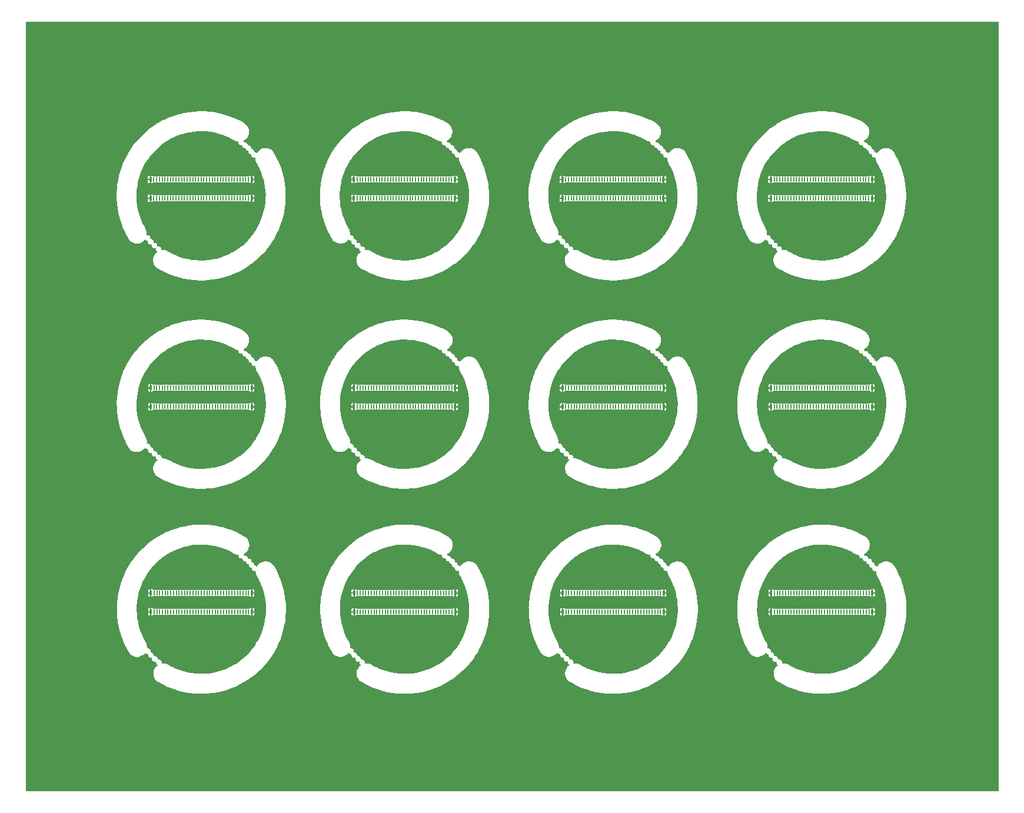
<source format=gbr>
%TF.GenerationSoftware,KiCad,Pcbnew,(6.0.0)*%
%TF.CreationDate,2022-09-21T12:03:09-04:00*%
%TF.ProjectId,eib-64-cap,6569622d-3634-42d6-9361-702e6b696361,A*%
%TF.SameCoordinates,Original*%
%TF.FileFunction,Copper,L1,Top*%
%TF.FilePolarity,Positive*%
%FSLAX46Y46*%
G04 Gerber Fmt 4.6, Leading zero omitted, Abs format (unit mm)*
G04 Created by KiCad (PCBNEW (6.0.0)) date 2022-09-21 12:03:09*
%MOMM*%
%LPD*%
G01*
G04 APERTURE LIST*
%TA.AperFunction,SMDPad,CuDef*%
%ADD10R,0.230000X0.660000*%
%TD*%
%TA.AperFunction,SMDPad,CuDef*%
%ADD11R,0.350000X0.660000*%
%TD*%
G04 APERTURE END LIST*
D10*
%TO.P,J12,1,Pin_1*%
%TO.N,unconnected-(J12-Pad1)*%
X164734010Y-128636371D03*
%TO.P,J12,2,Pin_2*%
%TO.N,unconnected-(J12-Pad2)*%
X164734010Y-125926371D03*
%TO.P,J12,3,Pin_3*%
%TO.N,unconnected-(J12-Pad3)*%
X165134010Y-128636371D03*
%TO.P,J12,4,Pin_4*%
%TO.N,unconnected-(J12-Pad4)*%
X165134010Y-125926371D03*
%TO.P,J12,5,Pin_5*%
%TO.N,unconnected-(J12-Pad5)*%
X165534010Y-128636371D03*
%TO.P,J12,6,Pin_6*%
%TO.N,unconnected-(J12-Pad6)*%
X165534010Y-125926371D03*
%TO.P,J12,7,Pin_7*%
%TO.N,unconnected-(J12-Pad7)*%
X165934010Y-128636371D03*
%TO.P,J12,8,Pin_8*%
%TO.N,unconnected-(J12-Pad8)*%
X165934010Y-125926371D03*
%TO.P,J12,9,Pin_9*%
%TO.N,unconnected-(J12-Pad9)*%
X166334010Y-128636371D03*
%TO.P,J12,10,Pin_10*%
%TO.N,unconnected-(J12-Pad10)*%
X166334010Y-125926371D03*
%TO.P,J12,11,Pin_11*%
%TO.N,unconnected-(J12-Pad11)*%
X166734010Y-128636371D03*
%TO.P,J12,12,Pin_12*%
%TO.N,unconnected-(J12-Pad12)*%
X166734010Y-125926371D03*
%TO.P,J12,13,Pin_13*%
%TO.N,unconnected-(J12-Pad13)*%
X167134010Y-128636371D03*
%TO.P,J12,14,Pin_14*%
%TO.N,unconnected-(J12-Pad14)*%
X167134010Y-125926371D03*
%TO.P,J12,15,Pin_15*%
%TO.N,unconnected-(J12-Pad15)*%
X167534010Y-128636371D03*
%TO.P,J12,16,Pin_16*%
%TO.N,unconnected-(J12-Pad16)*%
X167534010Y-125926371D03*
%TO.P,J12,17,Pin_17*%
%TO.N,unconnected-(J12-Pad17)*%
X167934010Y-128636371D03*
%TO.P,J12,18,Pin_18*%
%TO.N,unconnected-(J12-Pad18)*%
X167934010Y-125926371D03*
%TO.P,J12,19,Pin_19*%
%TO.N,unconnected-(J12-Pad19)*%
X168334010Y-128636371D03*
%TO.P,J12,20,Pin_20*%
%TO.N,unconnected-(J12-Pad20)*%
X168334010Y-125926371D03*
%TO.P,J12,21,Pin_21*%
%TO.N,unconnected-(J12-Pad21)*%
X168734010Y-128636371D03*
%TO.P,J12,22,Pin_22*%
%TO.N,unconnected-(J12-Pad22)*%
X168734010Y-125926371D03*
%TO.P,J12,23,Pin_23*%
%TO.N,unconnected-(J12-Pad23)*%
X169134010Y-128636371D03*
%TO.P,J12,24,Pin_24*%
%TO.N,unconnected-(J12-Pad24)*%
X169134010Y-125926371D03*
%TO.P,J12,25,Pin_25*%
%TO.N,unconnected-(J12-Pad25)*%
X169534010Y-128636371D03*
%TO.P,J12,26,Pin_26*%
%TO.N,unconnected-(J12-Pad26)*%
X169534010Y-125926371D03*
%TO.P,J12,27,Pin_27*%
%TO.N,unconnected-(J12-Pad27)*%
X169934010Y-128636371D03*
%TO.P,J12,28,Pin_28*%
%TO.N,unconnected-(J12-Pad28)*%
X169934010Y-125926371D03*
%TO.P,J12,29,Pin_29*%
%TO.N,unconnected-(J12-Pad29)*%
X170334010Y-128636371D03*
%TO.P,J12,30,Pin_30*%
%TO.N,unconnected-(J12-Pad30)*%
X170334010Y-125926371D03*
%TO.P,J12,31,Pin_31*%
%TO.N,unconnected-(J12-Pad31)*%
X170734010Y-128636371D03*
%TO.P,J12,32,Pin_32*%
%TO.N,unconnected-(J12-Pad32)*%
X170734010Y-125926371D03*
%TO.P,J12,33,Pin_33*%
%TO.N,unconnected-(J12-Pad33)*%
X171134010Y-128636371D03*
%TO.P,J12,34,Pin_34*%
%TO.N,unconnected-(J12-Pad34)*%
X171134010Y-125926371D03*
%TO.P,J12,35,Pin_35*%
%TO.N,unconnected-(J12-Pad35)*%
X171534010Y-128636371D03*
%TO.P,J12,36,Pin_36*%
%TO.N,unconnected-(J12-Pad36)*%
X171534010Y-125926371D03*
%TO.P,J12,37,Pin_37*%
%TO.N,unconnected-(J12-Pad37)*%
X171934010Y-128636371D03*
%TO.P,J12,38,Pin_38*%
%TO.N,unconnected-(J12-Pad38)*%
X171934010Y-125926371D03*
%TO.P,J12,39,Pin_39*%
%TO.N,unconnected-(J12-Pad39)*%
X172334010Y-128636371D03*
%TO.P,J12,40,Pin_40*%
%TO.N,unconnected-(J12-Pad40)*%
X172334010Y-125926371D03*
%TO.P,J12,41,Pin_41*%
%TO.N,unconnected-(J12-Pad41)*%
X172734010Y-128636371D03*
%TO.P,J12,42,Pin_42*%
%TO.N,unconnected-(J12-Pad42)*%
X172734010Y-125926371D03*
%TO.P,J12,43,Pin_43*%
%TO.N,unconnected-(J12-Pad43)*%
X173134010Y-128636371D03*
%TO.P,J12,44,Pin_44*%
%TO.N,unconnected-(J12-Pad44)*%
X173134010Y-125926371D03*
%TO.P,J12,45,Pin_45*%
%TO.N,unconnected-(J12-Pad45)*%
X173534010Y-128636371D03*
%TO.P,J12,46,Pin_46*%
%TO.N,unconnected-(J12-Pad46)*%
X173534010Y-125926371D03*
%TO.P,J12,47,Pin_47*%
%TO.N,unconnected-(J12-Pad47)*%
X173934010Y-128636371D03*
%TO.P,J12,48,Pin_48*%
%TO.N,unconnected-(J12-Pad48)*%
X173934010Y-125926371D03*
%TO.P,J12,49,Pin_49*%
%TO.N,unconnected-(J12-Pad49)*%
X174334010Y-128636371D03*
%TO.P,J12,50,Pin_50*%
%TO.N,unconnected-(J12-Pad50)*%
X174334010Y-125926371D03*
%TO.P,J12,51,Pin_51*%
%TO.N,unconnected-(J12-Pad51)*%
X174734010Y-128636371D03*
%TO.P,J12,52,Pin_52*%
%TO.N,unconnected-(J12-Pad52)*%
X174734010Y-125926371D03*
%TO.P,J12,53,Pin_53*%
%TO.N,unconnected-(J12-Pad53)*%
X175134010Y-128636371D03*
%TO.P,J12,54,Pin_54*%
%TO.N,unconnected-(J12-Pad54)*%
X175134010Y-125926371D03*
%TO.P,J12,55,Pin_55*%
%TO.N,unconnected-(J12-Pad55)*%
X175534010Y-128636371D03*
%TO.P,J12,56,Pin_56*%
%TO.N,unconnected-(J12-Pad56)*%
X175534010Y-125926371D03*
%TO.P,J12,57,Pin_57*%
%TO.N,unconnected-(J12-Pad57)*%
X175934010Y-128636371D03*
%TO.P,J12,58,Pin_58*%
%TO.N,unconnected-(J12-Pad58)*%
X175934010Y-125926371D03*
%TO.P,J12,59,Pin_59*%
%TO.N,unconnected-(J12-Pad59)*%
X176334010Y-128636371D03*
%TO.P,J12,60,Pin_60*%
%TO.N,unconnected-(J12-Pad60)*%
X176334010Y-125926371D03*
%TO.P,J12,61,Pin_61*%
%TO.N,unconnected-(J12-Pad61)*%
X176734010Y-128636371D03*
%TO.P,J12,62,Pin_62*%
%TO.N,unconnected-(J12-Pad62)*%
X176734010Y-125926371D03*
%TO.P,J12,63,Pin_63*%
%TO.N,unconnected-(J12-Pad63)*%
X177134010Y-128636371D03*
%TO.P,J12,64,Pin_64*%
%TO.N,unconnected-(J12-Pad64)*%
X177134010Y-125926371D03*
%TO.P,J12,65,Pin_65*%
%TO.N,unconnected-(J12-Pad65)*%
X177534010Y-128636371D03*
%TO.P,J12,66,Pin_66*%
%TO.N,unconnected-(J12-Pad66)*%
X177534010Y-125926371D03*
%TO.P,J12,67,Pin_67*%
%TO.N,unconnected-(J12-Pad67)*%
X177934010Y-128636371D03*
%TO.P,J12,68,Pin_68*%
%TO.N,unconnected-(J12-Pad68)*%
X177934010Y-125926371D03*
%TO.P,J12,69,Pin_69*%
%TO.N,unconnected-(J12-Pad69)*%
X178334010Y-128636371D03*
%TO.P,J12,70,Pin_70*%
%TO.N,unconnected-(J12-Pad70)*%
X178334010Y-125926371D03*
D11*
%TO.P,J12,MP1,MountPin1*%
%TO.N,GND*%
X164259010Y-128636371D03*
%TO.P,J12,MP2,MountPin2*%
X164259010Y-125926371D03*
%TO.P,J12,MP3,MountPin3*%
X178809010Y-128636371D03*
%TO.P,J12,MP4,MountPin4*%
X178809010Y-125926371D03*
%TD*%
D10*
%TO.P,J11,1,Pin_1*%
%TO.N,unconnected-(J11-Pad1)*%
X134734010Y-128636371D03*
%TO.P,J11,2,Pin_2*%
%TO.N,unconnected-(J11-Pad2)*%
X134734010Y-125926371D03*
%TO.P,J11,3,Pin_3*%
%TO.N,unconnected-(J11-Pad3)*%
X135134010Y-128636371D03*
%TO.P,J11,4,Pin_4*%
%TO.N,unconnected-(J11-Pad4)*%
X135134010Y-125926371D03*
%TO.P,J11,5,Pin_5*%
%TO.N,unconnected-(J11-Pad5)*%
X135534010Y-128636371D03*
%TO.P,J11,6,Pin_6*%
%TO.N,unconnected-(J11-Pad6)*%
X135534010Y-125926371D03*
%TO.P,J11,7,Pin_7*%
%TO.N,unconnected-(J11-Pad7)*%
X135934010Y-128636371D03*
%TO.P,J11,8,Pin_8*%
%TO.N,unconnected-(J11-Pad8)*%
X135934010Y-125926371D03*
%TO.P,J11,9,Pin_9*%
%TO.N,unconnected-(J11-Pad9)*%
X136334010Y-128636371D03*
%TO.P,J11,10,Pin_10*%
%TO.N,unconnected-(J11-Pad10)*%
X136334010Y-125926371D03*
%TO.P,J11,11,Pin_11*%
%TO.N,unconnected-(J11-Pad11)*%
X136734010Y-128636371D03*
%TO.P,J11,12,Pin_12*%
%TO.N,unconnected-(J11-Pad12)*%
X136734010Y-125926371D03*
%TO.P,J11,13,Pin_13*%
%TO.N,unconnected-(J11-Pad13)*%
X137134010Y-128636371D03*
%TO.P,J11,14,Pin_14*%
%TO.N,unconnected-(J11-Pad14)*%
X137134010Y-125926371D03*
%TO.P,J11,15,Pin_15*%
%TO.N,unconnected-(J11-Pad15)*%
X137534010Y-128636371D03*
%TO.P,J11,16,Pin_16*%
%TO.N,unconnected-(J11-Pad16)*%
X137534010Y-125926371D03*
%TO.P,J11,17,Pin_17*%
%TO.N,unconnected-(J11-Pad17)*%
X137934010Y-128636371D03*
%TO.P,J11,18,Pin_18*%
%TO.N,unconnected-(J11-Pad18)*%
X137934010Y-125926371D03*
%TO.P,J11,19,Pin_19*%
%TO.N,unconnected-(J11-Pad19)*%
X138334010Y-128636371D03*
%TO.P,J11,20,Pin_20*%
%TO.N,unconnected-(J11-Pad20)*%
X138334010Y-125926371D03*
%TO.P,J11,21,Pin_21*%
%TO.N,unconnected-(J11-Pad21)*%
X138734010Y-128636371D03*
%TO.P,J11,22,Pin_22*%
%TO.N,unconnected-(J11-Pad22)*%
X138734010Y-125926371D03*
%TO.P,J11,23,Pin_23*%
%TO.N,unconnected-(J11-Pad23)*%
X139134010Y-128636371D03*
%TO.P,J11,24,Pin_24*%
%TO.N,unconnected-(J11-Pad24)*%
X139134010Y-125926371D03*
%TO.P,J11,25,Pin_25*%
%TO.N,unconnected-(J11-Pad25)*%
X139534010Y-128636371D03*
%TO.P,J11,26,Pin_26*%
%TO.N,unconnected-(J11-Pad26)*%
X139534010Y-125926371D03*
%TO.P,J11,27,Pin_27*%
%TO.N,unconnected-(J11-Pad27)*%
X139934010Y-128636371D03*
%TO.P,J11,28,Pin_28*%
%TO.N,unconnected-(J11-Pad28)*%
X139934010Y-125926371D03*
%TO.P,J11,29,Pin_29*%
%TO.N,unconnected-(J11-Pad29)*%
X140334010Y-128636371D03*
%TO.P,J11,30,Pin_30*%
%TO.N,unconnected-(J11-Pad30)*%
X140334010Y-125926371D03*
%TO.P,J11,31,Pin_31*%
%TO.N,unconnected-(J11-Pad31)*%
X140734010Y-128636371D03*
%TO.P,J11,32,Pin_32*%
%TO.N,unconnected-(J11-Pad32)*%
X140734010Y-125926371D03*
%TO.P,J11,33,Pin_33*%
%TO.N,unconnected-(J11-Pad33)*%
X141134010Y-128636371D03*
%TO.P,J11,34,Pin_34*%
%TO.N,unconnected-(J11-Pad34)*%
X141134010Y-125926371D03*
%TO.P,J11,35,Pin_35*%
%TO.N,unconnected-(J11-Pad35)*%
X141534010Y-128636371D03*
%TO.P,J11,36,Pin_36*%
%TO.N,unconnected-(J11-Pad36)*%
X141534010Y-125926371D03*
%TO.P,J11,37,Pin_37*%
%TO.N,unconnected-(J11-Pad37)*%
X141934010Y-128636371D03*
%TO.P,J11,38,Pin_38*%
%TO.N,unconnected-(J11-Pad38)*%
X141934010Y-125926371D03*
%TO.P,J11,39,Pin_39*%
%TO.N,unconnected-(J11-Pad39)*%
X142334010Y-128636371D03*
%TO.P,J11,40,Pin_40*%
%TO.N,unconnected-(J11-Pad40)*%
X142334010Y-125926371D03*
%TO.P,J11,41,Pin_41*%
%TO.N,unconnected-(J11-Pad41)*%
X142734010Y-128636371D03*
%TO.P,J11,42,Pin_42*%
%TO.N,unconnected-(J11-Pad42)*%
X142734010Y-125926371D03*
%TO.P,J11,43,Pin_43*%
%TO.N,unconnected-(J11-Pad43)*%
X143134010Y-128636371D03*
%TO.P,J11,44,Pin_44*%
%TO.N,unconnected-(J11-Pad44)*%
X143134010Y-125926371D03*
%TO.P,J11,45,Pin_45*%
%TO.N,unconnected-(J11-Pad45)*%
X143534010Y-128636371D03*
%TO.P,J11,46,Pin_46*%
%TO.N,unconnected-(J11-Pad46)*%
X143534010Y-125926371D03*
%TO.P,J11,47,Pin_47*%
%TO.N,unconnected-(J11-Pad47)*%
X143934010Y-128636371D03*
%TO.P,J11,48,Pin_48*%
%TO.N,unconnected-(J11-Pad48)*%
X143934010Y-125926371D03*
%TO.P,J11,49,Pin_49*%
%TO.N,unconnected-(J11-Pad49)*%
X144334010Y-128636371D03*
%TO.P,J11,50,Pin_50*%
%TO.N,unconnected-(J11-Pad50)*%
X144334010Y-125926371D03*
%TO.P,J11,51,Pin_51*%
%TO.N,unconnected-(J11-Pad51)*%
X144734010Y-128636371D03*
%TO.P,J11,52,Pin_52*%
%TO.N,unconnected-(J11-Pad52)*%
X144734010Y-125926371D03*
%TO.P,J11,53,Pin_53*%
%TO.N,unconnected-(J11-Pad53)*%
X145134010Y-128636371D03*
%TO.P,J11,54,Pin_54*%
%TO.N,unconnected-(J11-Pad54)*%
X145134010Y-125926371D03*
%TO.P,J11,55,Pin_55*%
%TO.N,unconnected-(J11-Pad55)*%
X145534010Y-128636371D03*
%TO.P,J11,56,Pin_56*%
%TO.N,unconnected-(J11-Pad56)*%
X145534010Y-125926371D03*
%TO.P,J11,57,Pin_57*%
%TO.N,unconnected-(J11-Pad57)*%
X145934010Y-128636371D03*
%TO.P,J11,58,Pin_58*%
%TO.N,unconnected-(J11-Pad58)*%
X145934010Y-125926371D03*
%TO.P,J11,59,Pin_59*%
%TO.N,unconnected-(J11-Pad59)*%
X146334010Y-128636371D03*
%TO.P,J11,60,Pin_60*%
%TO.N,unconnected-(J11-Pad60)*%
X146334010Y-125926371D03*
%TO.P,J11,61,Pin_61*%
%TO.N,unconnected-(J11-Pad61)*%
X146734010Y-128636371D03*
%TO.P,J11,62,Pin_62*%
%TO.N,unconnected-(J11-Pad62)*%
X146734010Y-125926371D03*
%TO.P,J11,63,Pin_63*%
%TO.N,unconnected-(J11-Pad63)*%
X147134010Y-128636371D03*
%TO.P,J11,64,Pin_64*%
%TO.N,unconnected-(J11-Pad64)*%
X147134010Y-125926371D03*
%TO.P,J11,65,Pin_65*%
%TO.N,unconnected-(J11-Pad65)*%
X147534010Y-128636371D03*
%TO.P,J11,66,Pin_66*%
%TO.N,unconnected-(J11-Pad66)*%
X147534010Y-125926371D03*
%TO.P,J11,67,Pin_67*%
%TO.N,unconnected-(J11-Pad67)*%
X147934010Y-128636371D03*
%TO.P,J11,68,Pin_68*%
%TO.N,unconnected-(J11-Pad68)*%
X147934010Y-125926371D03*
%TO.P,J11,69,Pin_69*%
%TO.N,unconnected-(J11-Pad69)*%
X148334010Y-128636371D03*
%TO.P,J11,70,Pin_70*%
%TO.N,unconnected-(J11-Pad70)*%
X148334010Y-125926371D03*
D11*
%TO.P,J11,MP1,MountPin1*%
%TO.N,GND*%
X134259010Y-128636371D03*
%TO.P,J11,MP2,MountPin2*%
X134259010Y-125926371D03*
%TO.P,J11,MP3,MountPin3*%
X148809010Y-128636371D03*
%TO.P,J11,MP4,MountPin4*%
X148809010Y-125926371D03*
%TD*%
D10*
%TO.P,J10,1,Pin_1*%
%TO.N,unconnected-(J10-Pad1)*%
X104734010Y-128636371D03*
%TO.P,J10,2,Pin_2*%
%TO.N,unconnected-(J10-Pad2)*%
X104734010Y-125926371D03*
%TO.P,J10,3,Pin_3*%
%TO.N,unconnected-(J10-Pad3)*%
X105134010Y-128636371D03*
%TO.P,J10,4,Pin_4*%
%TO.N,unconnected-(J10-Pad4)*%
X105134010Y-125926371D03*
%TO.P,J10,5,Pin_5*%
%TO.N,unconnected-(J10-Pad5)*%
X105534010Y-128636371D03*
%TO.P,J10,6,Pin_6*%
%TO.N,unconnected-(J10-Pad6)*%
X105534010Y-125926371D03*
%TO.P,J10,7,Pin_7*%
%TO.N,unconnected-(J10-Pad7)*%
X105934010Y-128636371D03*
%TO.P,J10,8,Pin_8*%
%TO.N,unconnected-(J10-Pad8)*%
X105934010Y-125926371D03*
%TO.P,J10,9,Pin_9*%
%TO.N,unconnected-(J10-Pad9)*%
X106334010Y-128636371D03*
%TO.P,J10,10,Pin_10*%
%TO.N,unconnected-(J10-Pad10)*%
X106334010Y-125926371D03*
%TO.P,J10,11,Pin_11*%
%TO.N,unconnected-(J10-Pad11)*%
X106734010Y-128636371D03*
%TO.P,J10,12,Pin_12*%
%TO.N,unconnected-(J10-Pad12)*%
X106734010Y-125926371D03*
%TO.P,J10,13,Pin_13*%
%TO.N,unconnected-(J10-Pad13)*%
X107134010Y-128636371D03*
%TO.P,J10,14,Pin_14*%
%TO.N,unconnected-(J10-Pad14)*%
X107134010Y-125926371D03*
%TO.P,J10,15,Pin_15*%
%TO.N,unconnected-(J10-Pad15)*%
X107534010Y-128636371D03*
%TO.P,J10,16,Pin_16*%
%TO.N,unconnected-(J10-Pad16)*%
X107534010Y-125926371D03*
%TO.P,J10,17,Pin_17*%
%TO.N,unconnected-(J10-Pad17)*%
X107934010Y-128636371D03*
%TO.P,J10,18,Pin_18*%
%TO.N,unconnected-(J10-Pad18)*%
X107934010Y-125926371D03*
%TO.P,J10,19,Pin_19*%
%TO.N,unconnected-(J10-Pad19)*%
X108334010Y-128636371D03*
%TO.P,J10,20,Pin_20*%
%TO.N,unconnected-(J10-Pad20)*%
X108334010Y-125926371D03*
%TO.P,J10,21,Pin_21*%
%TO.N,unconnected-(J10-Pad21)*%
X108734010Y-128636371D03*
%TO.P,J10,22,Pin_22*%
%TO.N,unconnected-(J10-Pad22)*%
X108734010Y-125926371D03*
%TO.P,J10,23,Pin_23*%
%TO.N,unconnected-(J10-Pad23)*%
X109134010Y-128636371D03*
%TO.P,J10,24,Pin_24*%
%TO.N,unconnected-(J10-Pad24)*%
X109134010Y-125926371D03*
%TO.P,J10,25,Pin_25*%
%TO.N,unconnected-(J10-Pad25)*%
X109534010Y-128636371D03*
%TO.P,J10,26,Pin_26*%
%TO.N,unconnected-(J10-Pad26)*%
X109534010Y-125926371D03*
%TO.P,J10,27,Pin_27*%
%TO.N,unconnected-(J10-Pad27)*%
X109934010Y-128636371D03*
%TO.P,J10,28,Pin_28*%
%TO.N,unconnected-(J10-Pad28)*%
X109934010Y-125926371D03*
%TO.P,J10,29,Pin_29*%
%TO.N,unconnected-(J10-Pad29)*%
X110334010Y-128636371D03*
%TO.P,J10,30,Pin_30*%
%TO.N,unconnected-(J10-Pad30)*%
X110334010Y-125926371D03*
%TO.P,J10,31,Pin_31*%
%TO.N,unconnected-(J10-Pad31)*%
X110734010Y-128636371D03*
%TO.P,J10,32,Pin_32*%
%TO.N,unconnected-(J10-Pad32)*%
X110734010Y-125926371D03*
%TO.P,J10,33,Pin_33*%
%TO.N,unconnected-(J10-Pad33)*%
X111134010Y-128636371D03*
%TO.P,J10,34,Pin_34*%
%TO.N,unconnected-(J10-Pad34)*%
X111134010Y-125926371D03*
%TO.P,J10,35,Pin_35*%
%TO.N,unconnected-(J10-Pad35)*%
X111534010Y-128636371D03*
%TO.P,J10,36,Pin_36*%
%TO.N,unconnected-(J10-Pad36)*%
X111534010Y-125926371D03*
%TO.P,J10,37,Pin_37*%
%TO.N,unconnected-(J10-Pad37)*%
X111934010Y-128636371D03*
%TO.P,J10,38,Pin_38*%
%TO.N,unconnected-(J10-Pad38)*%
X111934010Y-125926371D03*
%TO.P,J10,39,Pin_39*%
%TO.N,unconnected-(J10-Pad39)*%
X112334010Y-128636371D03*
%TO.P,J10,40,Pin_40*%
%TO.N,unconnected-(J10-Pad40)*%
X112334010Y-125926371D03*
%TO.P,J10,41,Pin_41*%
%TO.N,unconnected-(J10-Pad41)*%
X112734010Y-128636371D03*
%TO.P,J10,42,Pin_42*%
%TO.N,unconnected-(J10-Pad42)*%
X112734010Y-125926371D03*
%TO.P,J10,43,Pin_43*%
%TO.N,unconnected-(J10-Pad43)*%
X113134010Y-128636371D03*
%TO.P,J10,44,Pin_44*%
%TO.N,unconnected-(J10-Pad44)*%
X113134010Y-125926371D03*
%TO.P,J10,45,Pin_45*%
%TO.N,unconnected-(J10-Pad45)*%
X113534010Y-128636371D03*
%TO.P,J10,46,Pin_46*%
%TO.N,unconnected-(J10-Pad46)*%
X113534010Y-125926371D03*
%TO.P,J10,47,Pin_47*%
%TO.N,unconnected-(J10-Pad47)*%
X113934010Y-128636371D03*
%TO.P,J10,48,Pin_48*%
%TO.N,unconnected-(J10-Pad48)*%
X113934010Y-125926371D03*
%TO.P,J10,49,Pin_49*%
%TO.N,unconnected-(J10-Pad49)*%
X114334010Y-128636371D03*
%TO.P,J10,50,Pin_50*%
%TO.N,unconnected-(J10-Pad50)*%
X114334010Y-125926371D03*
%TO.P,J10,51,Pin_51*%
%TO.N,unconnected-(J10-Pad51)*%
X114734010Y-128636371D03*
%TO.P,J10,52,Pin_52*%
%TO.N,unconnected-(J10-Pad52)*%
X114734010Y-125926371D03*
%TO.P,J10,53,Pin_53*%
%TO.N,unconnected-(J10-Pad53)*%
X115134010Y-128636371D03*
%TO.P,J10,54,Pin_54*%
%TO.N,unconnected-(J10-Pad54)*%
X115134010Y-125926371D03*
%TO.P,J10,55,Pin_55*%
%TO.N,unconnected-(J10-Pad55)*%
X115534010Y-128636371D03*
%TO.P,J10,56,Pin_56*%
%TO.N,unconnected-(J10-Pad56)*%
X115534010Y-125926371D03*
%TO.P,J10,57,Pin_57*%
%TO.N,unconnected-(J10-Pad57)*%
X115934010Y-128636371D03*
%TO.P,J10,58,Pin_58*%
%TO.N,unconnected-(J10-Pad58)*%
X115934010Y-125926371D03*
%TO.P,J10,59,Pin_59*%
%TO.N,unconnected-(J10-Pad59)*%
X116334010Y-128636371D03*
%TO.P,J10,60,Pin_60*%
%TO.N,unconnected-(J10-Pad60)*%
X116334010Y-125926371D03*
%TO.P,J10,61,Pin_61*%
%TO.N,unconnected-(J10-Pad61)*%
X116734010Y-128636371D03*
%TO.P,J10,62,Pin_62*%
%TO.N,unconnected-(J10-Pad62)*%
X116734010Y-125926371D03*
%TO.P,J10,63,Pin_63*%
%TO.N,unconnected-(J10-Pad63)*%
X117134010Y-128636371D03*
%TO.P,J10,64,Pin_64*%
%TO.N,unconnected-(J10-Pad64)*%
X117134010Y-125926371D03*
%TO.P,J10,65,Pin_65*%
%TO.N,unconnected-(J10-Pad65)*%
X117534010Y-128636371D03*
%TO.P,J10,66,Pin_66*%
%TO.N,unconnected-(J10-Pad66)*%
X117534010Y-125926371D03*
%TO.P,J10,67,Pin_67*%
%TO.N,unconnected-(J10-Pad67)*%
X117934010Y-128636371D03*
%TO.P,J10,68,Pin_68*%
%TO.N,unconnected-(J10-Pad68)*%
X117934010Y-125926371D03*
%TO.P,J10,69,Pin_69*%
%TO.N,unconnected-(J10-Pad69)*%
X118334010Y-128636371D03*
%TO.P,J10,70,Pin_70*%
%TO.N,unconnected-(J10-Pad70)*%
X118334010Y-125926371D03*
D11*
%TO.P,J10,MP1,MountPin1*%
%TO.N,GND*%
X104259010Y-128636371D03*
%TO.P,J10,MP2,MountPin2*%
X104259010Y-125926371D03*
%TO.P,J10,MP3,MountPin3*%
X118809010Y-128636371D03*
%TO.P,J10,MP4,MountPin4*%
X118809010Y-125926371D03*
%TD*%
D10*
%TO.P,J9,1,Pin_1*%
%TO.N,unconnected-(J9-Pad1)*%
X75481370Y-128636371D03*
%TO.P,J9,2,Pin_2*%
%TO.N,unconnected-(J9-Pad2)*%
X75481370Y-125926371D03*
%TO.P,J9,3,Pin_3*%
%TO.N,unconnected-(J9-Pad3)*%
X75881370Y-128636371D03*
%TO.P,J9,4,Pin_4*%
%TO.N,unconnected-(J9-Pad4)*%
X75881370Y-125926371D03*
%TO.P,J9,5,Pin_5*%
%TO.N,unconnected-(J9-Pad5)*%
X76281370Y-128636371D03*
%TO.P,J9,6,Pin_6*%
%TO.N,unconnected-(J9-Pad6)*%
X76281370Y-125926371D03*
%TO.P,J9,7,Pin_7*%
%TO.N,unconnected-(J9-Pad7)*%
X76681370Y-128636371D03*
%TO.P,J9,8,Pin_8*%
%TO.N,unconnected-(J9-Pad8)*%
X76681370Y-125926371D03*
%TO.P,J9,9,Pin_9*%
%TO.N,unconnected-(J9-Pad9)*%
X77081370Y-128636371D03*
%TO.P,J9,10,Pin_10*%
%TO.N,unconnected-(J9-Pad10)*%
X77081370Y-125926371D03*
%TO.P,J9,11,Pin_11*%
%TO.N,unconnected-(J9-Pad11)*%
X77481370Y-128636371D03*
%TO.P,J9,12,Pin_12*%
%TO.N,unconnected-(J9-Pad12)*%
X77481370Y-125926371D03*
%TO.P,J9,13,Pin_13*%
%TO.N,unconnected-(J9-Pad13)*%
X77881370Y-128636371D03*
%TO.P,J9,14,Pin_14*%
%TO.N,unconnected-(J9-Pad14)*%
X77881370Y-125926371D03*
%TO.P,J9,15,Pin_15*%
%TO.N,unconnected-(J9-Pad15)*%
X78281370Y-128636371D03*
%TO.P,J9,16,Pin_16*%
%TO.N,unconnected-(J9-Pad16)*%
X78281370Y-125926371D03*
%TO.P,J9,17,Pin_17*%
%TO.N,unconnected-(J9-Pad17)*%
X78681370Y-128636371D03*
%TO.P,J9,18,Pin_18*%
%TO.N,unconnected-(J9-Pad18)*%
X78681370Y-125926371D03*
%TO.P,J9,19,Pin_19*%
%TO.N,unconnected-(J9-Pad19)*%
X79081370Y-128636371D03*
%TO.P,J9,20,Pin_20*%
%TO.N,unconnected-(J9-Pad20)*%
X79081370Y-125926371D03*
%TO.P,J9,21,Pin_21*%
%TO.N,unconnected-(J9-Pad21)*%
X79481370Y-128636371D03*
%TO.P,J9,22,Pin_22*%
%TO.N,unconnected-(J9-Pad22)*%
X79481370Y-125926371D03*
%TO.P,J9,23,Pin_23*%
%TO.N,unconnected-(J9-Pad23)*%
X79881370Y-128636371D03*
%TO.P,J9,24,Pin_24*%
%TO.N,unconnected-(J9-Pad24)*%
X79881370Y-125926371D03*
%TO.P,J9,25,Pin_25*%
%TO.N,unconnected-(J9-Pad25)*%
X80281370Y-128636371D03*
%TO.P,J9,26,Pin_26*%
%TO.N,unconnected-(J9-Pad26)*%
X80281370Y-125926371D03*
%TO.P,J9,27,Pin_27*%
%TO.N,unconnected-(J9-Pad27)*%
X80681370Y-128636371D03*
%TO.P,J9,28,Pin_28*%
%TO.N,unconnected-(J9-Pad28)*%
X80681370Y-125926371D03*
%TO.P,J9,29,Pin_29*%
%TO.N,unconnected-(J9-Pad29)*%
X81081370Y-128636371D03*
%TO.P,J9,30,Pin_30*%
%TO.N,unconnected-(J9-Pad30)*%
X81081370Y-125926371D03*
%TO.P,J9,31,Pin_31*%
%TO.N,unconnected-(J9-Pad31)*%
X81481370Y-128636371D03*
%TO.P,J9,32,Pin_32*%
%TO.N,unconnected-(J9-Pad32)*%
X81481370Y-125926371D03*
%TO.P,J9,33,Pin_33*%
%TO.N,unconnected-(J9-Pad33)*%
X81881370Y-128636371D03*
%TO.P,J9,34,Pin_34*%
%TO.N,unconnected-(J9-Pad34)*%
X81881370Y-125926371D03*
%TO.P,J9,35,Pin_35*%
%TO.N,unconnected-(J9-Pad35)*%
X82281370Y-128636371D03*
%TO.P,J9,36,Pin_36*%
%TO.N,unconnected-(J9-Pad36)*%
X82281370Y-125926371D03*
%TO.P,J9,37,Pin_37*%
%TO.N,unconnected-(J9-Pad37)*%
X82681370Y-128636371D03*
%TO.P,J9,38,Pin_38*%
%TO.N,unconnected-(J9-Pad38)*%
X82681370Y-125926371D03*
%TO.P,J9,39,Pin_39*%
%TO.N,unconnected-(J9-Pad39)*%
X83081370Y-128636371D03*
%TO.P,J9,40,Pin_40*%
%TO.N,unconnected-(J9-Pad40)*%
X83081370Y-125926371D03*
%TO.P,J9,41,Pin_41*%
%TO.N,unconnected-(J9-Pad41)*%
X83481370Y-128636371D03*
%TO.P,J9,42,Pin_42*%
%TO.N,unconnected-(J9-Pad42)*%
X83481370Y-125926371D03*
%TO.P,J9,43,Pin_43*%
%TO.N,unconnected-(J9-Pad43)*%
X83881370Y-128636371D03*
%TO.P,J9,44,Pin_44*%
%TO.N,unconnected-(J9-Pad44)*%
X83881370Y-125926371D03*
%TO.P,J9,45,Pin_45*%
%TO.N,unconnected-(J9-Pad45)*%
X84281370Y-128636371D03*
%TO.P,J9,46,Pin_46*%
%TO.N,unconnected-(J9-Pad46)*%
X84281370Y-125926371D03*
%TO.P,J9,47,Pin_47*%
%TO.N,unconnected-(J9-Pad47)*%
X84681370Y-128636371D03*
%TO.P,J9,48,Pin_48*%
%TO.N,unconnected-(J9-Pad48)*%
X84681370Y-125926371D03*
%TO.P,J9,49,Pin_49*%
%TO.N,unconnected-(J9-Pad49)*%
X85081370Y-128636371D03*
%TO.P,J9,50,Pin_50*%
%TO.N,unconnected-(J9-Pad50)*%
X85081370Y-125926371D03*
%TO.P,J9,51,Pin_51*%
%TO.N,unconnected-(J9-Pad51)*%
X85481370Y-128636371D03*
%TO.P,J9,52,Pin_52*%
%TO.N,unconnected-(J9-Pad52)*%
X85481370Y-125926371D03*
%TO.P,J9,53,Pin_53*%
%TO.N,unconnected-(J9-Pad53)*%
X85881370Y-128636371D03*
%TO.P,J9,54,Pin_54*%
%TO.N,unconnected-(J9-Pad54)*%
X85881370Y-125926371D03*
%TO.P,J9,55,Pin_55*%
%TO.N,unconnected-(J9-Pad55)*%
X86281370Y-128636371D03*
%TO.P,J9,56,Pin_56*%
%TO.N,unconnected-(J9-Pad56)*%
X86281370Y-125926371D03*
%TO.P,J9,57,Pin_57*%
%TO.N,unconnected-(J9-Pad57)*%
X86681370Y-128636371D03*
%TO.P,J9,58,Pin_58*%
%TO.N,unconnected-(J9-Pad58)*%
X86681370Y-125926371D03*
%TO.P,J9,59,Pin_59*%
%TO.N,unconnected-(J9-Pad59)*%
X87081370Y-128636371D03*
%TO.P,J9,60,Pin_60*%
%TO.N,unconnected-(J9-Pad60)*%
X87081370Y-125926371D03*
%TO.P,J9,61,Pin_61*%
%TO.N,unconnected-(J9-Pad61)*%
X87481370Y-128636371D03*
%TO.P,J9,62,Pin_62*%
%TO.N,unconnected-(J9-Pad62)*%
X87481370Y-125926371D03*
%TO.P,J9,63,Pin_63*%
%TO.N,unconnected-(J9-Pad63)*%
X87881370Y-128636371D03*
%TO.P,J9,64,Pin_64*%
%TO.N,unconnected-(J9-Pad64)*%
X87881370Y-125926371D03*
%TO.P,J9,65,Pin_65*%
%TO.N,unconnected-(J9-Pad65)*%
X88281370Y-128636371D03*
%TO.P,J9,66,Pin_66*%
%TO.N,unconnected-(J9-Pad66)*%
X88281370Y-125926371D03*
%TO.P,J9,67,Pin_67*%
%TO.N,unconnected-(J9-Pad67)*%
X88681370Y-128636371D03*
%TO.P,J9,68,Pin_68*%
%TO.N,unconnected-(J9-Pad68)*%
X88681370Y-125926371D03*
%TO.P,J9,69,Pin_69*%
%TO.N,unconnected-(J9-Pad69)*%
X89081370Y-128636371D03*
%TO.P,J9,70,Pin_70*%
%TO.N,unconnected-(J9-Pad70)*%
X89081370Y-125926371D03*
D11*
%TO.P,J9,MP1,MountPin1*%
%TO.N,GND*%
X75006370Y-128636371D03*
%TO.P,J9,MP2,MountPin2*%
X75006370Y-125926371D03*
%TO.P,J9,MP3,MountPin3*%
X89556370Y-128636371D03*
%TO.P,J9,MP4,MountPin4*%
X89556370Y-125926371D03*
%TD*%
D10*
%TO.P,J8,1,Pin_1*%
%TO.N,unconnected-(J8-Pad1)*%
X164715380Y-99142742D03*
%TO.P,J8,2,Pin_2*%
%TO.N,unconnected-(J8-Pad2)*%
X164715380Y-96432742D03*
%TO.P,J8,3,Pin_3*%
%TO.N,unconnected-(J8-Pad3)*%
X165115380Y-99142742D03*
%TO.P,J8,4,Pin_4*%
%TO.N,unconnected-(J8-Pad4)*%
X165115380Y-96432742D03*
%TO.P,J8,5,Pin_5*%
%TO.N,unconnected-(J8-Pad5)*%
X165515380Y-99142742D03*
%TO.P,J8,6,Pin_6*%
%TO.N,unconnected-(J8-Pad6)*%
X165515380Y-96432742D03*
%TO.P,J8,7,Pin_7*%
%TO.N,unconnected-(J8-Pad7)*%
X165915380Y-99142742D03*
%TO.P,J8,8,Pin_8*%
%TO.N,unconnected-(J8-Pad8)*%
X165915380Y-96432742D03*
%TO.P,J8,9,Pin_9*%
%TO.N,unconnected-(J8-Pad9)*%
X166315380Y-99142742D03*
%TO.P,J8,10,Pin_10*%
%TO.N,unconnected-(J8-Pad10)*%
X166315380Y-96432742D03*
%TO.P,J8,11,Pin_11*%
%TO.N,unconnected-(J8-Pad11)*%
X166715380Y-99142742D03*
%TO.P,J8,12,Pin_12*%
%TO.N,unconnected-(J8-Pad12)*%
X166715380Y-96432742D03*
%TO.P,J8,13,Pin_13*%
%TO.N,unconnected-(J8-Pad13)*%
X167115380Y-99142742D03*
%TO.P,J8,14,Pin_14*%
%TO.N,unconnected-(J8-Pad14)*%
X167115380Y-96432742D03*
%TO.P,J8,15,Pin_15*%
%TO.N,unconnected-(J8-Pad15)*%
X167515380Y-99142742D03*
%TO.P,J8,16,Pin_16*%
%TO.N,unconnected-(J8-Pad16)*%
X167515380Y-96432742D03*
%TO.P,J8,17,Pin_17*%
%TO.N,unconnected-(J8-Pad17)*%
X167915380Y-99142742D03*
%TO.P,J8,18,Pin_18*%
%TO.N,unconnected-(J8-Pad18)*%
X167915380Y-96432742D03*
%TO.P,J8,19,Pin_19*%
%TO.N,unconnected-(J8-Pad19)*%
X168315380Y-99142742D03*
%TO.P,J8,20,Pin_20*%
%TO.N,unconnected-(J8-Pad20)*%
X168315380Y-96432742D03*
%TO.P,J8,21,Pin_21*%
%TO.N,unconnected-(J8-Pad21)*%
X168715380Y-99142742D03*
%TO.P,J8,22,Pin_22*%
%TO.N,unconnected-(J8-Pad22)*%
X168715380Y-96432742D03*
%TO.P,J8,23,Pin_23*%
%TO.N,unconnected-(J8-Pad23)*%
X169115380Y-99142742D03*
%TO.P,J8,24,Pin_24*%
%TO.N,unconnected-(J8-Pad24)*%
X169115380Y-96432742D03*
%TO.P,J8,25,Pin_25*%
%TO.N,unconnected-(J8-Pad25)*%
X169515380Y-99142742D03*
%TO.P,J8,26,Pin_26*%
%TO.N,unconnected-(J8-Pad26)*%
X169515380Y-96432742D03*
%TO.P,J8,27,Pin_27*%
%TO.N,unconnected-(J8-Pad27)*%
X169915380Y-99142742D03*
%TO.P,J8,28,Pin_28*%
%TO.N,unconnected-(J8-Pad28)*%
X169915380Y-96432742D03*
%TO.P,J8,29,Pin_29*%
%TO.N,unconnected-(J8-Pad29)*%
X170315380Y-99142742D03*
%TO.P,J8,30,Pin_30*%
%TO.N,unconnected-(J8-Pad30)*%
X170315380Y-96432742D03*
%TO.P,J8,31,Pin_31*%
%TO.N,unconnected-(J8-Pad31)*%
X170715380Y-99142742D03*
%TO.P,J8,32,Pin_32*%
%TO.N,unconnected-(J8-Pad32)*%
X170715380Y-96432742D03*
%TO.P,J8,33,Pin_33*%
%TO.N,unconnected-(J8-Pad33)*%
X171115380Y-99142742D03*
%TO.P,J8,34,Pin_34*%
%TO.N,unconnected-(J8-Pad34)*%
X171115380Y-96432742D03*
%TO.P,J8,35,Pin_35*%
%TO.N,unconnected-(J8-Pad35)*%
X171515380Y-99142742D03*
%TO.P,J8,36,Pin_36*%
%TO.N,unconnected-(J8-Pad36)*%
X171515380Y-96432742D03*
%TO.P,J8,37,Pin_37*%
%TO.N,unconnected-(J8-Pad37)*%
X171915380Y-99142742D03*
%TO.P,J8,38,Pin_38*%
%TO.N,unconnected-(J8-Pad38)*%
X171915380Y-96432742D03*
%TO.P,J8,39,Pin_39*%
%TO.N,unconnected-(J8-Pad39)*%
X172315380Y-99142742D03*
%TO.P,J8,40,Pin_40*%
%TO.N,unconnected-(J8-Pad40)*%
X172315380Y-96432742D03*
%TO.P,J8,41,Pin_41*%
%TO.N,unconnected-(J8-Pad41)*%
X172715380Y-99142742D03*
%TO.P,J8,42,Pin_42*%
%TO.N,unconnected-(J8-Pad42)*%
X172715380Y-96432742D03*
%TO.P,J8,43,Pin_43*%
%TO.N,unconnected-(J8-Pad43)*%
X173115380Y-99142742D03*
%TO.P,J8,44,Pin_44*%
%TO.N,unconnected-(J8-Pad44)*%
X173115380Y-96432742D03*
%TO.P,J8,45,Pin_45*%
%TO.N,unconnected-(J8-Pad45)*%
X173515380Y-99142742D03*
%TO.P,J8,46,Pin_46*%
%TO.N,unconnected-(J8-Pad46)*%
X173515380Y-96432742D03*
%TO.P,J8,47,Pin_47*%
%TO.N,unconnected-(J8-Pad47)*%
X173915380Y-99142742D03*
%TO.P,J8,48,Pin_48*%
%TO.N,unconnected-(J8-Pad48)*%
X173915380Y-96432742D03*
%TO.P,J8,49,Pin_49*%
%TO.N,unconnected-(J8-Pad49)*%
X174315380Y-99142742D03*
%TO.P,J8,50,Pin_50*%
%TO.N,unconnected-(J8-Pad50)*%
X174315380Y-96432742D03*
%TO.P,J8,51,Pin_51*%
%TO.N,unconnected-(J8-Pad51)*%
X174715380Y-99142742D03*
%TO.P,J8,52,Pin_52*%
%TO.N,unconnected-(J8-Pad52)*%
X174715380Y-96432742D03*
%TO.P,J8,53,Pin_53*%
%TO.N,unconnected-(J8-Pad53)*%
X175115380Y-99142742D03*
%TO.P,J8,54,Pin_54*%
%TO.N,unconnected-(J8-Pad54)*%
X175115380Y-96432742D03*
%TO.P,J8,55,Pin_55*%
%TO.N,unconnected-(J8-Pad55)*%
X175515380Y-99142742D03*
%TO.P,J8,56,Pin_56*%
%TO.N,unconnected-(J8-Pad56)*%
X175515380Y-96432742D03*
%TO.P,J8,57,Pin_57*%
%TO.N,unconnected-(J8-Pad57)*%
X175915380Y-99142742D03*
%TO.P,J8,58,Pin_58*%
%TO.N,unconnected-(J8-Pad58)*%
X175915380Y-96432742D03*
%TO.P,J8,59,Pin_59*%
%TO.N,unconnected-(J8-Pad59)*%
X176315380Y-99142742D03*
%TO.P,J8,60,Pin_60*%
%TO.N,unconnected-(J8-Pad60)*%
X176315380Y-96432742D03*
%TO.P,J8,61,Pin_61*%
%TO.N,unconnected-(J8-Pad61)*%
X176715380Y-99142742D03*
%TO.P,J8,62,Pin_62*%
%TO.N,unconnected-(J8-Pad62)*%
X176715380Y-96432742D03*
%TO.P,J8,63,Pin_63*%
%TO.N,unconnected-(J8-Pad63)*%
X177115380Y-99142742D03*
%TO.P,J8,64,Pin_64*%
%TO.N,unconnected-(J8-Pad64)*%
X177115380Y-96432742D03*
%TO.P,J8,65,Pin_65*%
%TO.N,unconnected-(J8-Pad65)*%
X177515380Y-99142742D03*
%TO.P,J8,66,Pin_66*%
%TO.N,unconnected-(J8-Pad66)*%
X177515380Y-96432742D03*
%TO.P,J8,67,Pin_67*%
%TO.N,unconnected-(J8-Pad67)*%
X177915380Y-99142742D03*
%TO.P,J8,68,Pin_68*%
%TO.N,unconnected-(J8-Pad68)*%
X177915380Y-96432742D03*
%TO.P,J8,69,Pin_69*%
%TO.N,unconnected-(J8-Pad69)*%
X178315380Y-99142742D03*
%TO.P,J8,70,Pin_70*%
%TO.N,unconnected-(J8-Pad70)*%
X178315380Y-96432742D03*
D11*
%TO.P,J8,MP1,MountPin1*%
%TO.N,GND*%
X164240380Y-99142742D03*
%TO.P,J8,MP2,MountPin2*%
X164240380Y-96432742D03*
%TO.P,J8,MP3,MountPin3*%
X178790380Y-99142742D03*
%TO.P,J8,MP4,MountPin4*%
X178790380Y-96432742D03*
%TD*%
D10*
%TO.P,J7,1,Pin_1*%
%TO.N,unconnected-(J7-Pad1)*%
X134715380Y-99142742D03*
%TO.P,J7,2,Pin_2*%
%TO.N,unconnected-(J7-Pad2)*%
X134715380Y-96432742D03*
%TO.P,J7,3,Pin_3*%
%TO.N,unconnected-(J7-Pad3)*%
X135115380Y-99142742D03*
%TO.P,J7,4,Pin_4*%
%TO.N,unconnected-(J7-Pad4)*%
X135115380Y-96432742D03*
%TO.P,J7,5,Pin_5*%
%TO.N,unconnected-(J7-Pad5)*%
X135515380Y-99142742D03*
%TO.P,J7,6,Pin_6*%
%TO.N,unconnected-(J7-Pad6)*%
X135515380Y-96432742D03*
%TO.P,J7,7,Pin_7*%
%TO.N,unconnected-(J7-Pad7)*%
X135915380Y-99142742D03*
%TO.P,J7,8,Pin_8*%
%TO.N,unconnected-(J7-Pad8)*%
X135915380Y-96432742D03*
%TO.P,J7,9,Pin_9*%
%TO.N,unconnected-(J7-Pad9)*%
X136315380Y-99142742D03*
%TO.P,J7,10,Pin_10*%
%TO.N,unconnected-(J7-Pad10)*%
X136315380Y-96432742D03*
%TO.P,J7,11,Pin_11*%
%TO.N,unconnected-(J7-Pad11)*%
X136715380Y-99142742D03*
%TO.P,J7,12,Pin_12*%
%TO.N,unconnected-(J7-Pad12)*%
X136715380Y-96432742D03*
%TO.P,J7,13,Pin_13*%
%TO.N,unconnected-(J7-Pad13)*%
X137115380Y-99142742D03*
%TO.P,J7,14,Pin_14*%
%TO.N,unconnected-(J7-Pad14)*%
X137115380Y-96432742D03*
%TO.P,J7,15,Pin_15*%
%TO.N,unconnected-(J7-Pad15)*%
X137515380Y-99142742D03*
%TO.P,J7,16,Pin_16*%
%TO.N,unconnected-(J7-Pad16)*%
X137515380Y-96432742D03*
%TO.P,J7,17,Pin_17*%
%TO.N,unconnected-(J7-Pad17)*%
X137915380Y-99142742D03*
%TO.P,J7,18,Pin_18*%
%TO.N,unconnected-(J7-Pad18)*%
X137915380Y-96432742D03*
%TO.P,J7,19,Pin_19*%
%TO.N,unconnected-(J7-Pad19)*%
X138315380Y-99142742D03*
%TO.P,J7,20,Pin_20*%
%TO.N,unconnected-(J7-Pad20)*%
X138315380Y-96432742D03*
%TO.P,J7,21,Pin_21*%
%TO.N,unconnected-(J7-Pad21)*%
X138715380Y-99142742D03*
%TO.P,J7,22,Pin_22*%
%TO.N,unconnected-(J7-Pad22)*%
X138715380Y-96432742D03*
%TO.P,J7,23,Pin_23*%
%TO.N,unconnected-(J7-Pad23)*%
X139115380Y-99142742D03*
%TO.P,J7,24,Pin_24*%
%TO.N,unconnected-(J7-Pad24)*%
X139115380Y-96432742D03*
%TO.P,J7,25,Pin_25*%
%TO.N,unconnected-(J7-Pad25)*%
X139515380Y-99142742D03*
%TO.P,J7,26,Pin_26*%
%TO.N,unconnected-(J7-Pad26)*%
X139515380Y-96432742D03*
%TO.P,J7,27,Pin_27*%
%TO.N,unconnected-(J7-Pad27)*%
X139915380Y-99142742D03*
%TO.P,J7,28,Pin_28*%
%TO.N,unconnected-(J7-Pad28)*%
X139915380Y-96432742D03*
%TO.P,J7,29,Pin_29*%
%TO.N,unconnected-(J7-Pad29)*%
X140315380Y-99142742D03*
%TO.P,J7,30,Pin_30*%
%TO.N,unconnected-(J7-Pad30)*%
X140315380Y-96432742D03*
%TO.P,J7,31,Pin_31*%
%TO.N,unconnected-(J7-Pad31)*%
X140715380Y-99142742D03*
%TO.P,J7,32,Pin_32*%
%TO.N,unconnected-(J7-Pad32)*%
X140715380Y-96432742D03*
%TO.P,J7,33,Pin_33*%
%TO.N,unconnected-(J7-Pad33)*%
X141115380Y-99142742D03*
%TO.P,J7,34,Pin_34*%
%TO.N,unconnected-(J7-Pad34)*%
X141115380Y-96432742D03*
%TO.P,J7,35,Pin_35*%
%TO.N,unconnected-(J7-Pad35)*%
X141515380Y-99142742D03*
%TO.P,J7,36,Pin_36*%
%TO.N,unconnected-(J7-Pad36)*%
X141515380Y-96432742D03*
%TO.P,J7,37,Pin_37*%
%TO.N,unconnected-(J7-Pad37)*%
X141915380Y-99142742D03*
%TO.P,J7,38,Pin_38*%
%TO.N,unconnected-(J7-Pad38)*%
X141915380Y-96432742D03*
%TO.P,J7,39,Pin_39*%
%TO.N,unconnected-(J7-Pad39)*%
X142315380Y-99142742D03*
%TO.P,J7,40,Pin_40*%
%TO.N,unconnected-(J7-Pad40)*%
X142315380Y-96432742D03*
%TO.P,J7,41,Pin_41*%
%TO.N,unconnected-(J7-Pad41)*%
X142715380Y-99142742D03*
%TO.P,J7,42,Pin_42*%
%TO.N,unconnected-(J7-Pad42)*%
X142715380Y-96432742D03*
%TO.P,J7,43,Pin_43*%
%TO.N,unconnected-(J7-Pad43)*%
X143115380Y-99142742D03*
%TO.P,J7,44,Pin_44*%
%TO.N,unconnected-(J7-Pad44)*%
X143115380Y-96432742D03*
%TO.P,J7,45,Pin_45*%
%TO.N,unconnected-(J7-Pad45)*%
X143515380Y-99142742D03*
%TO.P,J7,46,Pin_46*%
%TO.N,unconnected-(J7-Pad46)*%
X143515380Y-96432742D03*
%TO.P,J7,47,Pin_47*%
%TO.N,unconnected-(J7-Pad47)*%
X143915380Y-99142742D03*
%TO.P,J7,48,Pin_48*%
%TO.N,unconnected-(J7-Pad48)*%
X143915380Y-96432742D03*
%TO.P,J7,49,Pin_49*%
%TO.N,unconnected-(J7-Pad49)*%
X144315380Y-99142742D03*
%TO.P,J7,50,Pin_50*%
%TO.N,unconnected-(J7-Pad50)*%
X144315380Y-96432742D03*
%TO.P,J7,51,Pin_51*%
%TO.N,unconnected-(J7-Pad51)*%
X144715380Y-99142742D03*
%TO.P,J7,52,Pin_52*%
%TO.N,unconnected-(J7-Pad52)*%
X144715380Y-96432742D03*
%TO.P,J7,53,Pin_53*%
%TO.N,unconnected-(J7-Pad53)*%
X145115380Y-99142742D03*
%TO.P,J7,54,Pin_54*%
%TO.N,unconnected-(J7-Pad54)*%
X145115380Y-96432742D03*
%TO.P,J7,55,Pin_55*%
%TO.N,unconnected-(J7-Pad55)*%
X145515380Y-99142742D03*
%TO.P,J7,56,Pin_56*%
%TO.N,unconnected-(J7-Pad56)*%
X145515380Y-96432742D03*
%TO.P,J7,57,Pin_57*%
%TO.N,unconnected-(J7-Pad57)*%
X145915380Y-99142742D03*
%TO.P,J7,58,Pin_58*%
%TO.N,unconnected-(J7-Pad58)*%
X145915380Y-96432742D03*
%TO.P,J7,59,Pin_59*%
%TO.N,unconnected-(J7-Pad59)*%
X146315380Y-99142742D03*
%TO.P,J7,60,Pin_60*%
%TO.N,unconnected-(J7-Pad60)*%
X146315380Y-96432742D03*
%TO.P,J7,61,Pin_61*%
%TO.N,unconnected-(J7-Pad61)*%
X146715380Y-99142742D03*
%TO.P,J7,62,Pin_62*%
%TO.N,unconnected-(J7-Pad62)*%
X146715380Y-96432742D03*
%TO.P,J7,63,Pin_63*%
%TO.N,unconnected-(J7-Pad63)*%
X147115380Y-99142742D03*
%TO.P,J7,64,Pin_64*%
%TO.N,unconnected-(J7-Pad64)*%
X147115380Y-96432742D03*
%TO.P,J7,65,Pin_65*%
%TO.N,unconnected-(J7-Pad65)*%
X147515380Y-99142742D03*
%TO.P,J7,66,Pin_66*%
%TO.N,unconnected-(J7-Pad66)*%
X147515380Y-96432742D03*
%TO.P,J7,67,Pin_67*%
%TO.N,unconnected-(J7-Pad67)*%
X147915380Y-99142742D03*
%TO.P,J7,68,Pin_68*%
%TO.N,unconnected-(J7-Pad68)*%
X147915380Y-96432742D03*
%TO.P,J7,69,Pin_69*%
%TO.N,unconnected-(J7-Pad69)*%
X148315380Y-99142742D03*
%TO.P,J7,70,Pin_70*%
%TO.N,unconnected-(J7-Pad70)*%
X148315380Y-96432742D03*
D11*
%TO.P,J7,MP1,MountPin1*%
%TO.N,GND*%
X134240380Y-99142742D03*
%TO.P,J7,MP2,MountPin2*%
X134240380Y-96432742D03*
%TO.P,J7,MP3,MountPin3*%
X148790380Y-99142742D03*
%TO.P,J7,MP4,MountPin4*%
X148790380Y-96432742D03*
%TD*%
D10*
%TO.P,J6,1,Pin_1*%
%TO.N,unconnected-(J6-Pad1)*%
X104715380Y-99142742D03*
%TO.P,J6,2,Pin_2*%
%TO.N,unconnected-(J6-Pad2)*%
X104715380Y-96432742D03*
%TO.P,J6,3,Pin_3*%
%TO.N,unconnected-(J6-Pad3)*%
X105115380Y-99142742D03*
%TO.P,J6,4,Pin_4*%
%TO.N,unconnected-(J6-Pad4)*%
X105115380Y-96432742D03*
%TO.P,J6,5,Pin_5*%
%TO.N,unconnected-(J6-Pad5)*%
X105515380Y-99142742D03*
%TO.P,J6,6,Pin_6*%
%TO.N,unconnected-(J6-Pad6)*%
X105515380Y-96432742D03*
%TO.P,J6,7,Pin_7*%
%TO.N,unconnected-(J6-Pad7)*%
X105915380Y-99142742D03*
%TO.P,J6,8,Pin_8*%
%TO.N,unconnected-(J6-Pad8)*%
X105915380Y-96432742D03*
%TO.P,J6,9,Pin_9*%
%TO.N,unconnected-(J6-Pad9)*%
X106315380Y-99142742D03*
%TO.P,J6,10,Pin_10*%
%TO.N,unconnected-(J6-Pad10)*%
X106315380Y-96432742D03*
%TO.P,J6,11,Pin_11*%
%TO.N,unconnected-(J6-Pad11)*%
X106715380Y-99142742D03*
%TO.P,J6,12,Pin_12*%
%TO.N,unconnected-(J6-Pad12)*%
X106715380Y-96432742D03*
%TO.P,J6,13,Pin_13*%
%TO.N,unconnected-(J6-Pad13)*%
X107115380Y-99142742D03*
%TO.P,J6,14,Pin_14*%
%TO.N,unconnected-(J6-Pad14)*%
X107115380Y-96432742D03*
%TO.P,J6,15,Pin_15*%
%TO.N,unconnected-(J6-Pad15)*%
X107515380Y-99142742D03*
%TO.P,J6,16,Pin_16*%
%TO.N,unconnected-(J6-Pad16)*%
X107515380Y-96432742D03*
%TO.P,J6,17,Pin_17*%
%TO.N,unconnected-(J6-Pad17)*%
X107915380Y-99142742D03*
%TO.P,J6,18,Pin_18*%
%TO.N,unconnected-(J6-Pad18)*%
X107915380Y-96432742D03*
%TO.P,J6,19,Pin_19*%
%TO.N,unconnected-(J6-Pad19)*%
X108315380Y-99142742D03*
%TO.P,J6,20,Pin_20*%
%TO.N,unconnected-(J6-Pad20)*%
X108315380Y-96432742D03*
%TO.P,J6,21,Pin_21*%
%TO.N,unconnected-(J6-Pad21)*%
X108715380Y-99142742D03*
%TO.P,J6,22,Pin_22*%
%TO.N,unconnected-(J6-Pad22)*%
X108715380Y-96432742D03*
%TO.P,J6,23,Pin_23*%
%TO.N,unconnected-(J6-Pad23)*%
X109115380Y-99142742D03*
%TO.P,J6,24,Pin_24*%
%TO.N,unconnected-(J6-Pad24)*%
X109115380Y-96432742D03*
%TO.P,J6,25,Pin_25*%
%TO.N,unconnected-(J6-Pad25)*%
X109515380Y-99142742D03*
%TO.P,J6,26,Pin_26*%
%TO.N,unconnected-(J6-Pad26)*%
X109515380Y-96432742D03*
%TO.P,J6,27,Pin_27*%
%TO.N,unconnected-(J6-Pad27)*%
X109915380Y-99142742D03*
%TO.P,J6,28,Pin_28*%
%TO.N,unconnected-(J6-Pad28)*%
X109915380Y-96432742D03*
%TO.P,J6,29,Pin_29*%
%TO.N,unconnected-(J6-Pad29)*%
X110315380Y-99142742D03*
%TO.P,J6,30,Pin_30*%
%TO.N,unconnected-(J6-Pad30)*%
X110315380Y-96432742D03*
%TO.P,J6,31,Pin_31*%
%TO.N,unconnected-(J6-Pad31)*%
X110715380Y-99142742D03*
%TO.P,J6,32,Pin_32*%
%TO.N,unconnected-(J6-Pad32)*%
X110715380Y-96432742D03*
%TO.P,J6,33,Pin_33*%
%TO.N,unconnected-(J6-Pad33)*%
X111115380Y-99142742D03*
%TO.P,J6,34,Pin_34*%
%TO.N,unconnected-(J6-Pad34)*%
X111115380Y-96432742D03*
%TO.P,J6,35,Pin_35*%
%TO.N,unconnected-(J6-Pad35)*%
X111515380Y-99142742D03*
%TO.P,J6,36,Pin_36*%
%TO.N,unconnected-(J6-Pad36)*%
X111515380Y-96432742D03*
%TO.P,J6,37,Pin_37*%
%TO.N,unconnected-(J6-Pad37)*%
X111915380Y-99142742D03*
%TO.P,J6,38,Pin_38*%
%TO.N,unconnected-(J6-Pad38)*%
X111915380Y-96432742D03*
%TO.P,J6,39,Pin_39*%
%TO.N,unconnected-(J6-Pad39)*%
X112315380Y-99142742D03*
%TO.P,J6,40,Pin_40*%
%TO.N,unconnected-(J6-Pad40)*%
X112315380Y-96432742D03*
%TO.P,J6,41,Pin_41*%
%TO.N,unconnected-(J6-Pad41)*%
X112715380Y-99142742D03*
%TO.P,J6,42,Pin_42*%
%TO.N,unconnected-(J6-Pad42)*%
X112715380Y-96432742D03*
%TO.P,J6,43,Pin_43*%
%TO.N,unconnected-(J6-Pad43)*%
X113115380Y-99142742D03*
%TO.P,J6,44,Pin_44*%
%TO.N,unconnected-(J6-Pad44)*%
X113115380Y-96432742D03*
%TO.P,J6,45,Pin_45*%
%TO.N,unconnected-(J6-Pad45)*%
X113515380Y-99142742D03*
%TO.P,J6,46,Pin_46*%
%TO.N,unconnected-(J6-Pad46)*%
X113515380Y-96432742D03*
%TO.P,J6,47,Pin_47*%
%TO.N,unconnected-(J6-Pad47)*%
X113915380Y-99142742D03*
%TO.P,J6,48,Pin_48*%
%TO.N,unconnected-(J6-Pad48)*%
X113915380Y-96432742D03*
%TO.P,J6,49,Pin_49*%
%TO.N,unconnected-(J6-Pad49)*%
X114315380Y-99142742D03*
%TO.P,J6,50,Pin_50*%
%TO.N,unconnected-(J6-Pad50)*%
X114315380Y-96432742D03*
%TO.P,J6,51,Pin_51*%
%TO.N,unconnected-(J6-Pad51)*%
X114715380Y-99142742D03*
%TO.P,J6,52,Pin_52*%
%TO.N,unconnected-(J6-Pad52)*%
X114715380Y-96432742D03*
%TO.P,J6,53,Pin_53*%
%TO.N,unconnected-(J6-Pad53)*%
X115115380Y-99142742D03*
%TO.P,J6,54,Pin_54*%
%TO.N,unconnected-(J6-Pad54)*%
X115115380Y-96432742D03*
%TO.P,J6,55,Pin_55*%
%TO.N,unconnected-(J6-Pad55)*%
X115515380Y-99142742D03*
%TO.P,J6,56,Pin_56*%
%TO.N,unconnected-(J6-Pad56)*%
X115515380Y-96432742D03*
%TO.P,J6,57,Pin_57*%
%TO.N,unconnected-(J6-Pad57)*%
X115915380Y-99142742D03*
%TO.P,J6,58,Pin_58*%
%TO.N,unconnected-(J6-Pad58)*%
X115915380Y-96432742D03*
%TO.P,J6,59,Pin_59*%
%TO.N,unconnected-(J6-Pad59)*%
X116315380Y-99142742D03*
%TO.P,J6,60,Pin_60*%
%TO.N,unconnected-(J6-Pad60)*%
X116315380Y-96432742D03*
%TO.P,J6,61,Pin_61*%
%TO.N,unconnected-(J6-Pad61)*%
X116715380Y-99142742D03*
%TO.P,J6,62,Pin_62*%
%TO.N,unconnected-(J6-Pad62)*%
X116715380Y-96432742D03*
%TO.P,J6,63,Pin_63*%
%TO.N,unconnected-(J6-Pad63)*%
X117115380Y-99142742D03*
%TO.P,J6,64,Pin_64*%
%TO.N,unconnected-(J6-Pad64)*%
X117115380Y-96432742D03*
%TO.P,J6,65,Pin_65*%
%TO.N,unconnected-(J6-Pad65)*%
X117515380Y-99142742D03*
%TO.P,J6,66,Pin_66*%
%TO.N,unconnected-(J6-Pad66)*%
X117515380Y-96432742D03*
%TO.P,J6,67,Pin_67*%
%TO.N,unconnected-(J6-Pad67)*%
X117915380Y-99142742D03*
%TO.P,J6,68,Pin_68*%
%TO.N,unconnected-(J6-Pad68)*%
X117915380Y-96432742D03*
%TO.P,J6,69,Pin_69*%
%TO.N,unconnected-(J6-Pad69)*%
X118315380Y-99142742D03*
%TO.P,J6,70,Pin_70*%
%TO.N,unconnected-(J6-Pad70)*%
X118315380Y-96432742D03*
D11*
%TO.P,J6,MP1,MountPin1*%
%TO.N,GND*%
X104240380Y-99142742D03*
%TO.P,J6,MP2,MountPin2*%
X104240380Y-96432742D03*
%TO.P,J6,MP3,MountPin3*%
X118790380Y-99142742D03*
%TO.P,J6,MP4,MountPin4*%
X118790380Y-96432742D03*
%TD*%
D10*
%TO.P,J5,1,Pin_1*%
%TO.N,unconnected-(J5-Pad1)*%
X75462740Y-99142742D03*
%TO.P,J5,2,Pin_2*%
%TO.N,unconnected-(J5-Pad2)*%
X75462740Y-96432742D03*
%TO.P,J5,3,Pin_3*%
%TO.N,unconnected-(J5-Pad3)*%
X75862740Y-99142742D03*
%TO.P,J5,4,Pin_4*%
%TO.N,unconnected-(J5-Pad4)*%
X75862740Y-96432742D03*
%TO.P,J5,5,Pin_5*%
%TO.N,unconnected-(J5-Pad5)*%
X76262740Y-99142742D03*
%TO.P,J5,6,Pin_6*%
%TO.N,unconnected-(J5-Pad6)*%
X76262740Y-96432742D03*
%TO.P,J5,7,Pin_7*%
%TO.N,unconnected-(J5-Pad7)*%
X76662740Y-99142742D03*
%TO.P,J5,8,Pin_8*%
%TO.N,unconnected-(J5-Pad8)*%
X76662740Y-96432742D03*
%TO.P,J5,9,Pin_9*%
%TO.N,unconnected-(J5-Pad9)*%
X77062740Y-99142742D03*
%TO.P,J5,10,Pin_10*%
%TO.N,unconnected-(J5-Pad10)*%
X77062740Y-96432742D03*
%TO.P,J5,11,Pin_11*%
%TO.N,unconnected-(J5-Pad11)*%
X77462740Y-99142742D03*
%TO.P,J5,12,Pin_12*%
%TO.N,unconnected-(J5-Pad12)*%
X77462740Y-96432742D03*
%TO.P,J5,13,Pin_13*%
%TO.N,unconnected-(J5-Pad13)*%
X77862740Y-99142742D03*
%TO.P,J5,14,Pin_14*%
%TO.N,unconnected-(J5-Pad14)*%
X77862740Y-96432742D03*
%TO.P,J5,15,Pin_15*%
%TO.N,unconnected-(J5-Pad15)*%
X78262740Y-99142742D03*
%TO.P,J5,16,Pin_16*%
%TO.N,unconnected-(J5-Pad16)*%
X78262740Y-96432742D03*
%TO.P,J5,17,Pin_17*%
%TO.N,unconnected-(J5-Pad17)*%
X78662740Y-99142742D03*
%TO.P,J5,18,Pin_18*%
%TO.N,unconnected-(J5-Pad18)*%
X78662740Y-96432742D03*
%TO.P,J5,19,Pin_19*%
%TO.N,unconnected-(J5-Pad19)*%
X79062740Y-99142742D03*
%TO.P,J5,20,Pin_20*%
%TO.N,unconnected-(J5-Pad20)*%
X79062740Y-96432742D03*
%TO.P,J5,21,Pin_21*%
%TO.N,unconnected-(J5-Pad21)*%
X79462740Y-99142742D03*
%TO.P,J5,22,Pin_22*%
%TO.N,unconnected-(J5-Pad22)*%
X79462740Y-96432742D03*
%TO.P,J5,23,Pin_23*%
%TO.N,unconnected-(J5-Pad23)*%
X79862740Y-99142742D03*
%TO.P,J5,24,Pin_24*%
%TO.N,unconnected-(J5-Pad24)*%
X79862740Y-96432742D03*
%TO.P,J5,25,Pin_25*%
%TO.N,unconnected-(J5-Pad25)*%
X80262740Y-99142742D03*
%TO.P,J5,26,Pin_26*%
%TO.N,unconnected-(J5-Pad26)*%
X80262740Y-96432742D03*
%TO.P,J5,27,Pin_27*%
%TO.N,unconnected-(J5-Pad27)*%
X80662740Y-99142742D03*
%TO.P,J5,28,Pin_28*%
%TO.N,unconnected-(J5-Pad28)*%
X80662740Y-96432742D03*
%TO.P,J5,29,Pin_29*%
%TO.N,unconnected-(J5-Pad29)*%
X81062740Y-99142742D03*
%TO.P,J5,30,Pin_30*%
%TO.N,unconnected-(J5-Pad30)*%
X81062740Y-96432742D03*
%TO.P,J5,31,Pin_31*%
%TO.N,unconnected-(J5-Pad31)*%
X81462740Y-99142742D03*
%TO.P,J5,32,Pin_32*%
%TO.N,unconnected-(J5-Pad32)*%
X81462740Y-96432742D03*
%TO.P,J5,33,Pin_33*%
%TO.N,unconnected-(J5-Pad33)*%
X81862740Y-99142742D03*
%TO.P,J5,34,Pin_34*%
%TO.N,unconnected-(J5-Pad34)*%
X81862740Y-96432742D03*
%TO.P,J5,35,Pin_35*%
%TO.N,unconnected-(J5-Pad35)*%
X82262740Y-99142742D03*
%TO.P,J5,36,Pin_36*%
%TO.N,unconnected-(J5-Pad36)*%
X82262740Y-96432742D03*
%TO.P,J5,37,Pin_37*%
%TO.N,unconnected-(J5-Pad37)*%
X82662740Y-99142742D03*
%TO.P,J5,38,Pin_38*%
%TO.N,unconnected-(J5-Pad38)*%
X82662740Y-96432742D03*
%TO.P,J5,39,Pin_39*%
%TO.N,unconnected-(J5-Pad39)*%
X83062740Y-99142742D03*
%TO.P,J5,40,Pin_40*%
%TO.N,unconnected-(J5-Pad40)*%
X83062740Y-96432742D03*
%TO.P,J5,41,Pin_41*%
%TO.N,unconnected-(J5-Pad41)*%
X83462740Y-99142742D03*
%TO.P,J5,42,Pin_42*%
%TO.N,unconnected-(J5-Pad42)*%
X83462740Y-96432742D03*
%TO.P,J5,43,Pin_43*%
%TO.N,unconnected-(J5-Pad43)*%
X83862740Y-99142742D03*
%TO.P,J5,44,Pin_44*%
%TO.N,unconnected-(J5-Pad44)*%
X83862740Y-96432742D03*
%TO.P,J5,45,Pin_45*%
%TO.N,unconnected-(J5-Pad45)*%
X84262740Y-99142742D03*
%TO.P,J5,46,Pin_46*%
%TO.N,unconnected-(J5-Pad46)*%
X84262740Y-96432742D03*
%TO.P,J5,47,Pin_47*%
%TO.N,unconnected-(J5-Pad47)*%
X84662740Y-99142742D03*
%TO.P,J5,48,Pin_48*%
%TO.N,unconnected-(J5-Pad48)*%
X84662740Y-96432742D03*
%TO.P,J5,49,Pin_49*%
%TO.N,unconnected-(J5-Pad49)*%
X85062740Y-99142742D03*
%TO.P,J5,50,Pin_50*%
%TO.N,unconnected-(J5-Pad50)*%
X85062740Y-96432742D03*
%TO.P,J5,51,Pin_51*%
%TO.N,unconnected-(J5-Pad51)*%
X85462740Y-99142742D03*
%TO.P,J5,52,Pin_52*%
%TO.N,unconnected-(J5-Pad52)*%
X85462740Y-96432742D03*
%TO.P,J5,53,Pin_53*%
%TO.N,unconnected-(J5-Pad53)*%
X85862740Y-99142742D03*
%TO.P,J5,54,Pin_54*%
%TO.N,unconnected-(J5-Pad54)*%
X85862740Y-96432742D03*
%TO.P,J5,55,Pin_55*%
%TO.N,unconnected-(J5-Pad55)*%
X86262740Y-99142742D03*
%TO.P,J5,56,Pin_56*%
%TO.N,unconnected-(J5-Pad56)*%
X86262740Y-96432742D03*
%TO.P,J5,57,Pin_57*%
%TO.N,unconnected-(J5-Pad57)*%
X86662740Y-99142742D03*
%TO.P,J5,58,Pin_58*%
%TO.N,unconnected-(J5-Pad58)*%
X86662740Y-96432742D03*
%TO.P,J5,59,Pin_59*%
%TO.N,unconnected-(J5-Pad59)*%
X87062740Y-99142742D03*
%TO.P,J5,60,Pin_60*%
%TO.N,unconnected-(J5-Pad60)*%
X87062740Y-96432742D03*
%TO.P,J5,61,Pin_61*%
%TO.N,unconnected-(J5-Pad61)*%
X87462740Y-99142742D03*
%TO.P,J5,62,Pin_62*%
%TO.N,unconnected-(J5-Pad62)*%
X87462740Y-96432742D03*
%TO.P,J5,63,Pin_63*%
%TO.N,unconnected-(J5-Pad63)*%
X87862740Y-99142742D03*
%TO.P,J5,64,Pin_64*%
%TO.N,unconnected-(J5-Pad64)*%
X87862740Y-96432742D03*
%TO.P,J5,65,Pin_65*%
%TO.N,unconnected-(J5-Pad65)*%
X88262740Y-99142742D03*
%TO.P,J5,66,Pin_66*%
%TO.N,unconnected-(J5-Pad66)*%
X88262740Y-96432742D03*
%TO.P,J5,67,Pin_67*%
%TO.N,unconnected-(J5-Pad67)*%
X88662740Y-99142742D03*
%TO.P,J5,68,Pin_68*%
%TO.N,unconnected-(J5-Pad68)*%
X88662740Y-96432742D03*
%TO.P,J5,69,Pin_69*%
%TO.N,unconnected-(J5-Pad69)*%
X89062740Y-99142742D03*
%TO.P,J5,70,Pin_70*%
%TO.N,unconnected-(J5-Pad70)*%
X89062740Y-96432742D03*
D11*
%TO.P,J5,MP1,MountPin1*%
%TO.N,GND*%
X74987740Y-99142742D03*
%TO.P,J5,MP2,MountPin2*%
X74987740Y-96432742D03*
%TO.P,J5,MP3,MountPin3*%
X89537740Y-99142742D03*
%TO.P,J5,MP4,MountPin4*%
X89537740Y-96432742D03*
%TD*%
D10*
%TO.P,J4,1,Pin_1*%
%TO.N,unconnected-(J4-Pad1)*%
X164696750Y-69142742D03*
%TO.P,J4,2,Pin_2*%
%TO.N,unconnected-(J4-Pad2)*%
X164696750Y-66432742D03*
%TO.P,J4,3,Pin_3*%
%TO.N,unconnected-(J4-Pad3)*%
X165096750Y-69142742D03*
%TO.P,J4,4,Pin_4*%
%TO.N,unconnected-(J4-Pad4)*%
X165096750Y-66432742D03*
%TO.P,J4,5,Pin_5*%
%TO.N,unconnected-(J4-Pad5)*%
X165496750Y-69142742D03*
%TO.P,J4,6,Pin_6*%
%TO.N,unconnected-(J4-Pad6)*%
X165496750Y-66432742D03*
%TO.P,J4,7,Pin_7*%
%TO.N,unconnected-(J4-Pad7)*%
X165896750Y-69142742D03*
%TO.P,J4,8,Pin_8*%
%TO.N,unconnected-(J4-Pad8)*%
X165896750Y-66432742D03*
%TO.P,J4,9,Pin_9*%
%TO.N,unconnected-(J4-Pad9)*%
X166296750Y-69142742D03*
%TO.P,J4,10,Pin_10*%
%TO.N,unconnected-(J4-Pad10)*%
X166296750Y-66432742D03*
%TO.P,J4,11,Pin_11*%
%TO.N,unconnected-(J4-Pad11)*%
X166696750Y-69142742D03*
%TO.P,J4,12,Pin_12*%
%TO.N,unconnected-(J4-Pad12)*%
X166696750Y-66432742D03*
%TO.P,J4,13,Pin_13*%
%TO.N,unconnected-(J4-Pad13)*%
X167096750Y-69142742D03*
%TO.P,J4,14,Pin_14*%
%TO.N,unconnected-(J4-Pad14)*%
X167096750Y-66432742D03*
%TO.P,J4,15,Pin_15*%
%TO.N,unconnected-(J4-Pad15)*%
X167496750Y-69142742D03*
%TO.P,J4,16,Pin_16*%
%TO.N,unconnected-(J4-Pad16)*%
X167496750Y-66432742D03*
%TO.P,J4,17,Pin_17*%
%TO.N,unconnected-(J4-Pad17)*%
X167896750Y-69142742D03*
%TO.P,J4,18,Pin_18*%
%TO.N,unconnected-(J4-Pad18)*%
X167896750Y-66432742D03*
%TO.P,J4,19,Pin_19*%
%TO.N,unconnected-(J4-Pad19)*%
X168296750Y-69142742D03*
%TO.P,J4,20,Pin_20*%
%TO.N,unconnected-(J4-Pad20)*%
X168296750Y-66432742D03*
%TO.P,J4,21,Pin_21*%
%TO.N,unconnected-(J4-Pad21)*%
X168696750Y-69142742D03*
%TO.P,J4,22,Pin_22*%
%TO.N,unconnected-(J4-Pad22)*%
X168696750Y-66432742D03*
%TO.P,J4,23,Pin_23*%
%TO.N,unconnected-(J4-Pad23)*%
X169096750Y-69142742D03*
%TO.P,J4,24,Pin_24*%
%TO.N,unconnected-(J4-Pad24)*%
X169096750Y-66432742D03*
%TO.P,J4,25,Pin_25*%
%TO.N,unconnected-(J4-Pad25)*%
X169496750Y-69142742D03*
%TO.P,J4,26,Pin_26*%
%TO.N,unconnected-(J4-Pad26)*%
X169496750Y-66432742D03*
%TO.P,J4,27,Pin_27*%
%TO.N,unconnected-(J4-Pad27)*%
X169896750Y-69142742D03*
%TO.P,J4,28,Pin_28*%
%TO.N,unconnected-(J4-Pad28)*%
X169896750Y-66432742D03*
%TO.P,J4,29,Pin_29*%
%TO.N,unconnected-(J4-Pad29)*%
X170296750Y-69142742D03*
%TO.P,J4,30,Pin_30*%
%TO.N,unconnected-(J4-Pad30)*%
X170296750Y-66432742D03*
%TO.P,J4,31,Pin_31*%
%TO.N,unconnected-(J4-Pad31)*%
X170696750Y-69142742D03*
%TO.P,J4,32,Pin_32*%
%TO.N,unconnected-(J4-Pad32)*%
X170696750Y-66432742D03*
%TO.P,J4,33,Pin_33*%
%TO.N,unconnected-(J4-Pad33)*%
X171096750Y-69142742D03*
%TO.P,J4,34,Pin_34*%
%TO.N,unconnected-(J4-Pad34)*%
X171096750Y-66432742D03*
%TO.P,J4,35,Pin_35*%
%TO.N,unconnected-(J4-Pad35)*%
X171496750Y-69142742D03*
%TO.P,J4,36,Pin_36*%
%TO.N,unconnected-(J4-Pad36)*%
X171496750Y-66432742D03*
%TO.P,J4,37,Pin_37*%
%TO.N,unconnected-(J4-Pad37)*%
X171896750Y-69142742D03*
%TO.P,J4,38,Pin_38*%
%TO.N,unconnected-(J4-Pad38)*%
X171896750Y-66432742D03*
%TO.P,J4,39,Pin_39*%
%TO.N,unconnected-(J4-Pad39)*%
X172296750Y-69142742D03*
%TO.P,J4,40,Pin_40*%
%TO.N,unconnected-(J4-Pad40)*%
X172296750Y-66432742D03*
%TO.P,J4,41,Pin_41*%
%TO.N,unconnected-(J4-Pad41)*%
X172696750Y-69142742D03*
%TO.P,J4,42,Pin_42*%
%TO.N,unconnected-(J4-Pad42)*%
X172696750Y-66432742D03*
%TO.P,J4,43,Pin_43*%
%TO.N,unconnected-(J4-Pad43)*%
X173096750Y-69142742D03*
%TO.P,J4,44,Pin_44*%
%TO.N,unconnected-(J4-Pad44)*%
X173096750Y-66432742D03*
%TO.P,J4,45,Pin_45*%
%TO.N,unconnected-(J4-Pad45)*%
X173496750Y-69142742D03*
%TO.P,J4,46,Pin_46*%
%TO.N,unconnected-(J4-Pad46)*%
X173496750Y-66432742D03*
%TO.P,J4,47,Pin_47*%
%TO.N,unconnected-(J4-Pad47)*%
X173896750Y-69142742D03*
%TO.P,J4,48,Pin_48*%
%TO.N,unconnected-(J4-Pad48)*%
X173896750Y-66432742D03*
%TO.P,J4,49,Pin_49*%
%TO.N,unconnected-(J4-Pad49)*%
X174296750Y-69142742D03*
%TO.P,J4,50,Pin_50*%
%TO.N,unconnected-(J4-Pad50)*%
X174296750Y-66432742D03*
%TO.P,J4,51,Pin_51*%
%TO.N,unconnected-(J4-Pad51)*%
X174696750Y-69142742D03*
%TO.P,J4,52,Pin_52*%
%TO.N,unconnected-(J4-Pad52)*%
X174696750Y-66432742D03*
%TO.P,J4,53,Pin_53*%
%TO.N,unconnected-(J4-Pad53)*%
X175096750Y-69142742D03*
%TO.P,J4,54,Pin_54*%
%TO.N,unconnected-(J4-Pad54)*%
X175096750Y-66432742D03*
%TO.P,J4,55,Pin_55*%
%TO.N,unconnected-(J4-Pad55)*%
X175496750Y-69142742D03*
%TO.P,J4,56,Pin_56*%
%TO.N,unconnected-(J4-Pad56)*%
X175496750Y-66432742D03*
%TO.P,J4,57,Pin_57*%
%TO.N,unconnected-(J4-Pad57)*%
X175896750Y-69142742D03*
%TO.P,J4,58,Pin_58*%
%TO.N,unconnected-(J4-Pad58)*%
X175896750Y-66432742D03*
%TO.P,J4,59,Pin_59*%
%TO.N,unconnected-(J4-Pad59)*%
X176296750Y-69142742D03*
%TO.P,J4,60,Pin_60*%
%TO.N,unconnected-(J4-Pad60)*%
X176296750Y-66432742D03*
%TO.P,J4,61,Pin_61*%
%TO.N,unconnected-(J4-Pad61)*%
X176696750Y-69142742D03*
%TO.P,J4,62,Pin_62*%
%TO.N,unconnected-(J4-Pad62)*%
X176696750Y-66432742D03*
%TO.P,J4,63,Pin_63*%
%TO.N,unconnected-(J4-Pad63)*%
X177096750Y-69142742D03*
%TO.P,J4,64,Pin_64*%
%TO.N,unconnected-(J4-Pad64)*%
X177096750Y-66432742D03*
%TO.P,J4,65,Pin_65*%
%TO.N,unconnected-(J4-Pad65)*%
X177496750Y-69142742D03*
%TO.P,J4,66,Pin_66*%
%TO.N,unconnected-(J4-Pad66)*%
X177496750Y-66432742D03*
%TO.P,J4,67,Pin_67*%
%TO.N,unconnected-(J4-Pad67)*%
X177896750Y-69142742D03*
%TO.P,J4,68,Pin_68*%
%TO.N,unconnected-(J4-Pad68)*%
X177896750Y-66432742D03*
%TO.P,J4,69,Pin_69*%
%TO.N,unconnected-(J4-Pad69)*%
X178296750Y-69142742D03*
%TO.P,J4,70,Pin_70*%
%TO.N,unconnected-(J4-Pad70)*%
X178296750Y-66432742D03*
D11*
%TO.P,J4,MP1,MountPin1*%
%TO.N,GND*%
X164221750Y-69142742D03*
%TO.P,J4,MP2,MountPin2*%
X164221750Y-66432742D03*
%TO.P,J4,MP3,MountPin3*%
X178771750Y-69142742D03*
%TO.P,J4,MP4,MountPin4*%
X178771750Y-66432742D03*
%TD*%
D10*
%TO.P,J3,1,Pin_1*%
%TO.N,unconnected-(J3-Pad1)*%
X134696750Y-69142742D03*
%TO.P,J3,2,Pin_2*%
%TO.N,unconnected-(J3-Pad2)*%
X134696750Y-66432742D03*
%TO.P,J3,3,Pin_3*%
%TO.N,unconnected-(J3-Pad3)*%
X135096750Y-69142742D03*
%TO.P,J3,4,Pin_4*%
%TO.N,unconnected-(J3-Pad4)*%
X135096750Y-66432742D03*
%TO.P,J3,5,Pin_5*%
%TO.N,unconnected-(J3-Pad5)*%
X135496750Y-69142742D03*
%TO.P,J3,6,Pin_6*%
%TO.N,unconnected-(J3-Pad6)*%
X135496750Y-66432742D03*
%TO.P,J3,7,Pin_7*%
%TO.N,unconnected-(J3-Pad7)*%
X135896750Y-69142742D03*
%TO.P,J3,8,Pin_8*%
%TO.N,unconnected-(J3-Pad8)*%
X135896750Y-66432742D03*
%TO.P,J3,9,Pin_9*%
%TO.N,unconnected-(J3-Pad9)*%
X136296750Y-69142742D03*
%TO.P,J3,10,Pin_10*%
%TO.N,unconnected-(J3-Pad10)*%
X136296750Y-66432742D03*
%TO.P,J3,11,Pin_11*%
%TO.N,unconnected-(J3-Pad11)*%
X136696750Y-69142742D03*
%TO.P,J3,12,Pin_12*%
%TO.N,unconnected-(J3-Pad12)*%
X136696750Y-66432742D03*
%TO.P,J3,13,Pin_13*%
%TO.N,unconnected-(J3-Pad13)*%
X137096750Y-69142742D03*
%TO.P,J3,14,Pin_14*%
%TO.N,unconnected-(J3-Pad14)*%
X137096750Y-66432742D03*
%TO.P,J3,15,Pin_15*%
%TO.N,unconnected-(J3-Pad15)*%
X137496750Y-69142742D03*
%TO.P,J3,16,Pin_16*%
%TO.N,unconnected-(J3-Pad16)*%
X137496750Y-66432742D03*
%TO.P,J3,17,Pin_17*%
%TO.N,unconnected-(J3-Pad17)*%
X137896750Y-69142742D03*
%TO.P,J3,18,Pin_18*%
%TO.N,unconnected-(J3-Pad18)*%
X137896750Y-66432742D03*
%TO.P,J3,19,Pin_19*%
%TO.N,unconnected-(J3-Pad19)*%
X138296750Y-69142742D03*
%TO.P,J3,20,Pin_20*%
%TO.N,unconnected-(J3-Pad20)*%
X138296750Y-66432742D03*
%TO.P,J3,21,Pin_21*%
%TO.N,unconnected-(J3-Pad21)*%
X138696750Y-69142742D03*
%TO.P,J3,22,Pin_22*%
%TO.N,unconnected-(J3-Pad22)*%
X138696750Y-66432742D03*
%TO.P,J3,23,Pin_23*%
%TO.N,unconnected-(J3-Pad23)*%
X139096750Y-69142742D03*
%TO.P,J3,24,Pin_24*%
%TO.N,unconnected-(J3-Pad24)*%
X139096750Y-66432742D03*
%TO.P,J3,25,Pin_25*%
%TO.N,unconnected-(J3-Pad25)*%
X139496750Y-69142742D03*
%TO.P,J3,26,Pin_26*%
%TO.N,unconnected-(J3-Pad26)*%
X139496750Y-66432742D03*
%TO.P,J3,27,Pin_27*%
%TO.N,unconnected-(J3-Pad27)*%
X139896750Y-69142742D03*
%TO.P,J3,28,Pin_28*%
%TO.N,unconnected-(J3-Pad28)*%
X139896750Y-66432742D03*
%TO.P,J3,29,Pin_29*%
%TO.N,unconnected-(J3-Pad29)*%
X140296750Y-69142742D03*
%TO.P,J3,30,Pin_30*%
%TO.N,unconnected-(J3-Pad30)*%
X140296750Y-66432742D03*
%TO.P,J3,31,Pin_31*%
%TO.N,unconnected-(J3-Pad31)*%
X140696750Y-69142742D03*
%TO.P,J3,32,Pin_32*%
%TO.N,unconnected-(J3-Pad32)*%
X140696750Y-66432742D03*
%TO.P,J3,33,Pin_33*%
%TO.N,unconnected-(J3-Pad33)*%
X141096750Y-69142742D03*
%TO.P,J3,34,Pin_34*%
%TO.N,unconnected-(J3-Pad34)*%
X141096750Y-66432742D03*
%TO.P,J3,35,Pin_35*%
%TO.N,unconnected-(J3-Pad35)*%
X141496750Y-69142742D03*
%TO.P,J3,36,Pin_36*%
%TO.N,unconnected-(J3-Pad36)*%
X141496750Y-66432742D03*
%TO.P,J3,37,Pin_37*%
%TO.N,unconnected-(J3-Pad37)*%
X141896750Y-69142742D03*
%TO.P,J3,38,Pin_38*%
%TO.N,unconnected-(J3-Pad38)*%
X141896750Y-66432742D03*
%TO.P,J3,39,Pin_39*%
%TO.N,unconnected-(J3-Pad39)*%
X142296750Y-69142742D03*
%TO.P,J3,40,Pin_40*%
%TO.N,unconnected-(J3-Pad40)*%
X142296750Y-66432742D03*
%TO.P,J3,41,Pin_41*%
%TO.N,unconnected-(J3-Pad41)*%
X142696750Y-69142742D03*
%TO.P,J3,42,Pin_42*%
%TO.N,unconnected-(J3-Pad42)*%
X142696750Y-66432742D03*
%TO.P,J3,43,Pin_43*%
%TO.N,unconnected-(J3-Pad43)*%
X143096750Y-69142742D03*
%TO.P,J3,44,Pin_44*%
%TO.N,unconnected-(J3-Pad44)*%
X143096750Y-66432742D03*
%TO.P,J3,45,Pin_45*%
%TO.N,unconnected-(J3-Pad45)*%
X143496750Y-69142742D03*
%TO.P,J3,46,Pin_46*%
%TO.N,unconnected-(J3-Pad46)*%
X143496750Y-66432742D03*
%TO.P,J3,47,Pin_47*%
%TO.N,unconnected-(J3-Pad47)*%
X143896750Y-69142742D03*
%TO.P,J3,48,Pin_48*%
%TO.N,unconnected-(J3-Pad48)*%
X143896750Y-66432742D03*
%TO.P,J3,49,Pin_49*%
%TO.N,unconnected-(J3-Pad49)*%
X144296750Y-69142742D03*
%TO.P,J3,50,Pin_50*%
%TO.N,unconnected-(J3-Pad50)*%
X144296750Y-66432742D03*
%TO.P,J3,51,Pin_51*%
%TO.N,unconnected-(J3-Pad51)*%
X144696750Y-69142742D03*
%TO.P,J3,52,Pin_52*%
%TO.N,unconnected-(J3-Pad52)*%
X144696750Y-66432742D03*
%TO.P,J3,53,Pin_53*%
%TO.N,unconnected-(J3-Pad53)*%
X145096750Y-69142742D03*
%TO.P,J3,54,Pin_54*%
%TO.N,unconnected-(J3-Pad54)*%
X145096750Y-66432742D03*
%TO.P,J3,55,Pin_55*%
%TO.N,unconnected-(J3-Pad55)*%
X145496750Y-69142742D03*
%TO.P,J3,56,Pin_56*%
%TO.N,unconnected-(J3-Pad56)*%
X145496750Y-66432742D03*
%TO.P,J3,57,Pin_57*%
%TO.N,unconnected-(J3-Pad57)*%
X145896750Y-69142742D03*
%TO.P,J3,58,Pin_58*%
%TO.N,unconnected-(J3-Pad58)*%
X145896750Y-66432742D03*
%TO.P,J3,59,Pin_59*%
%TO.N,unconnected-(J3-Pad59)*%
X146296750Y-69142742D03*
%TO.P,J3,60,Pin_60*%
%TO.N,unconnected-(J3-Pad60)*%
X146296750Y-66432742D03*
%TO.P,J3,61,Pin_61*%
%TO.N,unconnected-(J3-Pad61)*%
X146696750Y-69142742D03*
%TO.P,J3,62,Pin_62*%
%TO.N,unconnected-(J3-Pad62)*%
X146696750Y-66432742D03*
%TO.P,J3,63,Pin_63*%
%TO.N,unconnected-(J3-Pad63)*%
X147096750Y-69142742D03*
%TO.P,J3,64,Pin_64*%
%TO.N,unconnected-(J3-Pad64)*%
X147096750Y-66432742D03*
%TO.P,J3,65,Pin_65*%
%TO.N,unconnected-(J3-Pad65)*%
X147496750Y-69142742D03*
%TO.P,J3,66,Pin_66*%
%TO.N,unconnected-(J3-Pad66)*%
X147496750Y-66432742D03*
%TO.P,J3,67,Pin_67*%
%TO.N,unconnected-(J3-Pad67)*%
X147896750Y-69142742D03*
%TO.P,J3,68,Pin_68*%
%TO.N,unconnected-(J3-Pad68)*%
X147896750Y-66432742D03*
%TO.P,J3,69,Pin_69*%
%TO.N,unconnected-(J3-Pad69)*%
X148296750Y-69142742D03*
%TO.P,J3,70,Pin_70*%
%TO.N,unconnected-(J3-Pad70)*%
X148296750Y-66432742D03*
D11*
%TO.P,J3,MP1,MountPin1*%
%TO.N,GND*%
X134221750Y-69142742D03*
%TO.P,J3,MP2,MountPin2*%
X134221750Y-66432742D03*
%TO.P,J3,MP3,MountPin3*%
X148771750Y-69142742D03*
%TO.P,J3,MP4,MountPin4*%
X148771750Y-66432742D03*
%TD*%
D10*
%TO.P,J2,1,Pin_1*%
%TO.N,unconnected-(J2-Pad1)*%
X104696750Y-69142742D03*
%TO.P,J2,2,Pin_2*%
%TO.N,unconnected-(J2-Pad2)*%
X104696750Y-66432742D03*
%TO.P,J2,3,Pin_3*%
%TO.N,unconnected-(J2-Pad3)*%
X105096750Y-69142742D03*
%TO.P,J2,4,Pin_4*%
%TO.N,unconnected-(J2-Pad4)*%
X105096750Y-66432742D03*
%TO.P,J2,5,Pin_5*%
%TO.N,unconnected-(J2-Pad5)*%
X105496750Y-69142742D03*
%TO.P,J2,6,Pin_6*%
%TO.N,unconnected-(J2-Pad6)*%
X105496750Y-66432742D03*
%TO.P,J2,7,Pin_7*%
%TO.N,unconnected-(J2-Pad7)*%
X105896750Y-69142742D03*
%TO.P,J2,8,Pin_8*%
%TO.N,unconnected-(J2-Pad8)*%
X105896750Y-66432742D03*
%TO.P,J2,9,Pin_9*%
%TO.N,unconnected-(J2-Pad9)*%
X106296750Y-69142742D03*
%TO.P,J2,10,Pin_10*%
%TO.N,unconnected-(J2-Pad10)*%
X106296750Y-66432742D03*
%TO.P,J2,11,Pin_11*%
%TO.N,unconnected-(J2-Pad11)*%
X106696750Y-69142742D03*
%TO.P,J2,12,Pin_12*%
%TO.N,unconnected-(J2-Pad12)*%
X106696750Y-66432742D03*
%TO.P,J2,13,Pin_13*%
%TO.N,unconnected-(J2-Pad13)*%
X107096750Y-69142742D03*
%TO.P,J2,14,Pin_14*%
%TO.N,unconnected-(J2-Pad14)*%
X107096750Y-66432742D03*
%TO.P,J2,15,Pin_15*%
%TO.N,unconnected-(J2-Pad15)*%
X107496750Y-69142742D03*
%TO.P,J2,16,Pin_16*%
%TO.N,unconnected-(J2-Pad16)*%
X107496750Y-66432742D03*
%TO.P,J2,17,Pin_17*%
%TO.N,unconnected-(J2-Pad17)*%
X107896750Y-69142742D03*
%TO.P,J2,18,Pin_18*%
%TO.N,unconnected-(J2-Pad18)*%
X107896750Y-66432742D03*
%TO.P,J2,19,Pin_19*%
%TO.N,unconnected-(J2-Pad19)*%
X108296750Y-69142742D03*
%TO.P,J2,20,Pin_20*%
%TO.N,unconnected-(J2-Pad20)*%
X108296750Y-66432742D03*
%TO.P,J2,21,Pin_21*%
%TO.N,unconnected-(J2-Pad21)*%
X108696750Y-69142742D03*
%TO.P,J2,22,Pin_22*%
%TO.N,unconnected-(J2-Pad22)*%
X108696750Y-66432742D03*
%TO.P,J2,23,Pin_23*%
%TO.N,unconnected-(J2-Pad23)*%
X109096750Y-69142742D03*
%TO.P,J2,24,Pin_24*%
%TO.N,unconnected-(J2-Pad24)*%
X109096750Y-66432742D03*
%TO.P,J2,25,Pin_25*%
%TO.N,unconnected-(J2-Pad25)*%
X109496750Y-69142742D03*
%TO.P,J2,26,Pin_26*%
%TO.N,unconnected-(J2-Pad26)*%
X109496750Y-66432742D03*
%TO.P,J2,27,Pin_27*%
%TO.N,unconnected-(J2-Pad27)*%
X109896750Y-69142742D03*
%TO.P,J2,28,Pin_28*%
%TO.N,unconnected-(J2-Pad28)*%
X109896750Y-66432742D03*
%TO.P,J2,29,Pin_29*%
%TO.N,unconnected-(J2-Pad29)*%
X110296750Y-69142742D03*
%TO.P,J2,30,Pin_30*%
%TO.N,unconnected-(J2-Pad30)*%
X110296750Y-66432742D03*
%TO.P,J2,31,Pin_31*%
%TO.N,unconnected-(J2-Pad31)*%
X110696750Y-69142742D03*
%TO.P,J2,32,Pin_32*%
%TO.N,unconnected-(J2-Pad32)*%
X110696750Y-66432742D03*
%TO.P,J2,33,Pin_33*%
%TO.N,unconnected-(J2-Pad33)*%
X111096750Y-69142742D03*
%TO.P,J2,34,Pin_34*%
%TO.N,unconnected-(J2-Pad34)*%
X111096750Y-66432742D03*
%TO.P,J2,35,Pin_35*%
%TO.N,unconnected-(J2-Pad35)*%
X111496750Y-69142742D03*
%TO.P,J2,36,Pin_36*%
%TO.N,unconnected-(J2-Pad36)*%
X111496750Y-66432742D03*
%TO.P,J2,37,Pin_37*%
%TO.N,unconnected-(J2-Pad37)*%
X111896750Y-69142742D03*
%TO.P,J2,38,Pin_38*%
%TO.N,unconnected-(J2-Pad38)*%
X111896750Y-66432742D03*
%TO.P,J2,39,Pin_39*%
%TO.N,unconnected-(J2-Pad39)*%
X112296750Y-69142742D03*
%TO.P,J2,40,Pin_40*%
%TO.N,unconnected-(J2-Pad40)*%
X112296750Y-66432742D03*
%TO.P,J2,41,Pin_41*%
%TO.N,unconnected-(J2-Pad41)*%
X112696750Y-69142742D03*
%TO.P,J2,42,Pin_42*%
%TO.N,unconnected-(J2-Pad42)*%
X112696750Y-66432742D03*
%TO.P,J2,43,Pin_43*%
%TO.N,unconnected-(J2-Pad43)*%
X113096750Y-69142742D03*
%TO.P,J2,44,Pin_44*%
%TO.N,unconnected-(J2-Pad44)*%
X113096750Y-66432742D03*
%TO.P,J2,45,Pin_45*%
%TO.N,unconnected-(J2-Pad45)*%
X113496750Y-69142742D03*
%TO.P,J2,46,Pin_46*%
%TO.N,unconnected-(J2-Pad46)*%
X113496750Y-66432742D03*
%TO.P,J2,47,Pin_47*%
%TO.N,unconnected-(J2-Pad47)*%
X113896750Y-69142742D03*
%TO.P,J2,48,Pin_48*%
%TO.N,unconnected-(J2-Pad48)*%
X113896750Y-66432742D03*
%TO.P,J2,49,Pin_49*%
%TO.N,unconnected-(J2-Pad49)*%
X114296750Y-69142742D03*
%TO.P,J2,50,Pin_50*%
%TO.N,unconnected-(J2-Pad50)*%
X114296750Y-66432742D03*
%TO.P,J2,51,Pin_51*%
%TO.N,unconnected-(J2-Pad51)*%
X114696750Y-69142742D03*
%TO.P,J2,52,Pin_52*%
%TO.N,unconnected-(J2-Pad52)*%
X114696750Y-66432742D03*
%TO.P,J2,53,Pin_53*%
%TO.N,unconnected-(J2-Pad53)*%
X115096750Y-69142742D03*
%TO.P,J2,54,Pin_54*%
%TO.N,unconnected-(J2-Pad54)*%
X115096750Y-66432742D03*
%TO.P,J2,55,Pin_55*%
%TO.N,unconnected-(J2-Pad55)*%
X115496750Y-69142742D03*
%TO.P,J2,56,Pin_56*%
%TO.N,unconnected-(J2-Pad56)*%
X115496750Y-66432742D03*
%TO.P,J2,57,Pin_57*%
%TO.N,unconnected-(J2-Pad57)*%
X115896750Y-69142742D03*
%TO.P,J2,58,Pin_58*%
%TO.N,unconnected-(J2-Pad58)*%
X115896750Y-66432742D03*
%TO.P,J2,59,Pin_59*%
%TO.N,unconnected-(J2-Pad59)*%
X116296750Y-69142742D03*
%TO.P,J2,60,Pin_60*%
%TO.N,unconnected-(J2-Pad60)*%
X116296750Y-66432742D03*
%TO.P,J2,61,Pin_61*%
%TO.N,unconnected-(J2-Pad61)*%
X116696750Y-69142742D03*
%TO.P,J2,62,Pin_62*%
%TO.N,unconnected-(J2-Pad62)*%
X116696750Y-66432742D03*
%TO.P,J2,63,Pin_63*%
%TO.N,unconnected-(J2-Pad63)*%
X117096750Y-69142742D03*
%TO.P,J2,64,Pin_64*%
%TO.N,unconnected-(J2-Pad64)*%
X117096750Y-66432742D03*
%TO.P,J2,65,Pin_65*%
%TO.N,unconnected-(J2-Pad65)*%
X117496750Y-69142742D03*
%TO.P,J2,66,Pin_66*%
%TO.N,unconnected-(J2-Pad66)*%
X117496750Y-66432742D03*
%TO.P,J2,67,Pin_67*%
%TO.N,unconnected-(J2-Pad67)*%
X117896750Y-69142742D03*
%TO.P,J2,68,Pin_68*%
%TO.N,unconnected-(J2-Pad68)*%
X117896750Y-66432742D03*
%TO.P,J2,69,Pin_69*%
%TO.N,unconnected-(J2-Pad69)*%
X118296750Y-69142742D03*
%TO.P,J2,70,Pin_70*%
%TO.N,unconnected-(J2-Pad70)*%
X118296750Y-66432742D03*
D11*
%TO.P,J2,MP1,MountPin1*%
%TO.N,GND*%
X104221750Y-69142742D03*
%TO.P,J2,MP2,MountPin2*%
X104221750Y-66432742D03*
%TO.P,J2,MP3,MountPin3*%
X118771750Y-69142742D03*
%TO.P,J2,MP4,MountPin4*%
X118771750Y-66432742D03*
%TD*%
D10*
%TO.P,J1,1,Pin_1*%
%TO.N,unconnected-(J1-Pad1)*%
X75444110Y-69142742D03*
%TO.P,J1,2,Pin_2*%
%TO.N,unconnected-(J1-Pad2)*%
X75444110Y-66432742D03*
%TO.P,J1,3,Pin_3*%
%TO.N,unconnected-(J1-Pad3)*%
X75844110Y-69142742D03*
%TO.P,J1,4,Pin_4*%
%TO.N,unconnected-(J1-Pad4)*%
X75844110Y-66432742D03*
%TO.P,J1,5,Pin_5*%
%TO.N,unconnected-(J1-Pad5)*%
X76244110Y-69142742D03*
%TO.P,J1,6,Pin_6*%
%TO.N,unconnected-(J1-Pad6)*%
X76244110Y-66432742D03*
%TO.P,J1,7,Pin_7*%
%TO.N,unconnected-(J1-Pad7)*%
X76644110Y-69142742D03*
%TO.P,J1,8,Pin_8*%
%TO.N,unconnected-(J1-Pad8)*%
X76644110Y-66432742D03*
%TO.P,J1,9,Pin_9*%
%TO.N,unconnected-(J1-Pad9)*%
X77044110Y-69142742D03*
%TO.P,J1,10,Pin_10*%
%TO.N,unconnected-(J1-Pad10)*%
X77044110Y-66432742D03*
%TO.P,J1,11,Pin_11*%
%TO.N,unconnected-(J1-Pad11)*%
X77444110Y-69142742D03*
%TO.P,J1,12,Pin_12*%
%TO.N,unconnected-(J1-Pad12)*%
X77444110Y-66432742D03*
%TO.P,J1,13,Pin_13*%
%TO.N,unconnected-(J1-Pad13)*%
X77844110Y-69142742D03*
%TO.P,J1,14,Pin_14*%
%TO.N,unconnected-(J1-Pad14)*%
X77844110Y-66432742D03*
%TO.P,J1,15,Pin_15*%
%TO.N,unconnected-(J1-Pad15)*%
X78244110Y-69142742D03*
%TO.P,J1,16,Pin_16*%
%TO.N,unconnected-(J1-Pad16)*%
X78244110Y-66432742D03*
%TO.P,J1,17,Pin_17*%
%TO.N,unconnected-(J1-Pad17)*%
X78644110Y-69142742D03*
%TO.P,J1,18,Pin_18*%
%TO.N,unconnected-(J1-Pad18)*%
X78644110Y-66432742D03*
%TO.P,J1,19,Pin_19*%
%TO.N,unconnected-(J1-Pad19)*%
X79044110Y-69142742D03*
%TO.P,J1,20,Pin_20*%
%TO.N,unconnected-(J1-Pad20)*%
X79044110Y-66432742D03*
%TO.P,J1,21,Pin_21*%
%TO.N,unconnected-(J1-Pad21)*%
X79444110Y-69142742D03*
%TO.P,J1,22,Pin_22*%
%TO.N,unconnected-(J1-Pad22)*%
X79444110Y-66432742D03*
%TO.P,J1,23,Pin_23*%
%TO.N,unconnected-(J1-Pad23)*%
X79844110Y-69142742D03*
%TO.P,J1,24,Pin_24*%
%TO.N,unconnected-(J1-Pad24)*%
X79844110Y-66432742D03*
%TO.P,J1,25,Pin_25*%
%TO.N,unconnected-(J1-Pad25)*%
X80244110Y-69142742D03*
%TO.P,J1,26,Pin_26*%
%TO.N,unconnected-(J1-Pad26)*%
X80244110Y-66432742D03*
%TO.P,J1,27,Pin_27*%
%TO.N,unconnected-(J1-Pad27)*%
X80644110Y-69142742D03*
%TO.P,J1,28,Pin_28*%
%TO.N,unconnected-(J1-Pad28)*%
X80644110Y-66432742D03*
%TO.P,J1,29,Pin_29*%
%TO.N,unconnected-(J1-Pad29)*%
X81044110Y-69142742D03*
%TO.P,J1,30,Pin_30*%
%TO.N,unconnected-(J1-Pad30)*%
X81044110Y-66432742D03*
%TO.P,J1,31,Pin_31*%
%TO.N,unconnected-(J1-Pad31)*%
X81444110Y-69142742D03*
%TO.P,J1,32,Pin_32*%
%TO.N,unconnected-(J1-Pad32)*%
X81444110Y-66432742D03*
%TO.P,J1,33,Pin_33*%
%TO.N,unconnected-(J1-Pad33)*%
X81844110Y-69142742D03*
%TO.P,J1,34,Pin_34*%
%TO.N,unconnected-(J1-Pad34)*%
X81844110Y-66432742D03*
%TO.P,J1,35,Pin_35*%
%TO.N,unconnected-(J1-Pad35)*%
X82244110Y-69142742D03*
%TO.P,J1,36,Pin_36*%
%TO.N,unconnected-(J1-Pad36)*%
X82244110Y-66432742D03*
%TO.P,J1,37,Pin_37*%
%TO.N,unconnected-(J1-Pad37)*%
X82644110Y-69142742D03*
%TO.P,J1,38,Pin_38*%
%TO.N,unconnected-(J1-Pad38)*%
X82644110Y-66432742D03*
%TO.P,J1,39,Pin_39*%
%TO.N,unconnected-(J1-Pad39)*%
X83044110Y-69142742D03*
%TO.P,J1,40,Pin_40*%
%TO.N,unconnected-(J1-Pad40)*%
X83044110Y-66432742D03*
%TO.P,J1,41,Pin_41*%
%TO.N,unconnected-(J1-Pad41)*%
X83444110Y-69142742D03*
%TO.P,J1,42,Pin_42*%
%TO.N,unconnected-(J1-Pad42)*%
X83444110Y-66432742D03*
%TO.P,J1,43,Pin_43*%
%TO.N,unconnected-(J1-Pad43)*%
X83844110Y-69142742D03*
%TO.P,J1,44,Pin_44*%
%TO.N,unconnected-(J1-Pad44)*%
X83844110Y-66432742D03*
%TO.P,J1,45,Pin_45*%
%TO.N,unconnected-(J1-Pad45)*%
X84244110Y-69142742D03*
%TO.P,J1,46,Pin_46*%
%TO.N,unconnected-(J1-Pad46)*%
X84244110Y-66432742D03*
%TO.P,J1,47,Pin_47*%
%TO.N,unconnected-(J1-Pad47)*%
X84644110Y-69142742D03*
%TO.P,J1,48,Pin_48*%
%TO.N,unconnected-(J1-Pad48)*%
X84644110Y-66432742D03*
%TO.P,J1,49,Pin_49*%
%TO.N,unconnected-(J1-Pad49)*%
X85044110Y-69142742D03*
%TO.P,J1,50,Pin_50*%
%TO.N,unconnected-(J1-Pad50)*%
X85044110Y-66432742D03*
%TO.P,J1,51,Pin_51*%
%TO.N,unconnected-(J1-Pad51)*%
X85444110Y-69142742D03*
%TO.P,J1,52,Pin_52*%
%TO.N,unconnected-(J1-Pad52)*%
X85444110Y-66432742D03*
%TO.P,J1,53,Pin_53*%
%TO.N,unconnected-(J1-Pad53)*%
X85844110Y-69142742D03*
%TO.P,J1,54,Pin_54*%
%TO.N,unconnected-(J1-Pad54)*%
X85844110Y-66432742D03*
%TO.P,J1,55,Pin_55*%
%TO.N,unconnected-(J1-Pad55)*%
X86244110Y-69142742D03*
%TO.P,J1,56,Pin_56*%
%TO.N,unconnected-(J1-Pad56)*%
X86244110Y-66432742D03*
%TO.P,J1,57,Pin_57*%
%TO.N,unconnected-(J1-Pad57)*%
X86644110Y-69142742D03*
%TO.P,J1,58,Pin_58*%
%TO.N,unconnected-(J1-Pad58)*%
X86644110Y-66432742D03*
%TO.P,J1,59,Pin_59*%
%TO.N,unconnected-(J1-Pad59)*%
X87044110Y-69142742D03*
%TO.P,J1,60,Pin_60*%
%TO.N,unconnected-(J1-Pad60)*%
X87044110Y-66432742D03*
%TO.P,J1,61,Pin_61*%
%TO.N,unconnected-(J1-Pad61)*%
X87444110Y-69142742D03*
%TO.P,J1,62,Pin_62*%
%TO.N,unconnected-(J1-Pad62)*%
X87444110Y-66432742D03*
%TO.P,J1,63,Pin_63*%
%TO.N,unconnected-(J1-Pad63)*%
X87844110Y-69142742D03*
%TO.P,J1,64,Pin_64*%
%TO.N,unconnected-(J1-Pad64)*%
X87844110Y-66432742D03*
%TO.P,J1,65,Pin_65*%
%TO.N,unconnected-(J1-Pad65)*%
X88244110Y-69142742D03*
%TO.P,J1,66,Pin_66*%
%TO.N,unconnected-(J1-Pad66)*%
X88244110Y-66432742D03*
%TO.P,J1,67,Pin_67*%
%TO.N,unconnected-(J1-Pad67)*%
X88644110Y-69142742D03*
%TO.P,J1,68,Pin_68*%
%TO.N,unconnected-(J1-Pad68)*%
X88644110Y-66432742D03*
%TO.P,J1,69,Pin_69*%
%TO.N,unconnected-(J1-Pad69)*%
X89044110Y-69142742D03*
%TO.P,J1,70,Pin_70*%
%TO.N,unconnected-(J1-Pad70)*%
X89044110Y-66432742D03*
D11*
%TO.P,J1,MP1,MountPin1*%
%TO.N,GND*%
X74969110Y-69142742D03*
%TO.P,J1,MP2,MountPin2*%
X74969110Y-66432742D03*
%TO.P,J1,MP3,MountPin3*%
X89519110Y-69142742D03*
%TO.P,J1,MP4,MountPin4*%
X89519110Y-66432742D03*
%TD*%
%TA.AperFunction,Conductor*%
%TO.N,GND*%
G36*
X82435705Y-118981123D02*
G01*
X83028413Y-119009890D01*
X83031546Y-119010143D01*
X83621190Y-119076844D01*
X83624300Y-119077297D01*
X84208457Y-119181658D01*
X84211531Y-119182309D01*
X84787835Y-119323911D01*
X84790831Y-119324751D01*
X85197852Y-119452926D01*
X85356834Y-119502992D01*
X85359800Y-119504031D01*
X85913233Y-119718194D01*
X85916126Y-119719422D01*
X86212852Y-119856719D01*
X86454679Y-119968614D01*
X86457470Y-119970016D01*
X86952049Y-120238612D01*
X86963892Y-120247614D01*
X86969269Y-120253178D01*
X86969870Y-120253568D01*
X86972464Y-120254516D01*
X86974572Y-120255568D01*
X86974639Y-120255604D01*
X86977428Y-120258232D01*
X86982462Y-120259828D01*
X86983736Y-120260516D01*
X86984022Y-120260684D01*
X86984038Y-120260705D01*
X86984523Y-120260978D01*
X86985715Y-120261679D01*
X86986528Y-120262024D01*
X87134237Y-120341776D01*
X87171503Y-120361897D01*
X87387562Y-120437344D01*
X87529770Y-120462760D01*
X87610925Y-120477264D01*
X87610927Y-120477264D01*
X87612845Y-120477607D01*
X87612800Y-120477856D01*
X87644953Y-120495000D01*
X87655504Y-120533789D01*
X87646384Y-120591371D01*
X87666205Y-120716519D01*
X87723729Y-120829416D01*
X87813325Y-120919012D01*
X87816758Y-120920761D01*
X87816759Y-120920762D01*
X87869774Y-120947774D01*
X87926222Y-120976536D01*
X87930027Y-120977139D01*
X87930028Y-120977139D01*
X87960203Y-120981918D01*
X88042891Y-120995014D01*
X88047563Y-120995754D01*
X88051370Y-120996357D01*
X88055177Y-120995754D01*
X88059850Y-120995014D01*
X88064313Y-120994307D01*
X88142539Y-120981918D01*
X88179006Y-120990673D01*
X88198601Y-121022650D01*
X88214835Y-121125148D01*
X88272359Y-121238045D01*
X88361955Y-121327641D01*
X88365388Y-121329390D01*
X88365389Y-121329391D01*
X88418403Y-121356403D01*
X88474852Y-121385165D01*
X88478657Y-121385768D01*
X88478658Y-121385768D01*
X88596193Y-121404383D01*
X88600000Y-121404986D01*
X88645063Y-121397849D01*
X88681529Y-121406604D01*
X88701124Y-121438581D01*
X88713479Y-121516585D01*
X88714835Y-121525148D01*
X88716585Y-121528582D01*
X88758535Y-121610913D01*
X88772359Y-121638045D01*
X88861955Y-121727641D01*
X88865388Y-121729390D01*
X88865389Y-121729391D01*
X88876370Y-121734986D01*
X88974852Y-121785165D01*
X88978657Y-121785768D01*
X88978658Y-121785768D01*
X89061419Y-121798876D01*
X89093396Y-121818472D01*
X89102151Y-121854937D01*
X89095014Y-121900000D01*
X89095617Y-121903807D01*
X89112023Y-122007391D01*
X89114835Y-122025148D01*
X89140410Y-122075342D01*
X89164128Y-122121890D01*
X89172359Y-122138045D01*
X89261955Y-122227641D01*
X89265388Y-122229390D01*
X89265389Y-122229391D01*
X89318404Y-122256403D01*
X89374852Y-122285165D01*
X89378657Y-122285768D01*
X89378658Y-122285768D01*
X89409521Y-122290656D01*
X89479389Y-122301722D01*
X89511365Y-122321316D01*
X89520120Y-122357783D01*
X89516384Y-122381371D01*
X89536205Y-122506519D01*
X89593729Y-122619416D01*
X89683325Y-122709012D01*
X89686758Y-122710761D01*
X89686759Y-122710762D01*
X89711975Y-122723610D01*
X89796222Y-122766536D01*
X89800027Y-122767139D01*
X89800028Y-122767139D01*
X89917563Y-122785754D01*
X89921370Y-122786357D01*
X89925177Y-122785754D01*
X90041808Y-122767282D01*
X90078275Y-122776037D01*
X90097870Y-122808014D01*
X90098473Y-122815558D01*
X90098803Y-122950946D01*
X90099107Y-122952842D01*
X90099108Y-122952849D01*
X90110262Y-123022317D01*
X90134535Y-123173495D01*
X90135135Y-123175329D01*
X90202104Y-123380184D01*
X90204573Y-123387737D01*
X90205449Y-123389450D01*
X90300436Y-123575194D01*
X90301400Y-123577550D01*
X90301838Y-123578302D01*
X90302825Y-123580479D01*
X90304146Y-123584696D01*
X90305564Y-123586212D01*
X90306223Y-123588178D01*
X90306597Y-123588788D01*
X90314436Y-123596786D01*
X90322500Y-123607696D01*
X90550782Y-124028041D01*
X90592720Y-124105263D01*
X90594126Y-124108063D01*
X90806568Y-124567192D01*
X90843317Y-124646614D01*
X90844545Y-124649507D01*
X91058708Y-125202941D01*
X91059747Y-125205907D01*
X91065475Y-125224096D01*
X91237988Y-125771910D01*
X91238828Y-125774906D01*
X91329960Y-126145804D01*
X91380430Y-126351210D01*
X91381081Y-126354284D01*
X91385434Y-126378648D01*
X91485442Y-126938441D01*
X91485895Y-126941551D01*
X91552596Y-127531195D01*
X91552849Y-127534328D01*
X91581616Y-128127035D01*
X91581668Y-128130177D01*
X91576936Y-128432564D01*
X91574143Y-128611027D01*
X91572382Y-128723522D01*
X91572233Y-128726649D01*
X91545418Y-129061981D01*
X91524931Y-129318185D01*
X91524580Y-129321308D01*
X91439460Y-129908574D01*
X91438910Y-129911668D01*
X91316316Y-130492290D01*
X91315569Y-130495337D01*
X91233495Y-130789337D01*
X91156015Y-131066882D01*
X91155074Y-131069880D01*
X90959204Y-131630042D01*
X90958072Y-131632974D01*
X90726703Y-132179414D01*
X90725386Y-132182267D01*
X90459459Y-132712765D01*
X90457961Y-132715528D01*
X90183634Y-133185006D01*
X90158579Y-133227884D01*
X90156913Y-133230536D01*
X89944814Y-133545291D01*
X89825302Y-133722647D01*
X89823463Y-133725196D01*
X89460983Y-134195047D01*
X89459001Y-134197452D01*
X89181821Y-134512685D01*
X89067144Y-134643106D01*
X89064994Y-134645398D01*
X88645398Y-135064994D01*
X88643106Y-135067144D01*
X88197452Y-135459001D01*
X88195047Y-135460983D01*
X87893882Y-135693326D01*
X87725196Y-135823464D01*
X87722647Y-135825303D01*
X87230535Y-136156913D01*
X87227892Y-136158574D01*
X86969428Y-136309602D01*
X86715528Y-136457962D01*
X86712765Y-136459460D01*
X86182267Y-136725387D01*
X86179414Y-136726704D01*
X85901098Y-136844546D01*
X85655500Y-136948535D01*
X85632973Y-136958073D01*
X85630044Y-136959204D01*
X85313961Y-137069728D01*
X85069880Y-137155075D01*
X85066885Y-137156015D01*
X84495337Y-137315570D01*
X84492295Y-137316316D01*
X84188637Y-137380431D01*
X83911668Y-137438911D01*
X83908574Y-137439461D01*
X83321308Y-137524581D01*
X83318185Y-137524932D01*
X83234321Y-137531638D01*
X82726648Y-137572234D01*
X82723534Y-137572382D01*
X82452637Y-137576622D01*
X82130177Y-137581669D01*
X82127035Y-137581617D01*
X81534328Y-137552850D01*
X81531195Y-137552597D01*
X80941551Y-137485896D01*
X80938441Y-137485443D01*
X80354284Y-137381082D01*
X80351210Y-137380431D01*
X80333562Y-137376095D01*
X79774906Y-137238829D01*
X79771910Y-137237989D01*
X79237595Y-137069728D01*
X79205907Y-137059749D01*
X79202941Y-137058710D01*
X78649508Y-136844546D01*
X78646615Y-136843318D01*
X78221150Y-136646453D01*
X78108063Y-136594127D01*
X78105272Y-136592726D01*
X77610688Y-136324125D01*
X77598840Y-136315118D01*
X77595403Y-136311561D01*
X77595394Y-136311554D01*
X77593474Y-136309567D01*
X77592874Y-136309177D01*
X77590273Y-136308227D01*
X77588183Y-136307183D01*
X77588113Y-136307145D01*
X77585314Y-136304508D01*
X77580263Y-136302906D01*
X77579093Y-136302274D01*
X77578708Y-136302048D01*
X77578696Y-136302032D01*
X77578327Y-136301824D01*
X77577043Y-136301070D01*
X77576198Y-136300711D01*
X77392961Y-136201772D01*
X77392958Y-136201771D01*
X77391240Y-136200843D01*
X77175180Y-136125391D01*
X77173264Y-136125049D01*
X77173262Y-136125048D01*
X77070571Y-136106694D01*
X76949894Y-136085125D01*
X76947940Y-136085090D01*
X76947937Y-136085090D01*
X76864145Y-136083603D01*
X76721074Y-136081063D01*
X76719151Y-136081337D01*
X76719146Y-136081337D01*
X76624673Y-136094782D01*
X76588348Y-136085455D01*
X76569258Y-136053175D01*
X76569372Y-136038606D01*
X76585753Y-135935178D01*
X76586356Y-135931371D01*
X76568264Y-135817139D01*
X76567138Y-135810029D01*
X76567138Y-135810028D01*
X76566535Y-135806223D01*
X76509011Y-135693326D01*
X76419415Y-135603730D01*
X76415982Y-135601981D01*
X76415981Y-135601980D01*
X76326758Y-135556519D01*
X76306518Y-135546206D01*
X76302713Y-135545603D01*
X76302712Y-135545603D01*
X76185177Y-135526988D01*
X76181370Y-135526385D01*
X76177563Y-135526988D01*
X76060028Y-135545603D01*
X76060027Y-135545603D01*
X76056222Y-135546206D01*
X76046124Y-135551351D01*
X76008738Y-135554294D01*
X75980220Y-135529939D01*
X75975482Y-135500027D01*
X75985753Y-135435178D01*
X75986356Y-135431371D01*
X75966535Y-135306223D01*
X75917895Y-135210762D01*
X75910761Y-135196760D01*
X75910760Y-135196759D01*
X75909011Y-135193326D01*
X75819415Y-135103730D01*
X75815982Y-135101981D01*
X75815981Y-135101980D01*
X75743391Y-135064994D01*
X75706518Y-135046206D01*
X75702713Y-135045603D01*
X75702712Y-135045603D01*
X75585177Y-135026988D01*
X75581370Y-135026385D01*
X75577563Y-135026988D01*
X75475679Y-135043124D01*
X75439212Y-135034369D01*
X75419617Y-135002392D01*
X75419617Y-134987062D01*
X75435753Y-134885178D01*
X75436356Y-134881371D01*
X75426791Y-134820981D01*
X75417138Y-134760029D01*
X75417138Y-134760028D01*
X75416535Y-134756223D01*
X75367895Y-134660762D01*
X75360761Y-134646760D01*
X75360760Y-134646759D01*
X75359011Y-134643326D01*
X75269415Y-134553730D01*
X75265982Y-134551981D01*
X75265981Y-134551980D01*
X75188860Y-134512685D01*
X75156518Y-134496206D01*
X75152713Y-134495603D01*
X75152712Y-134495603D01*
X75035177Y-134476988D01*
X75031370Y-134476385D01*
X75027563Y-134476988D01*
X75023705Y-134476988D01*
X75023705Y-134475786D01*
X74991787Y-134468125D01*
X74972191Y-134436150D01*
X74972190Y-134420817D01*
X74985753Y-134335178D01*
X74986356Y-134331371D01*
X74966535Y-134206223D01*
X74909011Y-134093326D01*
X74819415Y-134003730D01*
X74815982Y-134001981D01*
X74815981Y-134001980D01*
X74719094Y-133952614D01*
X74706518Y-133946206D01*
X74702713Y-133945603D01*
X74702712Y-133945603D01*
X74600173Y-133929363D01*
X74581370Y-133926385D01*
X74511551Y-133937443D01*
X74475084Y-133928688D01*
X74455489Y-133896711D01*
X74455549Y-133881011D01*
X74461528Y-133845044D01*
X74461528Y-133845042D01*
X74461848Y-133843118D01*
X74463132Y-133616298D01*
X74428472Y-133392138D01*
X74382547Y-133249981D01*
X74359344Y-133178157D01*
X74359342Y-133178152D01*
X74358743Y-133176298D01*
X74261960Y-132986493D01*
X74261634Y-132985693D01*
X74261399Y-132985263D01*
X74261358Y-132985230D01*
X74261019Y-132984647D01*
X74260769Y-132984158D01*
X74260640Y-132983873D01*
X74260397Y-132983427D01*
X74260084Y-132982813D01*
X74260146Y-132982781D01*
X74259914Y-132982269D01*
X74258592Y-132978047D01*
X74257176Y-132976534D01*
X74256518Y-132974569D01*
X74256144Y-132973958D01*
X74248304Y-132965959D01*
X74240240Y-132955049D01*
X73970014Y-132457471D01*
X73968609Y-132454672D01*
X73719421Y-131916127D01*
X73718193Y-131913234D01*
X73504030Y-131359801D01*
X73502991Y-131356835D01*
X73392278Y-131005268D01*
X73324750Y-130790832D01*
X73323910Y-130787836D01*
X73182308Y-130211532D01*
X73181657Y-130208458D01*
X73077296Y-129624301D01*
X73076843Y-129621191D01*
X73010142Y-129031547D01*
X73009889Y-129028414D01*
X73007717Y-128983666D01*
X74631370Y-128983666D01*
X74631838Y-128988423D01*
X74642033Y-129039674D01*
X74645655Y-129048420D01*
X74684498Y-129106552D01*
X74691189Y-129113243D01*
X74749321Y-129152086D01*
X74758067Y-129155708D01*
X74809318Y-129165903D01*
X74814075Y-129166371D01*
X74896623Y-129166371D01*
X74903515Y-129163516D01*
X74906370Y-129156624D01*
X75106370Y-129156624D01*
X75109225Y-129163516D01*
X75116117Y-129166371D01*
X75198665Y-129166371D01*
X75203422Y-129165903D01*
X75254673Y-129155708D01*
X75263419Y-129152086D01*
X75321551Y-129113243D01*
X75328242Y-129106552D01*
X75340205Y-129088648D01*
X75371387Y-129067813D01*
X75380947Y-129066871D01*
X75583928Y-129066870D01*
X75606268Y-129066870D01*
X75635583Y-129061040D01*
X75654148Y-129048636D01*
X75690931Y-129041321D01*
X75708593Y-129048636D01*
X75727157Y-129061040D01*
X75731891Y-129061982D01*
X75731892Y-129061982D01*
X75737920Y-129063181D01*
X75756471Y-129066871D01*
X75758881Y-129066871D01*
X75881525Y-129066870D01*
X76006268Y-129066870D01*
X76035583Y-129061040D01*
X76054148Y-129048636D01*
X76090931Y-129041321D01*
X76108593Y-129048636D01*
X76127157Y-129061040D01*
X76131891Y-129061982D01*
X76131892Y-129061982D01*
X76137920Y-129063181D01*
X76156471Y-129066871D01*
X76158881Y-129066871D01*
X76281525Y-129066870D01*
X76406268Y-129066870D01*
X76435583Y-129061040D01*
X76454148Y-129048636D01*
X76490931Y-129041321D01*
X76508593Y-129048636D01*
X76527157Y-129061040D01*
X76531891Y-129061982D01*
X76531892Y-129061982D01*
X76537920Y-129063181D01*
X76556471Y-129066871D01*
X76558881Y-129066871D01*
X76681525Y-129066870D01*
X76806268Y-129066870D01*
X76835583Y-129061040D01*
X76854148Y-129048636D01*
X76890931Y-129041321D01*
X76908593Y-129048636D01*
X76927157Y-129061040D01*
X76931891Y-129061982D01*
X76931892Y-129061982D01*
X76937920Y-129063181D01*
X76956471Y-129066871D01*
X76958881Y-129066871D01*
X77081525Y-129066870D01*
X77206268Y-129066870D01*
X77235583Y-129061040D01*
X77254148Y-129048636D01*
X77290931Y-129041321D01*
X77308593Y-129048636D01*
X77327157Y-129061040D01*
X77331891Y-129061982D01*
X77331892Y-129061982D01*
X77337920Y-129063181D01*
X77356471Y-129066871D01*
X77358881Y-129066871D01*
X77481525Y-129066870D01*
X77606268Y-129066870D01*
X77635583Y-129061040D01*
X77654148Y-129048636D01*
X77690931Y-129041321D01*
X77708593Y-129048636D01*
X77727157Y-129061040D01*
X77731891Y-129061982D01*
X77731892Y-129061982D01*
X77737920Y-129063181D01*
X77756471Y-129066871D01*
X77758881Y-129066871D01*
X77881525Y-129066870D01*
X78006268Y-129066870D01*
X78035583Y-129061040D01*
X78054148Y-129048636D01*
X78090931Y-129041321D01*
X78108593Y-129048636D01*
X78127157Y-129061040D01*
X78131891Y-129061982D01*
X78131892Y-129061982D01*
X78137920Y-129063181D01*
X78156471Y-129066871D01*
X78158881Y-129066871D01*
X78281525Y-129066870D01*
X78406268Y-129066870D01*
X78435583Y-129061040D01*
X78454148Y-129048636D01*
X78490931Y-129041321D01*
X78508593Y-129048636D01*
X78527157Y-129061040D01*
X78531891Y-129061982D01*
X78531892Y-129061982D01*
X78537920Y-129063181D01*
X78556471Y-129066871D01*
X78558881Y-129066871D01*
X78681525Y-129066870D01*
X78806268Y-129066870D01*
X78835583Y-129061040D01*
X78854148Y-129048636D01*
X78890931Y-129041321D01*
X78908593Y-129048636D01*
X78927157Y-129061040D01*
X78931891Y-129061982D01*
X78931892Y-129061982D01*
X78937920Y-129063181D01*
X78956471Y-129066871D01*
X78958881Y-129066871D01*
X79081525Y-129066870D01*
X79206268Y-129066870D01*
X79235583Y-129061040D01*
X79254148Y-129048636D01*
X79290931Y-129041321D01*
X79308593Y-129048636D01*
X79327157Y-129061040D01*
X79331891Y-129061982D01*
X79331892Y-129061982D01*
X79337920Y-129063181D01*
X79356471Y-129066871D01*
X79358881Y-129066871D01*
X79481525Y-129066870D01*
X79606268Y-129066870D01*
X79635583Y-129061040D01*
X79654148Y-129048636D01*
X79690931Y-129041321D01*
X79708593Y-129048636D01*
X79727157Y-129061040D01*
X79731891Y-129061982D01*
X79731892Y-129061982D01*
X79737920Y-129063181D01*
X79756471Y-129066871D01*
X79758881Y-129066871D01*
X79881525Y-129066870D01*
X80006268Y-129066870D01*
X80035583Y-129061040D01*
X80054148Y-129048636D01*
X80090931Y-129041321D01*
X80108593Y-129048636D01*
X80127157Y-129061040D01*
X80131891Y-129061982D01*
X80131892Y-129061982D01*
X80137920Y-129063181D01*
X80156471Y-129066871D01*
X80158881Y-129066871D01*
X80281525Y-129066870D01*
X80406268Y-129066870D01*
X80435583Y-129061040D01*
X80454148Y-129048636D01*
X80490931Y-129041321D01*
X80508593Y-129048636D01*
X80527157Y-129061040D01*
X80531891Y-129061982D01*
X80531892Y-129061982D01*
X80537920Y-129063181D01*
X80556471Y-129066871D01*
X80558881Y-129066871D01*
X80681525Y-129066870D01*
X80806268Y-129066870D01*
X80835583Y-129061040D01*
X80854148Y-129048636D01*
X80890931Y-129041321D01*
X80908593Y-129048636D01*
X80927157Y-129061040D01*
X80931891Y-129061982D01*
X80931892Y-129061982D01*
X80937920Y-129063181D01*
X80956471Y-129066871D01*
X80958881Y-129066871D01*
X81081525Y-129066870D01*
X81206268Y-129066870D01*
X81235583Y-129061040D01*
X81254148Y-129048636D01*
X81290931Y-129041321D01*
X81308593Y-129048636D01*
X81327157Y-129061040D01*
X81331891Y-129061982D01*
X81331892Y-129061982D01*
X81337920Y-129063181D01*
X81356471Y-129066871D01*
X81358881Y-129066871D01*
X81481525Y-129066870D01*
X81606268Y-129066870D01*
X81635583Y-129061040D01*
X81654148Y-129048636D01*
X81690931Y-129041321D01*
X81708593Y-129048636D01*
X81727157Y-129061040D01*
X81731891Y-129061982D01*
X81731892Y-129061982D01*
X81737920Y-129063181D01*
X81756471Y-129066871D01*
X81758881Y-129066871D01*
X81881525Y-129066870D01*
X82006268Y-129066870D01*
X82035583Y-129061040D01*
X82054148Y-129048636D01*
X82090931Y-129041321D01*
X82108593Y-129048636D01*
X82127157Y-129061040D01*
X82131891Y-129061982D01*
X82131892Y-129061982D01*
X82137920Y-129063181D01*
X82156471Y-129066871D01*
X82158881Y-129066871D01*
X82281525Y-129066870D01*
X82406268Y-129066870D01*
X82435583Y-129061040D01*
X82454148Y-129048636D01*
X82490931Y-129041321D01*
X82508593Y-129048636D01*
X82527157Y-129061040D01*
X82531891Y-129061982D01*
X82531892Y-129061982D01*
X82537920Y-129063181D01*
X82556471Y-129066871D01*
X82558881Y-129066871D01*
X82681525Y-129066870D01*
X82806268Y-129066870D01*
X82835583Y-129061040D01*
X82854148Y-129048636D01*
X82890931Y-129041321D01*
X82908593Y-129048636D01*
X82927157Y-129061040D01*
X82931891Y-129061982D01*
X82931892Y-129061982D01*
X82937920Y-129063181D01*
X82956471Y-129066871D01*
X82958881Y-129066871D01*
X83081525Y-129066870D01*
X83206268Y-129066870D01*
X83235583Y-129061040D01*
X83254148Y-129048636D01*
X83290931Y-129041321D01*
X83308593Y-129048636D01*
X83327157Y-129061040D01*
X83331891Y-129061982D01*
X83331892Y-129061982D01*
X83337920Y-129063181D01*
X83356471Y-129066871D01*
X83358881Y-129066871D01*
X83481525Y-129066870D01*
X83606268Y-129066870D01*
X83635583Y-129061040D01*
X83654148Y-129048636D01*
X83690931Y-129041321D01*
X83708593Y-129048636D01*
X83727157Y-129061040D01*
X83731891Y-129061982D01*
X83731892Y-129061982D01*
X83737920Y-129063181D01*
X83756471Y-129066871D01*
X83758881Y-129066871D01*
X83881525Y-129066870D01*
X84006268Y-129066870D01*
X84035583Y-129061040D01*
X84054148Y-129048636D01*
X84090931Y-129041321D01*
X84108593Y-129048636D01*
X84127157Y-129061040D01*
X84131891Y-129061982D01*
X84131892Y-129061982D01*
X84137920Y-129063181D01*
X84156471Y-129066871D01*
X84158881Y-129066871D01*
X84281525Y-129066870D01*
X84406268Y-129066870D01*
X84435583Y-129061040D01*
X84454148Y-129048636D01*
X84490931Y-129041321D01*
X84508593Y-129048636D01*
X84527157Y-129061040D01*
X84531891Y-129061982D01*
X84531892Y-129061982D01*
X84537920Y-129063181D01*
X84556471Y-129066871D01*
X84558881Y-129066871D01*
X84681525Y-129066870D01*
X84806268Y-129066870D01*
X84835583Y-129061040D01*
X84854148Y-129048636D01*
X84890931Y-129041321D01*
X84908593Y-129048636D01*
X84927157Y-129061040D01*
X84931891Y-129061982D01*
X84931892Y-129061982D01*
X84937920Y-129063181D01*
X84956471Y-129066871D01*
X84958881Y-129066871D01*
X85081525Y-129066870D01*
X85206268Y-129066870D01*
X85235583Y-129061040D01*
X85254148Y-129048636D01*
X85290931Y-129041321D01*
X85308593Y-129048636D01*
X85327157Y-129061040D01*
X85331891Y-129061982D01*
X85331892Y-129061982D01*
X85337920Y-129063181D01*
X85356471Y-129066871D01*
X85358881Y-129066871D01*
X85481525Y-129066870D01*
X85606268Y-129066870D01*
X85635583Y-129061040D01*
X85654148Y-129048636D01*
X85690931Y-129041321D01*
X85708593Y-129048636D01*
X85727157Y-129061040D01*
X85731891Y-129061982D01*
X85731892Y-129061982D01*
X85737920Y-129063181D01*
X85756471Y-129066871D01*
X85758881Y-129066871D01*
X85881525Y-129066870D01*
X86006268Y-129066870D01*
X86035583Y-129061040D01*
X86054148Y-129048636D01*
X86090931Y-129041321D01*
X86108593Y-129048636D01*
X86127157Y-129061040D01*
X86131891Y-129061982D01*
X86131892Y-129061982D01*
X86137920Y-129063181D01*
X86156471Y-129066871D01*
X86158881Y-129066871D01*
X86281525Y-129066870D01*
X86406268Y-129066870D01*
X86435583Y-129061040D01*
X86454148Y-129048636D01*
X86490931Y-129041321D01*
X86508593Y-129048636D01*
X86527157Y-129061040D01*
X86531891Y-129061982D01*
X86531892Y-129061982D01*
X86537920Y-129063181D01*
X86556471Y-129066871D01*
X86558881Y-129066871D01*
X86681525Y-129066870D01*
X86806268Y-129066870D01*
X86835583Y-129061040D01*
X86854148Y-129048636D01*
X86890931Y-129041321D01*
X86908593Y-129048636D01*
X86927157Y-129061040D01*
X86931891Y-129061982D01*
X86931892Y-129061982D01*
X86937920Y-129063181D01*
X86956471Y-129066871D01*
X86958881Y-129066871D01*
X87081525Y-129066870D01*
X87206268Y-129066870D01*
X87235583Y-129061040D01*
X87254148Y-129048636D01*
X87290931Y-129041321D01*
X87308593Y-129048636D01*
X87327157Y-129061040D01*
X87331891Y-129061982D01*
X87331892Y-129061982D01*
X87337920Y-129063181D01*
X87356471Y-129066871D01*
X87358881Y-129066871D01*
X87481525Y-129066870D01*
X87606268Y-129066870D01*
X87635583Y-129061040D01*
X87654148Y-129048636D01*
X87690931Y-129041321D01*
X87708593Y-129048636D01*
X87727157Y-129061040D01*
X87731891Y-129061982D01*
X87731892Y-129061982D01*
X87737920Y-129063181D01*
X87756471Y-129066871D01*
X87758881Y-129066871D01*
X87881525Y-129066870D01*
X88006268Y-129066870D01*
X88035583Y-129061040D01*
X88054148Y-129048636D01*
X88090931Y-129041321D01*
X88108593Y-129048636D01*
X88127157Y-129061040D01*
X88131891Y-129061982D01*
X88131892Y-129061982D01*
X88137920Y-129063181D01*
X88156471Y-129066871D01*
X88158881Y-129066871D01*
X88281525Y-129066870D01*
X88406268Y-129066870D01*
X88435583Y-129061040D01*
X88454148Y-129048636D01*
X88490931Y-129041321D01*
X88508593Y-129048636D01*
X88527157Y-129061040D01*
X88531891Y-129061982D01*
X88531892Y-129061982D01*
X88537920Y-129063181D01*
X88556471Y-129066871D01*
X88558881Y-129066871D01*
X88681525Y-129066870D01*
X88806268Y-129066870D01*
X88835583Y-129061040D01*
X88854148Y-129048636D01*
X88890931Y-129041321D01*
X88908593Y-129048636D01*
X88927157Y-129061040D01*
X88931891Y-129061982D01*
X88931892Y-129061982D01*
X88937920Y-129063181D01*
X88956471Y-129066871D01*
X88978862Y-129066871D01*
X89181792Y-129066870D01*
X89216440Y-129081222D01*
X89222534Y-129088647D01*
X89234498Y-129106552D01*
X89241189Y-129113243D01*
X89299321Y-129152086D01*
X89308067Y-129155708D01*
X89359318Y-129165903D01*
X89364075Y-129166371D01*
X89446623Y-129166371D01*
X89453515Y-129163516D01*
X89456370Y-129156624D01*
X89656370Y-129156624D01*
X89659225Y-129163516D01*
X89666117Y-129166371D01*
X89748665Y-129166371D01*
X89753422Y-129165903D01*
X89804673Y-129155708D01*
X89813419Y-129152086D01*
X89871551Y-129113243D01*
X89878242Y-129106552D01*
X89917085Y-129048420D01*
X89920707Y-129039674D01*
X89930902Y-128988423D01*
X89931370Y-128983666D01*
X89931370Y-128746118D01*
X89928515Y-128739226D01*
X89921623Y-128736371D01*
X89666117Y-128736371D01*
X89659225Y-128739226D01*
X89656370Y-128746118D01*
X89656370Y-129156624D01*
X89456370Y-129156624D01*
X89456370Y-128526624D01*
X89656370Y-128526624D01*
X89659225Y-128533516D01*
X89666117Y-128536371D01*
X89921623Y-128536371D01*
X89928515Y-128533516D01*
X89931370Y-128526624D01*
X89931370Y-128289076D01*
X89930902Y-128284319D01*
X89920707Y-128233068D01*
X89917085Y-128224322D01*
X89878242Y-128166190D01*
X89871551Y-128159499D01*
X89813419Y-128120656D01*
X89804673Y-128117034D01*
X89753422Y-128106839D01*
X89748665Y-128106371D01*
X89666117Y-128106371D01*
X89659225Y-128109226D01*
X89656370Y-128116118D01*
X89656370Y-128526624D01*
X89456370Y-128526624D01*
X89456370Y-128116118D01*
X89453515Y-128109226D01*
X89446623Y-128106371D01*
X89364075Y-128106371D01*
X89359318Y-128106839D01*
X89308067Y-128117034D01*
X89299321Y-128120656D01*
X89241189Y-128159499D01*
X89234498Y-128166190D01*
X89222535Y-128184094D01*
X89191353Y-128204929D01*
X89181793Y-128205871D01*
X88978812Y-128205872D01*
X88956472Y-128205872D01*
X88927157Y-128211702D01*
X88923145Y-128214383D01*
X88923144Y-128214383D01*
X88908592Y-128224106D01*
X88871809Y-128231421D01*
X88854148Y-128224106D01*
X88839596Y-128214383D01*
X88839595Y-128214383D01*
X88835583Y-128211702D01*
X88830849Y-128210760D01*
X88830848Y-128210760D01*
X88824820Y-128209561D01*
X88806269Y-128205871D01*
X88803859Y-128205871D01*
X88681215Y-128205872D01*
X88556472Y-128205872D01*
X88527157Y-128211702D01*
X88523145Y-128214383D01*
X88523144Y-128214383D01*
X88508592Y-128224106D01*
X88471809Y-128231421D01*
X88454148Y-128224106D01*
X88439596Y-128214383D01*
X88439595Y-128214383D01*
X88435583Y-128211702D01*
X88430849Y-128210760D01*
X88430848Y-128210760D01*
X88424820Y-128209561D01*
X88406269Y-128205871D01*
X88403859Y-128205871D01*
X88281215Y-128205872D01*
X88156472Y-128205872D01*
X88127157Y-128211702D01*
X88123145Y-128214383D01*
X88123144Y-128214383D01*
X88108592Y-128224106D01*
X88071809Y-128231421D01*
X88054148Y-128224106D01*
X88039596Y-128214383D01*
X88039595Y-128214383D01*
X88035583Y-128211702D01*
X88030849Y-128210760D01*
X88030848Y-128210760D01*
X88024820Y-128209561D01*
X88006269Y-128205871D01*
X88003859Y-128205871D01*
X87881215Y-128205872D01*
X87756472Y-128205872D01*
X87727157Y-128211702D01*
X87723145Y-128214383D01*
X87723144Y-128214383D01*
X87708592Y-128224106D01*
X87671809Y-128231421D01*
X87654148Y-128224106D01*
X87639596Y-128214383D01*
X87639595Y-128214383D01*
X87635583Y-128211702D01*
X87630849Y-128210760D01*
X87630848Y-128210760D01*
X87624820Y-128209561D01*
X87606269Y-128205871D01*
X87603859Y-128205871D01*
X87481215Y-128205872D01*
X87356472Y-128205872D01*
X87327157Y-128211702D01*
X87323145Y-128214383D01*
X87323144Y-128214383D01*
X87308592Y-128224106D01*
X87271809Y-128231421D01*
X87254148Y-128224106D01*
X87239596Y-128214383D01*
X87239595Y-128214383D01*
X87235583Y-128211702D01*
X87230849Y-128210760D01*
X87230848Y-128210760D01*
X87224820Y-128209561D01*
X87206269Y-128205871D01*
X87203859Y-128205871D01*
X87081215Y-128205872D01*
X86956472Y-128205872D01*
X86927157Y-128211702D01*
X86923145Y-128214383D01*
X86923144Y-128214383D01*
X86908592Y-128224106D01*
X86871809Y-128231421D01*
X86854148Y-128224106D01*
X86839596Y-128214383D01*
X86839595Y-128214383D01*
X86835583Y-128211702D01*
X86830849Y-128210760D01*
X86830848Y-128210760D01*
X86824820Y-128209561D01*
X86806269Y-128205871D01*
X86803859Y-128205871D01*
X86681215Y-128205872D01*
X86556472Y-128205872D01*
X86527157Y-128211702D01*
X86523145Y-128214383D01*
X86523144Y-128214383D01*
X86508592Y-128224106D01*
X86471809Y-128231421D01*
X86454148Y-128224106D01*
X86439596Y-128214383D01*
X86439595Y-128214383D01*
X86435583Y-128211702D01*
X86430849Y-128210760D01*
X86430848Y-128210760D01*
X86424820Y-128209561D01*
X86406269Y-128205871D01*
X86403859Y-128205871D01*
X86281215Y-128205872D01*
X86156472Y-128205872D01*
X86127157Y-128211702D01*
X86123145Y-128214383D01*
X86123144Y-128214383D01*
X86108592Y-128224106D01*
X86071809Y-128231421D01*
X86054148Y-128224106D01*
X86039596Y-128214383D01*
X86039595Y-128214383D01*
X86035583Y-128211702D01*
X86030849Y-128210760D01*
X86030848Y-128210760D01*
X86024820Y-128209561D01*
X86006269Y-128205871D01*
X86003859Y-128205871D01*
X85881215Y-128205872D01*
X85756472Y-128205872D01*
X85727157Y-128211702D01*
X85723145Y-128214383D01*
X85723144Y-128214383D01*
X85708592Y-128224106D01*
X85671809Y-128231421D01*
X85654148Y-128224106D01*
X85639596Y-128214383D01*
X85639595Y-128214383D01*
X85635583Y-128211702D01*
X85630849Y-128210760D01*
X85630848Y-128210760D01*
X85624820Y-128209561D01*
X85606269Y-128205871D01*
X85603859Y-128205871D01*
X85481215Y-128205872D01*
X85356472Y-128205872D01*
X85327157Y-128211702D01*
X85323145Y-128214383D01*
X85323144Y-128214383D01*
X85308592Y-128224106D01*
X85271809Y-128231421D01*
X85254148Y-128224106D01*
X85239596Y-128214383D01*
X85239595Y-128214383D01*
X85235583Y-128211702D01*
X85230849Y-128210760D01*
X85230848Y-128210760D01*
X85224820Y-128209561D01*
X85206269Y-128205871D01*
X85203859Y-128205871D01*
X85081215Y-128205872D01*
X84956472Y-128205872D01*
X84927157Y-128211702D01*
X84923145Y-128214383D01*
X84923144Y-128214383D01*
X84908592Y-128224106D01*
X84871809Y-128231421D01*
X84854148Y-128224106D01*
X84839596Y-128214383D01*
X84839595Y-128214383D01*
X84835583Y-128211702D01*
X84830849Y-128210760D01*
X84830848Y-128210760D01*
X84824820Y-128209561D01*
X84806269Y-128205871D01*
X84803859Y-128205871D01*
X84681215Y-128205872D01*
X84556472Y-128205872D01*
X84527157Y-128211702D01*
X84523145Y-128214383D01*
X84523144Y-128214383D01*
X84508592Y-128224106D01*
X84471809Y-128231421D01*
X84454148Y-128224106D01*
X84439596Y-128214383D01*
X84439595Y-128214383D01*
X84435583Y-128211702D01*
X84430849Y-128210760D01*
X84430848Y-128210760D01*
X84424820Y-128209561D01*
X84406269Y-128205871D01*
X84403859Y-128205871D01*
X84281215Y-128205872D01*
X84156472Y-128205872D01*
X84127157Y-128211702D01*
X84123145Y-128214383D01*
X84123144Y-128214383D01*
X84108592Y-128224106D01*
X84071809Y-128231421D01*
X84054148Y-128224106D01*
X84039596Y-128214383D01*
X84039595Y-128214383D01*
X84035583Y-128211702D01*
X84030849Y-128210760D01*
X84030848Y-128210760D01*
X84024820Y-128209561D01*
X84006269Y-128205871D01*
X84003859Y-128205871D01*
X83881215Y-128205872D01*
X83756472Y-128205872D01*
X83727157Y-128211702D01*
X83723145Y-128214383D01*
X83723144Y-128214383D01*
X83708592Y-128224106D01*
X83671809Y-128231421D01*
X83654148Y-128224106D01*
X83639596Y-128214383D01*
X83639595Y-128214383D01*
X83635583Y-128211702D01*
X83630849Y-128210760D01*
X83630848Y-128210760D01*
X83624820Y-128209561D01*
X83606269Y-128205871D01*
X83603859Y-128205871D01*
X83481215Y-128205872D01*
X83356472Y-128205872D01*
X83327157Y-128211702D01*
X83323145Y-128214383D01*
X83323144Y-128214383D01*
X83308592Y-128224106D01*
X83271809Y-128231421D01*
X83254148Y-128224106D01*
X83239596Y-128214383D01*
X83239595Y-128214383D01*
X83235583Y-128211702D01*
X83230849Y-128210760D01*
X83230848Y-128210760D01*
X83224820Y-128209561D01*
X83206269Y-128205871D01*
X83203859Y-128205871D01*
X83081215Y-128205872D01*
X82956472Y-128205872D01*
X82927157Y-128211702D01*
X82923145Y-128214383D01*
X82923144Y-128214383D01*
X82908592Y-128224106D01*
X82871809Y-128231421D01*
X82854148Y-128224106D01*
X82839596Y-128214383D01*
X82839595Y-128214383D01*
X82835583Y-128211702D01*
X82830849Y-128210760D01*
X82830848Y-128210760D01*
X82824820Y-128209561D01*
X82806269Y-128205871D01*
X82803859Y-128205871D01*
X82681215Y-128205872D01*
X82556472Y-128205872D01*
X82527157Y-128211702D01*
X82523145Y-128214383D01*
X82523144Y-128214383D01*
X82508592Y-128224106D01*
X82471809Y-128231421D01*
X82454148Y-128224106D01*
X82439596Y-128214383D01*
X82439595Y-128214383D01*
X82435583Y-128211702D01*
X82430849Y-128210760D01*
X82430848Y-128210760D01*
X82424820Y-128209561D01*
X82406269Y-128205871D01*
X82403859Y-128205871D01*
X82281215Y-128205872D01*
X82156472Y-128205872D01*
X82127157Y-128211702D01*
X82123145Y-128214383D01*
X82123144Y-128214383D01*
X82108592Y-128224106D01*
X82071809Y-128231421D01*
X82054148Y-128224106D01*
X82039596Y-128214383D01*
X82039595Y-128214383D01*
X82035583Y-128211702D01*
X82030849Y-128210760D01*
X82030848Y-128210760D01*
X82024820Y-128209561D01*
X82006269Y-128205871D01*
X82003859Y-128205871D01*
X81881215Y-128205872D01*
X81756472Y-128205872D01*
X81727157Y-128211702D01*
X81723145Y-128214383D01*
X81723144Y-128214383D01*
X81708592Y-128224106D01*
X81671809Y-128231421D01*
X81654148Y-128224106D01*
X81639596Y-128214383D01*
X81639595Y-128214383D01*
X81635583Y-128211702D01*
X81630849Y-128210760D01*
X81630848Y-128210760D01*
X81624820Y-128209561D01*
X81606269Y-128205871D01*
X81603859Y-128205871D01*
X81481215Y-128205872D01*
X81356472Y-128205872D01*
X81327157Y-128211702D01*
X81323145Y-128214383D01*
X81323144Y-128214383D01*
X81308592Y-128224106D01*
X81271809Y-128231421D01*
X81254148Y-128224106D01*
X81239596Y-128214383D01*
X81239595Y-128214383D01*
X81235583Y-128211702D01*
X81230849Y-128210760D01*
X81230848Y-128210760D01*
X81224820Y-128209561D01*
X81206269Y-128205871D01*
X81203859Y-128205871D01*
X81081215Y-128205872D01*
X80956472Y-128205872D01*
X80927157Y-128211702D01*
X80923145Y-128214383D01*
X80923144Y-128214383D01*
X80908592Y-128224106D01*
X80871809Y-128231421D01*
X80854148Y-128224106D01*
X80839596Y-128214383D01*
X80839595Y-128214383D01*
X80835583Y-128211702D01*
X80830849Y-128210760D01*
X80830848Y-128210760D01*
X80824820Y-128209561D01*
X80806269Y-128205871D01*
X80803859Y-128205871D01*
X80681215Y-128205872D01*
X80556472Y-128205872D01*
X80527157Y-128211702D01*
X80523145Y-128214383D01*
X80523144Y-128214383D01*
X80508592Y-128224106D01*
X80471809Y-128231421D01*
X80454148Y-128224106D01*
X80439596Y-128214383D01*
X80439595Y-128214383D01*
X80435583Y-128211702D01*
X80430849Y-128210760D01*
X80430848Y-128210760D01*
X80424820Y-128209561D01*
X80406269Y-128205871D01*
X80403859Y-128205871D01*
X80281215Y-128205872D01*
X80156472Y-128205872D01*
X80127157Y-128211702D01*
X80123145Y-128214383D01*
X80123144Y-128214383D01*
X80108592Y-128224106D01*
X80071809Y-128231421D01*
X80054148Y-128224106D01*
X80039596Y-128214383D01*
X80039595Y-128214383D01*
X80035583Y-128211702D01*
X80030849Y-128210760D01*
X80030848Y-128210760D01*
X80024820Y-128209561D01*
X80006269Y-128205871D01*
X80003859Y-128205871D01*
X79881215Y-128205872D01*
X79756472Y-128205872D01*
X79727157Y-128211702D01*
X79723145Y-128214383D01*
X79723144Y-128214383D01*
X79708592Y-128224106D01*
X79671809Y-128231421D01*
X79654148Y-128224106D01*
X79639596Y-128214383D01*
X79639595Y-128214383D01*
X79635583Y-128211702D01*
X79630849Y-128210760D01*
X79630848Y-128210760D01*
X79624820Y-128209561D01*
X79606269Y-128205871D01*
X79603859Y-128205871D01*
X79481215Y-128205872D01*
X79356472Y-128205872D01*
X79327157Y-128211702D01*
X79323145Y-128214383D01*
X79323144Y-128214383D01*
X79308592Y-128224106D01*
X79271809Y-128231421D01*
X79254148Y-128224106D01*
X79239596Y-128214383D01*
X79239595Y-128214383D01*
X79235583Y-128211702D01*
X79230849Y-128210760D01*
X79230848Y-128210760D01*
X79224820Y-128209561D01*
X79206269Y-128205871D01*
X79203859Y-128205871D01*
X79081215Y-128205872D01*
X78956472Y-128205872D01*
X78927157Y-128211702D01*
X78923145Y-128214383D01*
X78923144Y-128214383D01*
X78908592Y-128224106D01*
X78871809Y-128231421D01*
X78854148Y-128224106D01*
X78839596Y-128214383D01*
X78839595Y-128214383D01*
X78835583Y-128211702D01*
X78830849Y-128210760D01*
X78830848Y-128210760D01*
X78824820Y-128209561D01*
X78806269Y-128205871D01*
X78803859Y-128205871D01*
X78681215Y-128205872D01*
X78556472Y-128205872D01*
X78527157Y-128211702D01*
X78523145Y-128214383D01*
X78523144Y-128214383D01*
X78508592Y-128224106D01*
X78471809Y-128231421D01*
X78454148Y-128224106D01*
X78439596Y-128214383D01*
X78439595Y-128214383D01*
X78435583Y-128211702D01*
X78430849Y-128210760D01*
X78430848Y-128210760D01*
X78424820Y-128209561D01*
X78406269Y-128205871D01*
X78403859Y-128205871D01*
X78281215Y-128205872D01*
X78156472Y-128205872D01*
X78127157Y-128211702D01*
X78123145Y-128214383D01*
X78123144Y-128214383D01*
X78108592Y-128224106D01*
X78071809Y-128231421D01*
X78054148Y-128224106D01*
X78039596Y-128214383D01*
X78039595Y-128214383D01*
X78035583Y-128211702D01*
X78030849Y-128210760D01*
X78030848Y-128210760D01*
X78024820Y-128209561D01*
X78006269Y-128205871D01*
X78003859Y-128205871D01*
X77881215Y-128205872D01*
X77756472Y-128205872D01*
X77727157Y-128211702D01*
X77723145Y-128214383D01*
X77723144Y-128214383D01*
X77708592Y-128224106D01*
X77671809Y-128231421D01*
X77654148Y-128224106D01*
X77639596Y-128214383D01*
X77639595Y-128214383D01*
X77635583Y-128211702D01*
X77630849Y-128210760D01*
X77630848Y-128210760D01*
X77624820Y-128209561D01*
X77606269Y-128205871D01*
X77603859Y-128205871D01*
X77481215Y-128205872D01*
X77356472Y-128205872D01*
X77327157Y-128211702D01*
X77323145Y-128214383D01*
X77323144Y-128214383D01*
X77308592Y-128224106D01*
X77271809Y-128231421D01*
X77254148Y-128224106D01*
X77239596Y-128214383D01*
X77239595Y-128214383D01*
X77235583Y-128211702D01*
X77230849Y-128210760D01*
X77230848Y-128210760D01*
X77224820Y-128209561D01*
X77206269Y-128205871D01*
X77203859Y-128205871D01*
X77081215Y-128205872D01*
X76956472Y-128205872D01*
X76927157Y-128211702D01*
X76923145Y-128214383D01*
X76923144Y-128214383D01*
X76908592Y-128224106D01*
X76871809Y-128231421D01*
X76854148Y-128224106D01*
X76839596Y-128214383D01*
X76839595Y-128214383D01*
X76835583Y-128211702D01*
X76830849Y-128210760D01*
X76830848Y-128210760D01*
X76824820Y-128209561D01*
X76806269Y-128205871D01*
X76803859Y-128205871D01*
X76681215Y-128205872D01*
X76556472Y-128205872D01*
X76527157Y-128211702D01*
X76523145Y-128214383D01*
X76523144Y-128214383D01*
X76508592Y-128224106D01*
X76471809Y-128231421D01*
X76454148Y-128224106D01*
X76439596Y-128214383D01*
X76439595Y-128214383D01*
X76435583Y-128211702D01*
X76430849Y-128210760D01*
X76430848Y-128210760D01*
X76424820Y-128209561D01*
X76406269Y-128205871D01*
X76403859Y-128205871D01*
X76281215Y-128205872D01*
X76156472Y-128205872D01*
X76127157Y-128211702D01*
X76123145Y-128214383D01*
X76123144Y-128214383D01*
X76108592Y-128224106D01*
X76071809Y-128231421D01*
X76054148Y-128224106D01*
X76039596Y-128214383D01*
X76039595Y-128214383D01*
X76035583Y-128211702D01*
X76030849Y-128210760D01*
X76030848Y-128210760D01*
X76024820Y-128209561D01*
X76006269Y-128205871D01*
X76003859Y-128205871D01*
X75881215Y-128205872D01*
X75756472Y-128205872D01*
X75727157Y-128211702D01*
X75723145Y-128214383D01*
X75723144Y-128214383D01*
X75708592Y-128224106D01*
X75671809Y-128231421D01*
X75654148Y-128224106D01*
X75639596Y-128214383D01*
X75639595Y-128214383D01*
X75635583Y-128211702D01*
X75630849Y-128210760D01*
X75630848Y-128210760D01*
X75624820Y-128209561D01*
X75606269Y-128205871D01*
X75583878Y-128205871D01*
X75380948Y-128205872D01*
X75346300Y-128191520D01*
X75340206Y-128184095D01*
X75328242Y-128166190D01*
X75321551Y-128159499D01*
X75263419Y-128120656D01*
X75254673Y-128117034D01*
X75203422Y-128106839D01*
X75198665Y-128106371D01*
X75116117Y-128106371D01*
X75109225Y-128109226D01*
X75106370Y-128116118D01*
X75106370Y-129156624D01*
X74906370Y-129156624D01*
X74906370Y-128746118D01*
X74903515Y-128739226D01*
X74896623Y-128736371D01*
X74641117Y-128736371D01*
X74634225Y-128739226D01*
X74631370Y-128746118D01*
X74631370Y-128983666D01*
X73007717Y-128983666D01*
X72985535Y-128526624D01*
X74631370Y-128526624D01*
X74634225Y-128533516D01*
X74641117Y-128536371D01*
X74896623Y-128536371D01*
X74903515Y-128533516D01*
X74906370Y-128526624D01*
X74906370Y-128116118D01*
X74903515Y-128109226D01*
X74896623Y-128106371D01*
X74814075Y-128106371D01*
X74809318Y-128106839D01*
X74758067Y-128117034D01*
X74749321Y-128120656D01*
X74691189Y-128159499D01*
X74684498Y-128166190D01*
X74645655Y-128224322D01*
X74642033Y-128233068D01*
X74631838Y-128284319D01*
X74631370Y-128289076D01*
X74631370Y-128526624D01*
X72985535Y-128526624D01*
X72981122Y-128435706D01*
X72981070Y-128432564D01*
X72990356Y-127839220D01*
X72990506Y-127836081D01*
X73027935Y-127368018D01*
X73037807Y-127244557D01*
X73038158Y-127241434D01*
X73123278Y-126654168D01*
X73123828Y-126651074D01*
X73191868Y-126328828D01*
X73203515Y-126273666D01*
X74631370Y-126273666D01*
X74631838Y-126278423D01*
X74642033Y-126329674D01*
X74645655Y-126338420D01*
X74684498Y-126396552D01*
X74691189Y-126403243D01*
X74749321Y-126442086D01*
X74758067Y-126445708D01*
X74809318Y-126455903D01*
X74814075Y-126456371D01*
X74896623Y-126456371D01*
X74903515Y-126453516D01*
X74906370Y-126446624D01*
X75106370Y-126446624D01*
X75109225Y-126453516D01*
X75116117Y-126456371D01*
X75198665Y-126456371D01*
X75203422Y-126455903D01*
X75254673Y-126445708D01*
X75263419Y-126442086D01*
X75321551Y-126403243D01*
X75328242Y-126396552D01*
X75340205Y-126378648D01*
X75371387Y-126357813D01*
X75380947Y-126356871D01*
X75583928Y-126356870D01*
X75606268Y-126356870D01*
X75635583Y-126351040D01*
X75654148Y-126338636D01*
X75690931Y-126331321D01*
X75708593Y-126338636D01*
X75727157Y-126351040D01*
X75731891Y-126351982D01*
X75731892Y-126351982D01*
X75735643Y-126352728D01*
X75756471Y-126356871D01*
X75758881Y-126356871D01*
X75881525Y-126356870D01*
X76006268Y-126356870D01*
X76035583Y-126351040D01*
X76054148Y-126338636D01*
X76090931Y-126331321D01*
X76108593Y-126338636D01*
X76127157Y-126351040D01*
X76131891Y-126351982D01*
X76131892Y-126351982D01*
X76135643Y-126352728D01*
X76156471Y-126356871D01*
X76158881Y-126356871D01*
X76281525Y-126356870D01*
X76406268Y-126356870D01*
X76435583Y-126351040D01*
X76454148Y-126338636D01*
X76490931Y-126331321D01*
X76508593Y-126338636D01*
X76527157Y-126351040D01*
X76531891Y-126351982D01*
X76531892Y-126351982D01*
X76535643Y-126352728D01*
X76556471Y-126356871D01*
X76558881Y-126356871D01*
X76681525Y-126356870D01*
X76806268Y-126356870D01*
X76835583Y-126351040D01*
X76854148Y-126338636D01*
X76890931Y-126331321D01*
X76908593Y-126338636D01*
X76927157Y-126351040D01*
X76931891Y-126351982D01*
X76931892Y-126351982D01*
X76935643Y-126352728D01*
X76956471Y-126356871D01*
X76958881Y-126356871D01*
X77081525Y-126356870D01*
X77206268Y-126356870D01*
X77235583Y-126351040D01*
X77254148Y-126338636D01*
X77290931Y-126331321D01*
X77308593Y-126338636D01*
X77327157Y-126351040D01*
X77331891Y-126351982D01*
X77331892Y-126351982D01*
X77335643Y-126352728D01*
X77356471Y-126356871D01*
X77358881Y-126356871D01*
X77481525Y-126356870D01*
X77606268Y-126356870D01*
X77635583Y-126351040D01*
X77654148Y-126338636D01*
X77690931Y-126331321D01*
X77708593Y-126338636D01*
X77727157Y-126351040D01*
X77731891Y-126351982D01*
X77731892Y-126351982D01*
X77735643Y-126352728D01*
X77756471Y-126356871D01*
X77758881Y-126356871D01*
X77881525Y-126356870D01*
X78006268Y-126356870D01*
X78035583Y-126351040D01*
X78054148Y-126338636D01*
X78090931Y-126331321D01*
X78108593Y-126338636D01*
X78127157Y-126351040D01*
X78131891Y-126351982D01*
X78131892Y-126351982D01*
X78135643Y-126352728D01*
X78156471Y-126356871D01*
X78158881Y-126356871D01*
X78281525Y-126356870D01*
X78406268Y-126356870D01*
X78435583Y-126351040D01*
X78454148Y-126338636D01*
X78490931Y-126331321D01*
X78508593Y-126338636D01*
X78527157Y-126351040D01*
X78531891Y-126351982D01*
X78531892Y-126351982D01*
X78535643Y-126352728D01*
X78556471Y-126356871D01*
X78558881Y-126356871D01*
X78681525Y-126356870D01*
X78806268Y-126356870D01*
X78835583Y-126351040D01*
X78854148Y-126338636D01*
X78890931Y-126331321D01*
X78908593Y-126338636D01*
X78927157Y-126351040D01*
X78931891Y-126351982D01*
X78931892Y-126351982D01*
X78935643Y-126352728D01*
X78956471Y-126356871D01*
X78958881Y-126356871D01*
X79081525Y-126356870D01*
X79206268Y-126356870D01*
X79235583Y-126351040D01*
X79254148Y-126338636D01*
X79290931Y-126331321D01*
X79308593Y-126338636D01*
X79327157Y-126351040D01*
X79331891Y-126351982D01*
X79331892Y-126351982D01*
X79335643Y-126352728D01*
X79356471Y-126356871D01*
X79358881Y-126356871D01*
X79481525Y-126356870D01*
X79606268Y-126356870D01*
X79635583Y-126351040D01*
X79654148Y-126338636D01*
X79690931Y-126331321D01*
X79708593Y-126338636D01*
X79727157Y-126351040D01*
X79731891Y-126351982D01*
X79731892Y-126351982D01*
X79735643Y-126352728D01*
X79756471Y-126356871D01*
X79758881Y-126356871D01*
X79881525Y-126356870D01*
X80006268Y-126356870D01*
X80035583Y-126351040D01*
X80054148Y-126338636D01*
X80090931Y-126331321D01*
X80108593Y-126338636D01*
X80127157Y-126351040D01*
X80131891Y-126351982D01*
X80131892Y-126351982D01*
X80135643Y-126352728D01*
X80156471Y-126356871D01*
X80158881Y-126356871D01*
X80281525Y-126356870D01*
X80406268Y-126356870D01*
X80435583Y-126351040D01*
X80454148Y-126338636D01*
X80490931Y-126331321D01*
X80508593Y-126338636D01*
X80527157Y-126351040D01*
X80531891Y-126351982D01*
X80531892Y-126351982D01*
X80535643Y-126352728D01*
X80556471Y-126356871D01*
X80558881Y-126356871D01*
X80681525Y-126356870D01*
X80806268Y-126356870D01*
X80835583Y-126351040D01*
X80854148Y-126338636D01*
X80890931Y-126331321D01*
X80908593Y-126338636D01*
X80927157Y-126351040D01*
X80931891Y-126351982D01*
X80931892Y-126351982D01*
X80935643Y-126352728D01*
X80956471Y-126356871D01*
X80958881Y-126356871D01*
X81081525Y-126356870D01*
X81206268Y-126356870D01*
X81235583Y-126351040D01*
X81254148Y-126338636D01*
X81290931Y-126331321D01*
X81308593Y-126338636D01*
X81327157Y-126351040D01*
X81331891Y-126351982D01*
X81331892Y-126351982D01*
X81335643Y-126352728D01*
X81356471Y-126356871D01*
X81358881Y-126356871D01*
X81481525Y-126356870D01*
X81606268Y-126356870D01*
X81635583Y-126351040D01*
X81654148Y-126338636D01*
X81690931Y-126331321D01*
X81708593Y-126338636D01*
X81727157Y-126351040D01*
X81731891Y-126351982D01*
X81731892Y-126351982D01*
X81735643Y-126352728D01*
X81756471Y-126356871D01*
X81758881Y-126356871D01*
X81881525Y-126356870D01*
X82006268Y-126356870D01*
X82035583Y-126351040D01*
X82054148Y-126338636D01*
X82090931Y-126331321D01*
X82108593Y-126338636D01*
X82127157Y-126351040D01*
X82131891Y-126351982D01*
X82131892Y-126351982D01*
X82135643Y-126352728D01*
X82156471Y-126356871D01*
X82158881Y-126356871D01*
X82281525Y-126356870D01*
X82406268Y-126356870D01*
X82435583Y-126351040D01*
X82454148Y-126338636D01*
X82490931Y-126331321D01*
X82508593Y-126338636D01*
X82527157Y-126351040D01*
X82531891Y-126351982D01*
X82531892Y-126351982D01*
X82535643Y-126352728D01*
X82556471Y-126356871D01*
X82558881Y-126356871D01*
X82681525Y-126356870D01*
X82806268Y-126356870D01*
X82835583Y-126351040D01*
X82854148Y-126338636D01*
X82890931Y-126331321D01*
X82908593Y-126338636D01*
X82927157Y-126351040D01*
X82931891Y-126351982D01*
X82931892Y-126351982D01*
X82935643Y-126352728D01*
X82956471Y-126356871D01*
X82958881Y-126356871D01*
X83081525Y-126356870D01*
X83206268Y-126356870D01*
X83235583Y-126351040D01*
X83254148Y-126338636D01*
X83290931Y-126331321D01*
X83308593Y-126338636D01*
X83327157Y-126351040D01*
X83331891Y-126351982D01*
X83331892Y-126351982D01*
X83335643Y-126352728D01*
X83356471Y-126356871D01*
X83358881Y-126356871D01*
X83481525Y-126356870D01*
X83606268Y-126356870D01*
X83635583Y-126351040D01*
X83654148Y-126338636D01*
X83690931Y-126331321D01*
X83708593Y-126338636D01*
X83727157Y-126351040D01*
X83731891Y-126351982D01*
X83731892Y-126351982D01*
X83735643Y-126352728D01*
X83756471Y-126356871D01*
X83758881Y-126356871D01*
X83881525Y-126356870D01*
X84006268Y-126356870D01*
X84035583Y-126351040D01*
X84054148Y-126338636D01*
X84090931Y-126331321D01*
X84108593Y-126338636D01*
X84127157Y-126351040D01*
X84131891Y-126351982D01*
X84131892Y-126351982D01*
X84135643Y-126352728D01*
X84156471Y-126356871D01*
X84158881Y-126356871D01*
X84281525Y-126356870D01*
X84406268Y-126356870D01*
X84435583Y-126351040D01*
X84454148Y-126338636D01*
X84490931Y-126331321D01*
X84508593Y-126338636D01*
X84527157Y-126351040D01*
X84531891Y-126351982D01*
X84531892Y-126351982D01*
X84535643Y-126352728D01*
X84556471Y-126356871D01*
X84558881Y-126356871D01*
X84681525Y-126356870D01*
X84806268Y-126356870D01*
X84835583Y-126351040D01*
X84854148Y-126338636D01*
X84890931Y-126331321D01*
X84908593Y-126338636D01*
X84927157Y-126351040D01*
X84931891Y-126351982D01*
X84931892Y-126351982D01*
X84935643Y-126352728D01*
X84956471Y-126356871D01*
X84958881Y-126356871D01*
X85081525Y-126356870D01*
X85206268Y-126356870D01*
X85235583Y-126351040D01*
X85254148Y-126338636D01*
X85290931Y-126331321D01*
X85308593Y-126338636D01*
X85327157Y-126351040D01*
X85331891Y-126351982D01*
X85331892Y-126351982D01*
X85335643Y-126352728D01*
X85356471Y-126356871D01*
X85358881Y-126356871D01*
X85481525Y-126356870D01*
X85606268Y-126356870D01*
X85635583Y-126351040D01*
X85654148Y-126338636D01*
X85690931Y-126331321D01*
X85708593Y-126338636D01*
X85727157Y-126351040D01*
X85731891Y-126351982D01*
X85731892Y-126351982D01*
X85735643Y-126352728D01*
X85756471Y-126356871D01*
X85758881Y-126356871D01*
X85881525Y-126356870D01*
X86006268Y-126356870D01*
X86035583Y-126351040D01*
X86054148Y-126338636D01*
X86090931Y-126331321D01*
X86108593Y-126338636D01*
X86127157Y-126351040D01*
X86131891Y-126351982D01*
X86131892Y-126351982D01*
X86135643Y-126352728D01*
X86156471Y-126356871D01*
X86158881Y-126356871D01*
X86281525Y-126356870D01*
X86406268Y-126356870D01*
X86435583Y-126351040D01*
X86454148Y-126338636D01*
X86490931Y-126331321D01*
X86508593Y-126338636D01*
X86527157Y-126351040D01*
X86531891Y-126351982D01*
X86531892Y-126351982D01*
X86535643Y-126352728D01*
X86556471Y-126356871D01*
X86558881Y-126356871D01*
X86681525Y-126356870D01*
X86806268Y-126356870D01*
X86835583Y-126351040D01*
X86854148Y-126338636D01*
X86890931Y-126331321D01*
X86908593Y-126338636D01*
X86927157Y-126351040D01*
X86931891Y-126351982D01*
X86931892Y-126351982D01*
X86935643Y-126352728D01*
X86956471Y-126356871D01*
X86958881Y-126356871D01*
X87081525Y-126356870D01*
X87206268Y-126356870D01*
X87235583Y-126351040D01*
X87254148Y-126338636D01*
X87290931Y-126331321D01*
X87308593Y-126338636D01*
X87327157Y-126351040D01*
X87331891Y-126351982D01*
X87331892Y-126351982D01*
X87335643Y-126352728D01*
X87356471Y-126356871D01*
X87358881Y-126356871D01*
X87481525Y-126356870D01*
X87606268Y-126356870D01*
X87635583Y-126351040D01*
X87654148Y-126338636D01*
X87690931Y-126331321D01*
X87708593Y-126338636D01*
X87727157Y-126351040D01*
X87731891Y-126351982D01*
X87731892Y-126351982D01*
X87735643Y-126352728D01*
X87756471Y-126356871D01*
X87758881Y-126356871D01*
X87881525Y-126356870D01*
X88006268Y-126356870D01*
X88035583Y-126351040D01*
X88054148Y-126338636D01*
X88090931Y-126331321D01*
X88108593Y-126338636D01*
X88127157Y-126351040D01*
X88131891Y-126351982D01*
X88131892Y-126351982D01*
X88135643Y-126352728D01*
X88156471Y-126356871D01*
X88158881Y-126356871D01*
X88281525Y-126356870D01*
X88406268Y-126356870D01*
X88435583Y-126351040D01*
X88454148Y-126338636D01*
X88490931Y-126331321D01*
X88508593Y-126338636D01*
X88527157Y-126351040D01*
X88531891Y-126351982D01*
X88531892Y-126351982D01*
X88535643Y-126352728D01*
X88556471Y-126356871D01*
X88558881Y-126356871D01*
X88681525Y-126356870D01*
X88806268Y-126356870D01*
X88835583Y-126351040D01*
X88854148Y-126338636D01*
X88890931Y-126331321D01*
X88908593Y-126338636D01*
X88927157Y-126351040D01*
X88931891Y-126351982D01*
X88931892Y-126351982D01*
X88935643Y-126352728D01*
X88956471Y-126356871D01*
X88978862Y-126356871D01*
X89181792Y-126356870D01*
X89216440Y-126371222D01*
X89222534Y-126378647D01*
X89234498Y-126396552D01*
X89241189Y-126403243D01*
X89299321Y-126442086D01*
X89308067Y-126445708D01*
X89359318Y-126455903D01*
X89364075Y-126456371D01*
X89446623Y-126456371D01*
X89453515Y-126453516D01*
X89456370Y-126446624D01*
X89656370Y-126446624D01*
X89659225Y-126453516D01*
X89666117Y-126456371D01*
X89748665Y-126456371D01*
X89753422Y-126455903D01*
X89804673Y-126445708D01*
X89813419Y-126442086D01*
X89871551Y-126403243D01*
X89878242Y-126396552D01*
X89917085Y-126338420D01*
X89920707Y-126329674D01*
X89930902Y-126278423D01*
X89931370Y-126273666D01*
X89931370Y-126036118D01*
X89928515Y-126029226D01*
X89921623Y-126026371D01*
X89666117Y-126026371D01*
X89659225Y-126029226D01*
X89656370Y-126036118D01*
X89656370Y-126446624D01*
X89456370Y-126446624D01*
X89456370Y-125816624D01*
X89656370Y-125816624D01*
X89659225Y-125823516D01*
X89666117Y-125826371D01*
X89921623Y-125826371D01*
X89928515Y-125823516D01*
X89931370Y-125816624D01*
X89931370Y-125579076D01*
X89930902Y-125574319D01*
X89920707Y-125523068D01*
X89917085Y-125514322D01*
X89878242Y-125456190D01*
X89871551Y-125449499D01*
X89813419Y-125410656D01*
X89804673Y-125407034D01*
X89753422Y-125396839D01*
X89748665Y-125396371D01*
X89666117Y-125396371D01*
X89659225Y-125399226D01*
X89656370Y-125406118D01*
X89656370Y-125816624D01*
X89456370Y-125816624D01*
X89456370Y-125406118D01*
X89453515Y-125399226D01*
X89446623Y-125396371D01*
X89364075Y-125396371D01*
X89359318Y-125396839D01*
X89308067Y-125407034D01*
X89299321Y-125410656D01*
X89241189Y-125449499D01*
X89234498Y-125456190D01*
X89222535Y-125474094D01*
X89191353Y-125494929D01*
X89181793Y-125495871D01*
X88978812Y-125495872D01*
X88956472Y-125495872D01*
X88927157Y-125501702D01*
X88923145Y-125504383D01*
X88923144Y-125504383D01*
X88908592Y-125514106D01*
X88871809Y-125521421D01*
X88854148Y-125514106D01*
X88839596Y-125504383D01*
X88839595Y-125504383D01*
X88835583Y-125501702D01*
X88830849Y-125500760D01*
X88830848Y-125500760D01*
X88824820Y-125499561D01*
X88806269Y-125495871D01*
X88803859Y-125495871D01*
X88681215Y-125495872D01*
X88556472Y-125495872D01*
X88527157Y-125501702D01*
X88523145Y-125504383D01*
X88523144Y-125504383D01*
X88508592Y-125514106D01*
X88471809Y-125521421D01*
X88454148Y-125514106D01*
X88439596Y-125504383D01*
X88439595Y-125504383D01*
X88435583Y-125501702D01*
X88430849Y-125500760D01*
X88430848Y-125500760D01*
X88424820Y-125499561D01*
X88406269Y-125495871D01*
X88403859Y-125495871D01*
X88281215Y-125495872D01*
X88156472Y-125495872D01*
X88127157Y-125501702D01*
X88123145Y-125504383D01*
X88123144Y-125504383D01*
X88108592Y-125514106D01*
X88071809Y-125521421D01*
X88054148Y-125514106D01*
X88039596Y-125504383D01*
X88039595Y-125504383D01*
X88035583Y-125501702D01*
X88030849Y-125500760D01*
X88030848Y-125500760D01*
X88024820Y-125499561D01*
X88006269Y-125495871D01*
X88003859Y-125495871D01*
X87881215Y-125495872D01*
X87756472Y-125495872D01*
X87727157Y-125501702D01*
X87723145Y-125504383D01*
X87723144Y-125504383D01*
X87708592Y-125514106D01*
X87671809Y-125521421D01*
X87654148Y-125514106D01*
X87639596Y-125504383D01*
X87639595Y-125504383D01*
X87635583Y-125501702D01*
X87630849Y-125500760D01*
X87630848Y-125500760D01*
X87624820Y-125499561D01*
X87606269Y-125495871D01*
X87603859Y-125495871D01*
X87481215Y-125495872D01*
X87356472Y-125495872D01*
X87327157Y-125501702D01*
X87323145Y-125504383D01*
X87323144Y-125504383D01*
X87308592Y-125514106D01*
X87271809Y-125521421D01*
X87254148Y-125514106D01*
X87239596Y-125504383D01*
X87239595Y-125504383D01*
X87235583Y-125501702D01*
X87230849Y-125500760D01*
X87230848Y-125500760D01*
X87224820Y-125499561D01*
X87206269Y-125495871D01*
X87203859Y-125495871D01*
X87081215Y-125495872D01*
X86956472Y-125495872D01*
X86927157Y-125501702D01*
X86923145Y-125504383D01*
X86923144Y-125504383D01*
X86908592Y-125514106D01*
X86871809Y-125521421D01*
X86854148Y-125514106D01*
X86839596Y-125504383D01*
X86839595Y-125504383D01*
X86835583Y-125501702D01*
X86830849Y-125500760D01*
X86830848Y-125500760D01*
X86824820Y-125499561D01*
X86806269Y-125495871D01*
X86803859Y-125495871D01*
X86681215Y-125495872D01*
X86556472Y-125495872D01*
X86527157Y-125501702D01*
X86523145Y-125504383D01*
X86523144Y-125504383D01*
X86508592Y-125514106D01*
X86471809Y-125521421D01*
X86454148Y-125514106D01*
X86439596Y-125504383D01*
X86439595Y-125504383D01*
X86435583Y-125501702D01*
X86430849Y-125500760D01*
X86430848Y-125500760D01*
X86424820Y-125499561D01*
X86406269Y-125495871D01*
X86403859Y-125495871D01*
X86281215Y-125495872D01*
X86156472Y-125495872D01*
X86127157Y-125501702D01*
X86123145Y-125504383D01*
X86123144Y-125504383D01*
X86108592Y-125514106D01*
X86071809Y-125521421D01*
X86054148Y-125514106D01*
X86039596Y-125504383D01*
X86039595Y-125504383D01*
X86035583Y-125501702D01*
X86030849Y-125500760D01*
X86030848Y-125500760D01*
X86024820Y-125499561D01*
X86006269Y-125495871D01*
X86003859Y-125495871D01*
X85881215Y-125495872D01*
X85756472Y-125495872D01*
X85727157Y-125501702D01*
X85723145Y-125504383D01*
X85723144Y-125504383D01*
X85708592Y-125514106D01*
X85671809Y-125521421D01*
X85654148Y-125514106D01*
X85639596Y-125504383D01*
X85639595Y-125504383D01*
X85635583Y-125501702D01*
X85630849Y-125500760D01*
X85630848Y-125500760D01*
X85624820Y-125499561D01*
X85606269Y-125495871D01*
X85603859Y-125495871D01*
X85481215Y-125495872D01*
X85356472Y-125495872D01*
X85327157Y-125501702D01*
X85323145Y-125504383D01*
X85323144Y-125504383D01*
X85308592Y-125514106D01*
X85271809Y-125521421D01*
X85254148Y-125514106D01*
X85239596Y-125504383D01*
X85239595Y-125504383D01*
X85235583Y-125501702D01*
X85230849Y-125500760D01*
X85230848Y-125500760D01*
X85224820Y-125499561D01*
X85206269Y-125495871D01*
X85203859Y-125495871D01*
X85081215Y-125495872D01*
X84956472Y-125495872D01*
X84927157Y-125501702D01*
X84923145Y-125504383D01*
X84923144Y-125504383D01*
X84908592Y-125514106D01*
X84871809Y-125521421D01*
X84854148Y-125514106D01*
X84839596Y-125504383D01*
X84839595Y-125504383D01*
X84835583Y-125501702D01*
X84830849Y-125500760D01*
X84830848Y-125500760D01*
X84824820Y-125499561D01*
X84806269Y-125495871D01*
X84803859Y-125495871D01*
X84681215Y-125495872D01*
X84556472Y-125495872D01*
X84527157Y-125501702D01*
X84523145Y-125504383D01*
X84523144Y-125504383D01*
X84508592Y-125514106D01*
X84471809Y-125521421D01*
X84454148Y-125514106D01*
X84439596Y-125504383D01*
X84439595Y-125504383D01*
X84435583Y-125501702D01*
X84430849Y-125500760D01*
X84430848Y-125500760D01*
X84424820Y-125499561D01*
X84406269Y-125495871D01*
X84403859Y-125495871D01*
X84281215Y-125495872D01*
X84156472Y-125495872D01*
X84127157Y-125501702D01*
X84123145Y-125504383D01*
X84123144Y-125504383D01*
X84108592Y-125514106D01*
X84071809Y-125521421D01*
X84054148Y-125514106D01*
X84039596Y-125504383D01*
X84039595Y-125504383D01*
X84035583Y-125501702D01*
X84030849Y-125500760D01*
X84030848Y-125500760D01*
X84024820Y-125499561D01*
X84006269Y-125495871D01*
X84003859Y-125495871D01*
X83881215Y-125495872D01*
X83756472Y-125495872D01*
X83727157Y-125501702D01*
X83723145Y-125504383D01*
X83723144Y-125504383D01*
X83708592Y-125514106D01*
X83671809Y-125521421D01*
X83654148Y-125514106D01*
X83639596Y-125504383D01*
X83639595Y-125504383D01*
X83635583Y-125501702D01*
X83630849Y-125500760D01*
X83630848Y-125500760D01*
X83624820Y-125499561D01*
X83606269Y-125495871D01*
X83603859Y-125495871D01*
X83481215Y-125495872D01*
X83356472Y-125495872D01*
X83327157Y-125501702D01*
X83323145Y-125504383D01*
X83323144Y-125504383D01*
X83308592Y-125514106D01*
X83271809Y-125521421D01*
X83254148Y-125514106D01*
X83239596Y-125504383D01*
X83239595Y-125504383D01*
X83235583Y-125501702D01*
X83230849Y-125500760D01*
X83230848Y-125500760D01*
X83224820Y-125499561D01*
X83206269Y-125495871D01*
X83203859Y-125495871D01*
X83081215Y-125495872D01*
X82956472Y-125495872D01*
X82927157Y-125501702D01*
X82923145Y-125504383D01*
X82923144Y-125504383D01*
X82908592Y-125514106D01*
X82871809Y-125521421D01*
X82854148Y-125514106D01*
X82839596Y-125504383D01*
X82839595Y-125504383D01*
X82835583Y-125501702D01*
X82830849Y-125500760D01*
X82830848Y-125500760D01*
X82824820Y-125499561D01*
X82806269Y-125495871D01*
X82803859Y-125495871D01*
X82681215Y-125495872D01*
X82556472Y-125495872D01*
X82527157Y-125501702D01*
X82523145Y-125504383D01*
X82523144Y-125504383D01*
X82508592Y-125514106D01*
X82471809Y-125521421D01*
X82454148Y-125514106D01*
X82439596Y-125504383D01*
X82439595Y-125504383D01*
X82435583Y-125501702D01*
X82430849Y-125500760D01*
X82430848Y-125500760D01*
X82424820Y-125499561D01*
X82406269Y-125495871D01*
X82403859Y-125495871D01*
X82281215Y-125495872D01*
X82156472Y-125495872D01*
X82127157Y-125501702D01*
X82123145Y-125504383D01*
X82123144Y-125504383D01*
X82108592Y-125514106D01*
X82071809Y-125521421D01*
X82054148Y-125514106D01*
X82039596Y-125504383D01*
X82039595Y-125504383D01*
X82035583Y-125501702D01*
X82030849Y-125500760D01*
X82030848Y-125500760D01*
X82024820Y-125499561D01*
X82006269Y-125495871D01*
X82003859Y-125495871D01*
X81881215Y-125495872D01*
X81756472Y-125495872D01*
X81727157Y-125501702D01*
X81723145Y-125504383D01*
X81723144Y-125504383D01*
X81708592Y-125514106D01*
X81671809Y-125521421D01*
X81654148Y-125514106D01*
X81639596Y-125504383D01*
X81639595Y-125504383D01*
X81635583Y-125501702D01*
X81630849Y-125500760D01*
X81630848Y-125500760D01*
X81624820Y-125499561D01*
X81606269Y-125495871D01*
X81603859Y-125495871D01*
X81481215Y-125495872D01*
X81356472Y-125495872D01*
X81327157Y-125501702D01*
X81323145Y-125504383D01*
X81323144Y-125504383D01*
X81308592Y-125514106D01*
X81271809Y-125521421D01*
X81254148Y-125514106D01*
X81239596Y-125504383D01*
X81239595Y-125504383D01*
X81235583Y-125501702D01*
X81230849Y-125500760D01*
X81230848Y-125500760D01*
X81224820Y-125499561D01*
X81206269Y-125495871D01*
X81203859Y-125495871D01*
X81081215Y-125495872D01*
X80956472Y-125495872D01*
X80927157Y-125501702D01*
X80923145Y-125504383D01*
X80923144Y-125504383D01*
X80908592Y-125514106D01*
X80871809Y-125521421D01*
X80854148Y-125514106D01*
X80839596Y-125504383D01*
X80839595Y-125504383D01*
X80835583Y-125501702D01*
X80830849Y-125500760D01*
X80830848Y-125500760D01*
X80824820Y-125499561D01*
X80806269Y-125495871D01*
X80803859Y-125495871D01*
X80681215Y-125495872D01*
X80556472Y-125495872D01*
X80527157Y-125501702D01*
X80523145Y-125504383D01*
X80523144Y-125504383D01*
X80508592Y-125514106D01*
X80471809Y-125521421D01*
X80454148Y-125514106D01*
X80439596Y-125504383D01*
X80439595Y-125504383D01*
X80435583Y-125501702D01*
X80430849Y-125500760D01*
X80430848Y-125500760D01*
X80424820Y-125499561D01*
X80406269Y-125495871D01*
X80403859Y-125495871D01*
X80281215Y-125495872D01*
X80156472Y-125495872D01*
X80127157Y-125501702D01*
X80123145Y-125504383D01*
X80123144Y-125504383D01*
X80108592Y-125514106D01*
X80071809Y-125521421D01*
X80054148Y-125514106D01*
X80039596Y-125504383D01*
X80039595Y-125504383D01*
X80035583Y-125501702D01*
X80030849Y-125500760D01*
X80030848Y-125500760D01*
X80024820Y-125499561D01*
X80006269Y-125495871D01*
X80003859Y-125495871D01*
X79881215Y-125495872D01*
X79756472Y-125495872D01*
X79727157Y-125501702D01*
X79723145Y-125504383D01*
X79723144Y-125504383D01*
X79708592Y-125514106D01*
X79671809Y-125521421D01*
X79654148Y-125514106D01*
X79639596Y-125504383D01*
X79639595Y-125504383D01*
X79635583Y-125501702D01*
X79630849Y-125500760D01*
X79630848Y-125500760D01*
X79624820Y-125499561D01*
X79606269Y-125495871D01*
X79603859Y-125495871D01*
X79481215Y-125495872D01*
X79356472Y-125495872D01*
X79327157Y-125501702D01*
X79323145Y-125504383D01*
X79323144Y-125504383D01*
X79308592Y-125514106D01*
X79271809Y-125521421D01*
X79254148Y-125514106D01*
X79239596Y-125504383D01*
X79239595Y-125504383D01*
X79235583Y-125501702D01*
X79230849Y-125500760D01*
X79230848Y-125500760D01*
X79224820Y-125499561D01*
X79206269Y-125495871D01*
X79203859Y-125495871D01*
X79081215Y-125495872D01*
X78956472Y-125495872D01*
X78927157Y-125501702D01*
X78923145Y-125504383D01*
X78923144Y-125504383D01*
X78908592Y-125514106D01*
X78871809Y-125521421D01*
X78854148Y-125514106D01*
X78839596Y-125504383D01*
X78839595Y-125504383D01*
X78835583Y-125501702D01*
X78830849Y-125500760D01*
X78830848Y-125500760D01*
X78824820Y-125499561D01*
X78806269Y-125495871D01*
X78803859Y-125495871D01*
X78681215Y-125495872D01*
X78556472Y-125495872D01*
X78527157Y-125501702D01*
X78523145Y-125504383D01*
X78523144Y-125504383D01*
X78508592Y-125514106D01*
X78471809Y-125521421D01*
X78454148Y-125514106D01*
X78439596Y-125504383D01*
X78439595Y-125504383D01*
X78435583Y-125501702D01*
X78430849Y-125500760D01*
X78430848Y-125500760D01*
X78424820Y-125499561D01*
X78406269Y-125495871D01*
X78403859Y-125495871D01*
X78281215Y-125495872D01*
X78156472Y-125495872D01*
X78127157Y-125501702D01*
X78123145Y-125504383D01*
X78123144Y-125504383D01*
X78108592Y-125514106D01*
X78071809Y-125521421D01*
X78054148Y-125514106D01*
X78039596Y-125504383D01*
X78039595Y-125504383D01*
X78035583Y-125501702D01*
X78030849Y-125500760D01*
X78030848Y-125500760D01*
X78024820Y-125499561D01*
X78006269Y-125495871D01*
X78003859Y-125495871D01*
X77881215Y-125495872D01*
X77756472Y-125495872D01*
X77727157Y-125501702D01*
X77723145Y-125504383D01*
X77723144Y-125504383D01*
X77708592Y-125514106D01*
X77671809Y-125521421D01*
X77654148Y-125514106D01*
X77639596Y-125504383D01*
X77639595Y-125504383D01*
X77635583Y-125501702D01*
X77630849Y-125500760D01*
X77630848Y-125500760D01*
X77624820Y-125499561D01*
X77606269Y-125495871D01*
X77603859Y-125495871D01*
X77481215Y-125495872D01*
X77356472Y-125495872D01*
X77327157Y-125501702D01*
X77323145Y-125504383D01*
X77323144Y-125504383D01*
X77308592Y-125514106D01*
X77271809Y-125521421D01*
X77254148Y-125514106D01*
X77239596Y-125504383D01*
X77239595Y-125504383D01*
X77235583Y-125501702D01*
X77230849Y-125500760D01*
X77230848Y-125500760D01*
X77224820Y-125499561D01*
X77206269Y-125495871D01*
X77203859Y-125495871D01*
X77081215Y-125495872D01*
X76956472Y-125495872D01*
X76927157Y-125501702D01*
X76923145Y-125504383D01*
X76923144Y-125504383D01*
X76908592Y-125514106D01*
X76871809Y-125521421D01*
X76854148Y-125514106D01*
X76839596Y-125504383D01*
X76839595Y-125504383D01*
X76835583Y-125501702D01*
X76830849Y-125500760D01*
X76830848Y-125500760D01*
X76824820Y-125499561D01*
X76806269Y-125495871D01*
X76803859Y-125495871D01*
X76681215Y-125495872D01*
X76556472Y-125495872D01*
X76527157Y-125501702D01*
X76523145Y-125504383D01*
X76523144Y-125504383D01*
X76508592Y-125514106D01*
X76471809Y-125521421D01*
X76454148Y-125514106D01*
X76439596Y-125504383D01*
X76439595Y-125504383D01*
X76435583Y-125501702D01*
X76430849Y-125500760D01*
X76430848Y-125500760D01*
X76424820Y-125499561D01*
X76406269Y-125495871D01*
X76403859Y-125495871D01*
X76281215Y-125495872D01*
X76156472Y-125495872D01*
X76127157Y-125501702D01*
X76123145Y-125504383D01*
X76123144Y-125504383D01*
X76108592Y-125514106D01*
X76071809Y-125521421D01*
X76054148Y-125514106D01*
X76039596Y-125504383D01*
X76039595Y-125504383D01*
X76035583Y-125501702D01*
X76030849Y-125500760D01*
X76030848Y-125500760D01*
X76024820Y-125499561D01*
X76006269Y-125495871D01*
X76003859Y-125495871D01*
X75881215Y-125495872D01*
X75756472Y-125495872D01*
X75727157Y-125501702D01*
X75723145Y-125504383D01*
X75723144Y-125504383D01*
X75708592Y-125514106D01*
X75671809Y-125521421D01*
X75654148Y-125514106D01*
X75639596Y-125504383D01*
X75639595Y-125504383D01*
X75635583Y-125501702D01*
X75630849Y-125500760D01*
X75630848Y-125500760D01*
X75624820Y-125499561D01*
X75606269Y-125495871D01*
X75583878Y-125495871D01*
X75380948Y-125495872D01*
X75346300Y-125481520D01*
X75340206Y-125474095D01*
X75328242Y-125456190D01*
X75321551Y-125449499D01*
X75263419Y-125410656D01*
X75254673Y-125407034D01*
X75203422Y-125396839D01*
X75198665Y-125396371D01*
X75116117Y-125396371D01*
X75109225Y-125399226D01*
X75106370Y-125406118D01*
X75106370Y-126446624D01*
X74906370Y-126446624D01*
X74906370Y-126036118D01*
X74903515Y-126029226D01*
X74896623Y-126026371D01*
X74641117Y-126026371D01*
X74634225Y-126029226D01*
X74631370Y-126036118D01*
X74631370Y-126273666D01*
X73203515Y-126273666D01*
X73246423Y-126070446D01*
X73247170Y-126067399D01*
X73317177Y-125816624D01*
X74631370Y-125816624D01*
X74634225Y-125823516D01*
X74641117Y-125826371D01*
X74896623Y-125826371D01*
X74903515Y-125823516D01*
X74906370Y-125816624D01*
X74906370Y-125406118D01*
X74903515Y-125399226D01*
X74896623Y-125396371D01*
X74814075Y-125396371D01*
X74809318Y-125396839D01*
X74758067Y-125407034D01*
X74749321Y-125410656D01*
X74691189Y-125449499D01*
X74684498Y-125456190D01*
X74645655Y-125514322D01*
X74642033Y-125523068D01*
X74631838Y-125574319D01*
X74631370Y-125579076D01*
X74631370Y-125816624D01*
X73317177Y-125816624D01*
X73404344Y-125504383D01*
X73406724Y-125495856D01*
X73407664Y-125492861D01*
X73603534Y-124932699D01*
X73604666Y-124929767D01*
X73836035Y-124383327D01*
X73837352Y-124380474D01*
X74103279Y-123849975D01*
X74104777Y-123847212D01*
X74374328Y-123385909D01*
X74404165Y-123334848D01*
X74405831Y-123332196D01*
X74407220Y-123330136D01*
X74737436Y-122840094D01*
X74739275Y-122837545D01*
X74837085Y-122710762D01*
X75101756Y-122367693D01*
X75103738Y-122365288D01*
X75495595Y-121919634D01*
X75497745Y-121917342D01*
X75917341Y-121497746D01*
X75919633Y-121495596D01*
X76020842Y-121406604D01*
X76365287Y-121103739D01*
X76367692Y-121101757D01*
X76837544Y-120739276D01*
X76840093Y-120737437D01*
X77003765Y-120627146D01*
X77332204Y-120405826D01*
X77334847Y-120404166D01*
X77772278Y-120148563D01*
X77847211Y-120104778D01*
X77849974Y-120103280D01*
X78380473Y-119837353D01*
X78383326Y-119836036D01*
X78929766Y-119604667D01*
X78932698Y-119603535D01*
X79492863Y-119407664D01*
X79495858Y-119406724D01*
X79580099Y-119383207D01*
X80067403Y-119247170D01*
X80070445Y-119246424D01*
X80511257Y-119153350D01*
X80651073Y-119123829D01*
X80654167Y-119123279D01*
X81241433Y-119038159D01*
X81244556Y-119037808D01*
X81328619Y-119031086D01*
X81836092Y-118990506D01*
X81839206Y-118990358D01*
X82110103Y-118986118D01*
X82432563Y-118981071D01*
X82435705Y-118981123D01*
G37*
%TD.AperFunction*%
%TA.AperFunction,Conductor*%
G36*
X141688345Y-118981123D02*
G01*
X142281053Y-119009890D01*
X142284186Y-119010143D01*
X142873830Y-119076844D01*
X142876940Y-119077297D01*
X143461097Y-119181658D01*
X143464171Y-119182309D01*
X144040475Y-119323911D01*
X144043471Y-119324751D01*
X144450492Y-119452926D01*
X144609474Y-119502992D01*
X144612440Y-119504031D01*
X145165873Y-119718194D01*
X145168766Y-119719422D01*
X145465492Y-119856719D01*
X145707319Y-119968614D01*
X145710110Y-119970016D01*
X146204689Y-120238612D01*
X146216532Y-120247614D01*
X146221909Y-120253178D01*
X146222510Y-120253568D01*
X146225104Y-120254516D01*
X146227212Y-120255568D01*
X146227279Y-120255604D01*
X146230068Y-120258232D01*
X146235102Y-120259828D01*
X146236376Y-120260516D01*
X146236662Y-120260684D01*
X146236678Y-120260705D01*
X146237163Y-120260978D01*
X146238355Y-120261679D01*
X146239168Y-120262024D01*
X146386877Y-120341776D01*
X146424143Y-120361897D01*
X146640202Y-120437344D01*
X146782410Y-120462760D01*
X146863565Y-120477264D01*
X146863567Y-120477264D01*
X146865485Y-120477607D01*
X146865440Y-120477856D01*
X146897593Y-120495000D01*
X146908144Y-120533789D01*
X146899024Y-120591371D01*
X146918845Y-120716519D01*
X146976369Y-120829416D01*
X147065965Y-120919012D01*
X147069398Y-120920761D01*
X147069399Y-120920762D01*
X147122414Y-120947774D01*
X147178862Y-120976536D01*
X147182667Y-120977139D01*
X147182668Y-120977139D01*
X147212843Y-120981918D01*
X147295531Y-120995014D01*
X147300203Y-120995754D01*
X147304010Y-120996357D01*
X147307817Y-120995754D01*
X147312490Y-120995014D01*
X147316953Y-120994307D01*
X147395179Y-120981918D01*
X147431646Y-120990673D01*
X147451241Y-121022650D01*
X147467475Y-121125148D01*
X147524999Y-121238045D01*
X147614595Y-121327641D01*
X147618028Y-121329390D01*
X147618029Y-121329391D01*
X147671043Y-121356403D01*
X147727492Y-121385165D01*
X147731297Y-121385768D01*
X147731298Y-121385768D01*
X147848833Y-121404383D01*
X147852640Y-121404986D01*
X147897703Y-121397849D01*
X147934169Y-121406604D01*
X147953764Y-121438581D01*
X147966119Y-121516585D01*
X147967475Y-121525148D01*
X147969225Y-121528582D01*
X148011175Y-121610913D01*
X148024999Y-121638045D01*
X148114595Y-121727641D01*
X148118028Y-121729390D01*
X148118029Y-121729391D01*
X148129010Y-121734986D01*
X148227492Y-121785165D01*
X148231297Y-121785768D01*
X148231298Y-121785768D01*
X148314059Y-121798876D01*
X148346036Y-121818472D01*
X148354791Y-121854937D01*
X148347654Y-121900000D01*
X148348257Y-121903807D01*
X148364663Y-122007391D01*
X148367475Y-122025148D01*
X148393050Y-122075342D01*
X148416768Y-122121890D01*
X148424999Y-122138045D01*
X148514595Y-122227641D01*
X148518028Y-122229390D01*
X148518029Y-122229391D01*
X148571044Y-122256403D01*
X148627492Y-122285165D01*
X148631297Y-122285768D01*
X148631298Y-122285768D01*
X148662161Y-122290656D01*
X148732029Y-122301722D01*
X148764005Y-122321316D01*
X148772760Y-122357783D01*
X148769024Y-122381371D01*
X148788845Y-122506519D01*
X148846369Y-122619416D01*
X148935965Y-122709012D01*
X148939398Y-122710761D01*
X148939399Y-122710762D01*
X148964615Y-122723610D01*
X149048862Y-122766536D01*
X149052667Y-122767139D01*
X149052668Y-122767139D01*
X149170203Y-122785754D01*
X149174010Y-122786357D01*
X149177817Y-122785754D01*
X149294448Y-122767282D01*
X149330915Y-122776037D01*
X149350510Y-122808014D01*
X149351113Y-122815558D01*
X149351443Y-122950946D01*
X149351747Y-122952842D01*
X149351748Y-122952849D01*
X149362902Y-123022317D01*
X149387175Y-123173495D01*
X149387775Y-123175329D01*
X149454744Y-123380184D01*
X149457213Y-123387737D01*
X149458089Y-123389450D01*
X149553076Y-123575194D01*
X149554040Y-123577550D01*
X149554478Y-123578302D01*
X149555465Y-123580479D01*
X149556786Y-123584696D01*
X149558204Y-123586212D01*
X149558863Y-123588178D01*
X149559237Y-123588788D01*
X149567076Y-123596786D01*
X149575140Y-123607696D01*
X149803422Y-124028041D01*
X149845360Y-124105263D01*
X149846766Y-124108063D01*
X150059208Y-124567192D01*
X150095957Y-124646614D01*
X150097185Y-124649507D01*
X150311348Y-125202941D01*
X150312387Y-125205907D01*
X150318115Y-125224096D01*
X150490628Y-125771910D01*
X150491468Y-125774906D01*
X150582600Y-126145804D01*
X150633070Y-126351210D01*
X150633721Y-126354284D01*
X150638074Y-126378648D01*
X150738082Y-126938441D01*
X150738535Y-126941551D01*
X150805236Y-127531195D01*
X150805489Y-127534328D01*
X150834256Y-128127035D01*
X150834308Y-128130177D01*
X150829576Y-128432564D01*
X150826783Y-128611027D01*
X150825022Y-128723522D01*
X150824873Y-128726649D01*
X150798058Y-129061981D01*
X150777571Y-129318185D01*
X150777220Y-129321308D01*
X150692100Y-129908574D01*
X150691550Y-129911668D01*
X150568956Y-130492290D01*
X150568209Y-130495337D01*
X150486135Y-130789337D01*
X150408655Y-131066882D01*
X150407714Y-131069880D01*
X150211844Y-131630042D01*
X150210712Y-131632974D01*
X149979343Y-132179414D01*
X149978026Y-132182267D01*
X149712099Y-132712765D01*
X149710601Y-132715528D01*
X149436274Y-133185006D01*
X149411219Y-133227884D01*
X149409553Y-133230536D01*
X149197454Y-133545291D01*
X149077942Y-133722647D01*
X149076103Y-133725196D01*
X148713623Y-134195047D01*
X148711641Y-134197452D01*
X148434461Y-134512685D01*
X148319784Y-134643106D01*
X148317634Y-134645398D01*
X147898038Y-135064994D01*
X147895746Y-135067144D01*
X147450092Y-135459001D01*
X147447687Y-135460983D01*
X147146522Y-135693326D01*
X146977836Y-135823464D01*
X146975287Y-135825303D01*
X146483175Y-136156913D01*
X146480532Y-136158574D01*
X146222068Y-136309602D01*
X145968168Y-136457962D01*
X145965405Y-136459460D01*
X145434907Y-136725387D01*
X145432054Y-136726704D01*
X145153738Y-136844546D01*
X144908140Y-136948535D01*
X144885613Y-136958073D01*
X144882684Y-136959204D01*
X144566601Y-137069728D01*
X144322520Y-137155075D01*
X144319525Y-137156015D01*
X143747977Y-137315570D01*
X143744935Y-137316316D01*
X143441277Y-137380431D01*
X143164308Y-137438911D01*
X143161214Y-137439461D01*
X142573948Y-137524581D01*
X142570825Y-137524932D01*
X142486961Y-137531638D01*
X141979288Y-137572234D01*
X141976174Y-137572382D01*
X141705277Y-137576622D01*
X141382817Y-137581669D01*
X141379675Y-137581617D01*
X140786968Y-137552850D01*
X140783835Y-137552597D01*
X140194191Y-137485896D01*
X140191081Y-137485443D01*
X139606924Y-137381082D01*
X139603850Y-137380431D01*
X139586202Y-137376095D01*
X139027546Y-137238829D01*
X139024550Y-137237989D01*
X138490235Y-137069728D01*
X138458547Y-137059749D01*
X138455581Y-137058710D01*
X137902148Y-136844546D01*
X137899255Y-136843318D01*
X137473790Y-136646453D01*
X137360703Y-136594127D01*
X137357912Y-136592726D01*
X136863328Y-136324125D01*
X136851480Y-136315118D01*
X136848043Y-136311561D01*
X136848034Y-136311554D01*
X136846114Y-136309567D01*
X136845514Y-136309177D01*
X136842913Y-136308227D01*
X136840823Y-136307183D01*
X136840753Y-136307145D01*
X136837954Y-136304508D01*
X136832903Y-136302906D01*
X136831733Y-136302274D01*
X136831348Y-136302048D01*
X136831336Y-136302032D01*
X136830967Y-136301824D01*
X136829683Y-136301070D01*
X136828838Y-136300711D01*
X136645601Y-136201772D01*
X136645598Y-136201771D01*
X136643880Y-136200843D01*
X136427820Y-136125391D01*
X136425904Y-136125049D01*
X136425902Y-136125048D01*
X136323211Y-136106694D01*
X136202534Y-136085125D01*
X136200580Y-136085090D01*
X136200577Y-136085090D01*
X136116785Y-136083603D01*
X135973714Y-136081063D01*
X135971791Y-136081337D01*
X135971786Y-136081337D01*
X135877313Y-136094782D01*
X135840988Y-136085455D01*
X135821898Y-136053175D01*
X135822012Y-136038606D01*
X135838393Y-135935178D01*
X135838996Y-135931371D01*
X135820904Y-135817139D01*
X135819778Y-135810029D01*
X135819778Y-135810028D01*
X135819175Y-135806223D01*
X135761651Y-135693326D01*
X135672055Y-135603730D01*
X135668622Y-135601981D01*
X135668621Y-135601980D01*
X135579398Y-135556519D01*
X135559158Y-135546206D01*
X135555353Y-135545603D01*
X135555352Y-135545603D01*
X135437817Y-135526988D01*
X135434010Y-135526385D01*
X135430203Y-135526988D01*
X135312668Y-135545603D01*
X135312667Y-135545603D01*
X135308862Y-135546206D01*
X135298764Y-135551351D01*
X135261378Y-135554294D01*
X135232860Y-135529939D01*
X135228122Y-135500027D01*
X135238393Y-135435178D01*
X135238996Y-135431371D01*
X135219175Y-135306223D01*
X135170535Y-135210762D01*
X135163401Y-135196760D01*
X135163400Y-135196759D01*
X135161651Y-135193326D01*
X135072055Y-135103730D01*
X135068622Y-135101981D01*
X135068621Y-135101980D01*
X134996031Y-135064994D01*
X134959158Y-135046206D01*
X134955353Y-135045603D01*
X134955352Y-135045603D01*
X134837817Y-135026988D01*
X134834010Y-135026385D01*
X134830203Y-135026988D01*
X134728319Y-135043124D01*
X134691852Y-135034369D01*
X134672257Y-135002392D01*
X134672257Y-134987062D01*
X134688393Y-134885178D01*
X134688996Y-134881371D01*
X134679431Y-134820981D01*
X134669778Y-134760029D01*
X134669778Y-134760028D01*
X134669175Y-134756223D01*
X134620535Y-134660762D01*
X134613401Y-134646760D01*
X134613400Y-134646759D01*
X134611651Y-134643326D01*
X134522055Y-134553730D01*
X134518622Y-134551981D01*
X134518621Y-134551980D01*
X134441500Y-134512685D01*
X134409158Y-134496206D01*
X134405353Y-134495603D01*
X134405352Y-134495603D01*
X134287817Y-134476988D01*
X134284010Y-134476385D01*
X134280203Y-134476988D01*
X134276345Y-134476988D01*
X134276345Y-134475786D01*
X134244427Y-134468125D01*
X134224831Y-134436150D01*
X134224830Y-134420817D01*
X134238393Y-134335178D01*
X134238996Y-134331371D01*
X134219175Y-134206223D01*
X134161651Y-134093326D01*
X134072055Y-134003730D01*
X134068622Y-134001981D01*
X134068621Y-134001980D01*
X133971734Y-133952614D01*
X133959158Y-133946206D01*
X133955353Y-133945603D01*
X133955352Y-133945603D01*
X133852813Y-133929363D01*
X133834010Y-133926385D01*
X133764191Y-133937443D01*
X133727724Y-133928688D01*
X133708129Y-133896711D01*
X133708189Y-133881011D01*
X133714168Y-133845044D01*
X133714168Y-133845042D01*
X133714488Y-133843118D01*
X133715772Y-133616298D01*
X133681112Y-133392138D01*
X133635187Y-133249981D01*
X133611984Y-133178157D01*
X133611982Y-133178152D01*
X133611383Y-133176298D01*
X133514600Y-132986493D01*
X133514274Y-132985693D01*
X133514039Y-132985263D01*
X133513998Y-132985230D01*
X133513659Y-132984647D01*
X133513409Y-132984158D01*
X133513280Y-132983873D01*
X133513037Y-132983427D01*
X133512724Y-132982813D01*
X133512786Y-132982781D01*
X133512554Y-132982269D01*
X133511232Y-132978047D01*
X133509816Y-132976534D01*
X133509158Y-132974569D01*
X133508784Y-132973958D01*
X133500944Y-132965959D01*
X133492880Y-132955049D01*
X133222654Y-132457471D01*
X133221249Y-132454672D01*
X132972061Y-131916127D01*
X132970833Y-131913234D01*
X132756670Y-131359801D01*
X132755631Y-131356835D01*
X132644918Y-131005268D01*
X132577390Y-130790832D01*
X132576550Y-130787836D01*
X132434948Y-130211532D01*
X132434297Y-130208458D01*
X132329936Y-129624301D01*
X132329483Y-129621191D01*
X132262782Y-129031547D01*
X132262529Y-129028414D01*
X132260357Y-128983666D01*
X133884010Y-128983666D01*
X133884478Y-128988423D01*
X133894673Y-129039674D01*
X133898295Y-129048420D01*
X133937138Y-129106552D01*
X133943829Y-129113243D01*
X134001961Y-129152086D01*
X134010707Y-129155708D01*
X134061958Y-129165903D01*
X134066715Y-129166371D01*
X134149263Y-129166371D01*
X134156155Y-129163516D01*
X134159010Y-129156624D01*
X134359010Y-129156624D01*
X134361865Y-129163516D01*
X134368757Y-129166371D01*
X134451305Y-129166371D01*
X134456062Y-129165903D01*
X134507313Y-129155708D01*
X134516059Y-129152086D01*
X134574191Y-129113243D01*
X134580882Y-129106552D01*
X134592845Y-129088648D01*
X134624027Y-129067813D01*
X134633587Y-129066871D01*
X134836568Y-129066870D01*
X134858908Y-129066870D01*
X134888223Y-129061040D01*
X134906788Y-129048636D01*
X134943571Y-129041321D01*
X134961233Y-129048636D01*
X134979797Y-129061040D01*
X134984531Y-129061982D01*
X134984532Y-129061982D01*
X134990560Y-129063181D01*
X135009111Y-129066871D01*
X135011521Y-129066871D01*
X135134165Y-129066870D01*
X135258908Y-129066870D01*
X135288223Y-129061040D01*
X135306788Y-129048636D01*
X135343571Y-129041321D01*
X135361233Y-129048636D01*
X135379797Y-129061040D01*
X135384531Y-129061982D01*
X135384532Y-129061982D01*
X135390560Y-129063181D01*
X135409111Y-129066871D01*
X135411521Y-129066871D01*
X135534165Y-129066870D01*
X135658908Y-129066870D01*
X135688223Y-129061040D01*
X135706788Y-129048636D01*
X135743571Y-129041321D01*
X135761233Y-129048636D01*
X135779797Y-129061040D01*
X135784531Y-129061982D01*
X135784532Y-129061982D01*
X135790560Y-129063181D01*
X135809111Y-129066871D01*
X135811521Y-129066871D01*
X135934165Y-129066870D01*
X136058908Y-129066870D01*
X136088223Y-129061040D01*
X136106788Y-129048636D01*
X136143571Y-129041321D01*
X136161233Y-129048636D01*
X136179797Y-129061040D01*
X136184531Y-129061982D01*
X136184532Y-129061982D01*
X136190560Y-129063181D01*
X136209111Y-129066871D01*
X136211521Y-129066871D01*
X136334165Y-129066870D01*
X136458908Y-129066870D01*
X136488223Y-129061040D01*
X136506788Y-129048636D01*
X136543571Y-129041321D01*
X136561233Y-129048636D01*
X136579797Y-129061040D01*
X136584531Y-129061982D01*
X136584532Y-129061982D01*
X136590560Y-129063181D01*
X136609111Y-129066871D01*
X136611521Y-129066871D01*
X136734165Y-129066870D01*
X136858908Y-129066870D01*
X136888223Y-129061040D01*
X136906788Y-129048636D01*
X136943571Y-129041321D01*
X136961233Y-129048636D01*
X136979797Y-129061040D01*
X136984531Y-129061982D01*
X136984532Y-129061982D01*
X136990560Y-129063181D01*
X137009111Y-129066871D01*
X137011521Y-129066871D01*
X137134165Y-129066870D01*
X137258908Y-129066870D01*
X137288223Y-129061040D01*
X137306788Y-129048636D01*
X137343571Y-129041321D01*
X137361233Y-129048636D01*
X137379797Y-129061040D01*
X137384531Y-129061982D01*
X137384532Y-129061982D01*
X137390560Y-129063181D01*
X137409111Y-129066871D01*
X137411521Y-129066871D01*
X137534165Y-129066870D01*
X137658908Y-129066870D01*
X137688223Y-129061040D01*
X137706788Y-129048636D01*
X137743571Y-129041321D01*
X137761233Y-129048636D01*
X137779797Y-129061040D01*
X137784531Y-129061982D01*
X137784532Y-129061982D01*
X137790560Y-129063181D01*
X137809111Y-129066871D01*
X137811521Y-129066871D01*
X137934165Y-129066870D01*
X138058908Y-129066870D01*
X138088223Y-129061040D01*
X138106788Y-129048636D01*
X138143571Y-129041321D01*
X138161233Y-129048636D01*
X138179797Y-129061040D01*
X138184531Y-129061982D01*
X138184532Y-129061982D01*
X138190560Y-129063181D01*
X138209111Y-129066871D01*
X138211521Y-129066871D01*
X138334165Y-129066870D01*
X138458908Y-129066870D01*
X138488223Y-129061040D01*
X138506788Y-129048636D01*
X138543571Y-129041321D01*
X138561233Y-129048636D01*
X138579797Y-129061040D01*
X138584531Y-129061982D01*
X138584532Y-129061982D01*
X138590560Y-129063181D01*
X138609111Y-129066871D01*
X138611521Y-129066871D01*
X138734165Y-129066870D01*
X138858908Y-129066870D01*
X138888223Y-129061040D01*
X138906788Y-129048636D01*
X138943571Y-129041321D01*
X138961233Y-129048636D01*
X138979797Y-129061040D01*
X138984531Y-129061982D01*
X138984532Y-129061982D01*
X138990560Y-129063181D01*
X139009111Y-129066871D01*
X139011521Y-129066871D01*
X139134165Y-129066870D01*
X139258908Y-129066870D01*
X139288223Y-129061040D01*
X139306788Y-129048636D01*
X139343571Y-129041321D01*
X139361233Y-129048636D01*
X139379797Y-129061040D01*
X139384531Y-129061982D01*
X139384532Y-129061982D01*
X139390560Y-129063181D01*
X139409111Y-129066871D01*
X139411521Y-129066871D01*
X139534165Y-129066870D01*
X139658908Y-129066870D01*
X139688223Y-129061040D01*
X139706788Y-129048636D01*
X139743571Y-129041321D01*
X139761233Y-129048636D01*
X139779797Y-129061040D01*
X139784531Y-129061982D01*
X139784532Y-129061982D01*
X139790560Y-129063181D01*
X139809111Y-129066871D01*
X139811521Y-129066871D01*
X139934165Y-129066870D01*
X140058908Y-129066870D01*
X140088223Y-129061040D01*
X140106788Y-129048636D01*
X140143571Y-129041321D01*
X140161233Y-129048636D01*
X140179797Y-129061040D01*
X140184531Y-129061982D01*
X140184532Y-129061982D01*
X140190560Y-129063181D01*
X140209111Y-129066871D01*
X140211521Y-129066871D01*
X140334165Y-129066870D01*
X140458908Y-129066870D01*
X140488223Y-129061040D01*
X140506788Y-129048636D01*
X140543571Y-129041321D01*
X140561233Y-129048636D01*
X140579797Y-129061040D01*
X140584531Y-129061982D01*
X140584532Y-129061982D01*
X140590560Y-129063181D01*
X140609111Y-129066871D01*
X140611521Y-129066871D01*
X140734165Y-129066870D01*
X140858908Y-129066870D01*
X140888223Y-129061040D01*
X140906788Y-129048636D01*
X140943571Y-129041321D01*
X140961233Y-129048636D01*
X140979797Y-129061040D01*
X140984531Y-129061982D01*
X140984532Y-129061982D01*
X140990560Y-129063181D01*
X141009111Y-129066871D01*
X141011521Y-129066871D01*
X141134165Y-129066870D01*
X141258908Y-129066870D01*
X141288223Y-129061040D01*
X141306788Y-129048636D01*
X141343571Y-129041321D01*
X141361233Y-129048636D01*
X141379797Y-129061040D01*
X141384531Y-129061982D01*
X141384532Y-129061982D01*
X141390560Y-129063181D01*
X141409111Y-129066871D01*
X141411521Y-129066871D01*
X141534165Y-129066870D01*
X141658908Y-129066870D01*
X141688223Y-129061040D01*
X141706788Y-129048636D01*
X141743571Y-129041321D01*
X141761233Y-129048636D01*
X141779797Y-129061040D01*
X141784531Y-129061982D01*
X141784532Y-129061982D01*
X141790560Y-129063181D01*
X141809111Y-129066871D01*
X141811521Y-129066871D01*
X141934165Y-129066870D01*
X142058908Y-129066870D01*
X142088223Y-129061040D01*
X142106788Y-129048636D01*
X142143571Y-129041321D01*
X142161233Y-129048636D01*
X142179797Y-129061040D01*
X142184531Y-129061982D01*
X142184532Y-129061982D01*
X142190560Y-129063181D01*
X142209111Y-129066871D01*
X142211521Y-129066871D01*
X142334165Y-129066870D01*
X142458908Y-129066870D01*
X142488223Y-129061040D01*
X142506788Y-129048636D01*
X142543571Y-129041321D01*
X142561233Y-129048636D01*
X142579797Y-129061040D01*
X142584531Y-129061982D01*
X142584532Y-129061982D01*
X142590560Y-129063181D01*
X142609111Y-129066871D01*
X142611521Y-129066871D01*
X142734165Y-129066870D01*
X142858908Y-129066870D01*
X142888223Y-129061040D01*
X142906788Y-129048636D01*
X142943571Y-129041321D01*
X142961233Y-129048636D01*
X142979797Y-129061040D01*
X142984531Y-129061982D01*
X142984532Y-129061982D01*
X142990560Y-129063181D01*
X143009111Y-129066871D01*
X143011521Y-129066871D01*
X143134165Y-129066870D01*
X143258908Y-129066870D01*
X143288223Y-129061040D01*
X143306788Y-129048636D01*
X143343571Y-129041321D01*
X143361233Y-129048636D01*
X143379797Y-129061040D01*
X143384531Y-129061982D01*
X143384532Y-129061982D01*
X143390560Y-129063181D01*
X143409111Y-129066871D01*
X143411521Y-129066871D01*
X143534165Y-129066870D01*
X143658908Y-129066870D01*
X143688223Y-129061040D01*
X143706788Y-129048636D01*
X143743571Y-129041321D01*
X143761233Y-129048636D01*
X143779797Y-129061040D01*
X143784531Y-129061982D01*
X143784532Y-129061982D01*
X143790560Y-129063181D01*
X143809111Y-129066871D01*
X143811521Y-129066871D01*
X143934165Y-129066870D01*
X144058908Y-129066870D01*
X144088223Y-129061040D01*
X144106788Y-129048636D01*
X144143571Y-129041321D01*
X144161233Y-129048636D01*
X144179797Y-129061040D01*
X144184531Y-129061982D01*
X144184532Y-129061982D01*
X144190560Y-129063181D01*
X144209111Y-129066871D01*
X144211521Y-129066871D01*
X144334165Y-129066870D01*
X144458908Y-129066870D01*
X144488223Y-129061040D01*
X144506788Y-129048636D01*
X144543571Y-129041321D01*
X144561233Y-129048636D01*
X144579797Y-129061040D01*
X144584531Y-129061982D01*
X144584532Y-129061982D01*
X144590560Y-129063181D01*
X144609111Y-129066871D01*
X144611521Y-129066871D01*
X144734165Y-129066870D01*
X144858908Y-129066870D01*
X144888223Y-129061040D01*
X144906788Y-129048636D01*
X144943571Y-129041321D01*
X144961233Y-129048636D01*
X144979797Y-129061040D01*
X144984531Y-129061982D01*
X144984532Y-129061982D01*
X144990560Y-129063181D01*
X145009111Y-129066871D01*
X145011521Y-129066871D01*
X145134165Y-129066870D01*
X145258908Y-129066870D01*
X145288223Y-129061040D01*
X145306788Y-129048636D01*
X145343571Y-129041321D01*
X145361233Y-129048636D01*
X145379797Y-129061040D01*
X145384531Y-129061982D01*
X145384532Y-129061982D01*
X145390560Y-129063181D01*
X145409111Y-129066871D01*
X145411521Y-129066871D01*
X145534165Y-129066870D01*
X145658908Y-129066870D01*
X145688223Y-129061040D01*
X145706788Y-129048636D01*
X145743571Y-129041321D01*
X145761233Y-129048636D01*
X145779797Y-129061040D01*
X145784531Y-129061982D01*
X145784532Y-129061982D01*
X145790560Y-129063181D01*
X145809111Y-129066871D01*
X145811521Y-129066871D01*
X145934165Y-129066870D01*
X146058908Y-129066870D01*
X146088223Y-129061040D01*
X146106788Y-129048636D01*
X146143571Y-129041321D01*
X146161233Y-129048636D01*
X146179797Y-129061040D01*
X146184531Y-129061982D01*
X146184532Y-129061982D01*
X146190560Y-129063181D01*
X146209111Y-129066871D01*
X146211521Y-129066871D01*
X146334165Y-129066870D01*
X146458908Y-129066870D01*
X146488223Y-129061040D01*
X146506788Y-129048636D01*
X146543571Y-129041321D01*
X146561233Y-129048636D01*
X146579797Y-129061040D01*
X146584531Y-129061982D01*
X146584532Y-129061982D01*
X146590560Y-129063181D01*
X146609111Y-129066871D01*
X146611521Y-129066871D01*
X146734165Y-129066870D01*
X146858908Y-129066870D01*
X146888223Y-129061040D01*
X146906788Y-129048636D01*
X146943571Y-129041321D01*
X146961233Y-129048636D01*
X146979797Y-129061040D01*
X146984531Y-129061982D01*
X146984532Y-129061982D01*
X146990560Y-129063181D01*
X147009111Y-129066871D01*
X147011521Y-129066871D01*
X147134165Y-129066870D01*
X147258908Y-129066870D01*
X147288223Y-129061040D01*
X147306788Y-129048636D01*
X147343571Y-129041321D01*
X147361233Y-129048636D01*
X147379797Y-129061040D01*
X147384531Y-129061982D01*
X147384532Y-129061982D01*
X147390560Y-129063181D01*
X147409111Y-129066871D01*
X147411521Y-129066871D01*
X147534165Y-129066870D01*
X147658908Y-129066870D01*
X147688223Y-129061040D01*
X147706788Y-129048636D01*
X147743571Y-129041321D01*
X147761233Y-129048636D01*
X147779797Y-129061040D01*
X147784531Y-129061982D01*
X147784532Y-129061982D01*
X147790560Y-129063181D01*
X147809111Y-129066871D01*
X147811521Y-129066871D01*
X147934165Y-129066870D01*
X148058908Y-129066870D01*
X148088223Y-129061040D01*
X148106788Y-129048636D01*
X148143571Y-129041321D01*
X148161233Y-129048636D01*
X148179797Y-129061040D01*
X148184531Y-129061982D01*
X148184532Y-129061982D01*
X148190560Y-129063181D01*
X148209111Y-129066871D01*
X148231502Y-129066871D01*
X148434432Y-129066870D01*
X148469080Y-129081222D01*
X148475174Y-129088647D01*
X148487138Y-129106552D01*
X148493829Y-129113243D01*
X148551961Y-129152086D01*
X148560707Y-129155708D01*
X148611958Y-129165903D01*
X148616715Y-129166371D01*
X148699263Y-129166371D01*
X148706155Y-129163516D01*
X148709010Y-129156624D01*
X148909010Y-129156624D01*
X148911865Y-129163516D01*
X148918757Y-129166371D01*
X149001305Y-129166371D01*
X149006062Y-129165903D01*
X149057313Y-129155708D01*
X149066059Y-129152086D01*
X149124191Y-129113243D01*
X149130882Y-129106552D01*
X149169725Y-129048420D01*
X149173347Y-129039674D01*
X149183542Y-128988423D01*
X149184010Y-128983666D01*
X149184010Y-128746118D01*
X149181155Y-128739226D01*
X149174263Y-128736371D01*
X148918757Y-128736371D01*
X148911865Y-128739226D01*
X148909010Y-128746118D01*
X148909010Y-129156624D01*
X148709010Y-129156624D01*
X148709010Y-128526624D01*
X148909010Y-128526624D01*
X148911865Y-128533516D01*
X148918757Y-128536371D01*
X149174263Y-128536371D01*
X149181155Y-128533516D01*
X149184010Y-128526624D01*
X149184010Y-128289076D01*
X149183542Y-128284319D01*
X149173347Y-128233068D01*
X149169725Y-128224322D01*
X149130882Y-128166190D01*
X149124191Y-128159499D01*
X149066059Y-128120656D01*
X149057313Y-128117034D01*
X149006062Y-128106839D01*
X149001305Y-128106371D01*
X148918757Y-128106371D01*
X148911865Y-128109226D01*
X148909010Y-128116118D01*
X148909010Y-128526624D01*
X148709010Y-128526624D01*
X148709010Y-128116118D01*
X148706155Y-128109226D01*
X148699263Y-128106371D01*
X148616715Y-128106371D01*
X148611958Y-128106839D01*
X148560707Y-128117034D01*
X148551961Y-128120656D01*
X148493829Y-128159499D01*
X148487138Y-128166190D01*
X148475175Y-128184094D01*
X148443993Y-128204929D01*
X148434433Y-128205871D01*
X148231452Y-128205872D01*
X148209112Y-128205872D01*
X148179797Y-128211702D01*
X148175785Y-128214383D01*
X148175784Y-128214383D01*
X148161232Y-128224106D01*
X148124449Y-128231421D01*
X148106788Y-128224106D01*
X148092236Y-128214383D01*
X148092235Y-128214383D01*
X148088223Y-128211702D01*
X148083489Y-128210760D01*
X148083488Y-128210760D01*
X148077460Y-128209561D01*
X148058909Y-128205871D01*
X148056499Y-128205871D01*
X147933855Y-128205872D01*
X147809112Y-128205872D01*
X147779797Y-128211702D01*
X147775785Y-128214383D01*
X147775784Y-128214383D01*
X147761232Y-128224106D01*
X147724449Y-128231421D01*
X147706788Y-128224106D01*
X147692236Y-128214383D01*
X147692235Y-128214383D01*
X147688223Y-128211702D01*
X147683489Y-128210760D01*
X147683488Y-128210760D01*
X147677460Y-128209561D01*
X147658909Y-128205871D01*
X147656499Y-128205871D01*
X147533855Y-128205872D01*
X147409112Y-128205872D01*
X147379797Y-128211702D01*
X147375785Y-128214383D01*
X147375784Y-128214383D01*
X147361232Y-128224106D01*
X147324449Y-128231421D01*
X147306788Y-128224106D01*
X147292236Y-128214383D01*
X147292235Y-128214383D01*
X147288223Y-128211702D01*
X147283489Y-128210760D01*
X147283488Y-128210760D01*
X147277460Y-128209561D01*
X147258909Y-128205871D01*
X147256499Y-128205871D01*
X147133855Y-128205872D01*
X147009112Y-128205872D01*
X146979797Y-128211702D01*
X146975785Y-128214383D01*
X146975784Y-128214383D01*
X146961232Y-128224106D01*
X146924449Y-128231421D01*
X146906788Y-128224106D01*
X146892236Y-128214383D01*
X146892235Y-128214383D01*
X146888223Y-128211702D01*
X146883489Y-128210760D01*
X146883488Y-128210760D01*
X146877460Y-128209561D01*
X146858909Y-128205871D01*
X146856499Y-128205871D01*
X146733855Y-128205872D01*
X146609112Y-128205872D01*
X146579797Y-128211702D01*
X146575785Y-128214383D01*
X146575784Y-128214383D01*
X146561232Y-128224106D01*
X146524449Y-128231421D01*
X146506788Y-128224106D01*
X146492236Y-128214383D01*
X146492235Y-128214383D01*
X146488223Y-128211702D01*
X146483489Y-128210760D01*
X146483488Y-128210760D01*
X146477460Y-128209561D01*
X146458909Y-128205871D01*
X146456499Y-128205871D01*
X146333855Y-128205872D01*
X146209112Y-128205872D01*
X146179797Y-128211702D01*
X146175785Y-128214383D01*
X146175784Y-128214383D01*
X146161232Y-128224106D01*
X146124449Y-128231421D01*
X146106788Y-128224106D01*
X146092236Y-128214383D01*
X146092235Y-128214383D01*
X146088223Y-128211702D01*
X146083489Y-128210760D01*
X146083488Y-128210760D01*
X146077460Y-128209561D01*
X146058909Y-128205871D01*
X146056499Y-128205871D01*
X145933855Y-128205872D01*
X145809112Y-128205872D01*
X145779797Y-128211702D01*
X145775785Y-128214383D01*
X145775784Y-128214383D01*
X145761232Y-128224106D01*
X145724449Y-128231421D01*
X145706788Y-128224106D01*
X145692236Y-128214383D01*
X145692235Y-128214383D01*
X145688223Y-128211702D01*
X145683489Y-128210760D01*
X145683488Y-128210760D01*
X145677460Y-128209561D01*
X145658909Y-128205871D01*
X145656499Y-128205871D01*
X145533855Y-128205872D01*
X145409112Y-128205872D01*
X145379797Y-128211702D01*
X145375785Y-128214383D01*
X145375784Y-128214383D01*
X145361232Y-128224106D01*
X145324449Y-128231421D01*
X145306788Y-128224106D01*
X145292236Y-128214383D01*
X145292235Y-128214383D01*
X145288223Y-128211702D01*
X145283489Y-128210760D01*
X145283488Y-128210760D01*
X145277460Y-128209561D01*
X145258909Y-128205871D01*
X145256499Y-128205871D01*
X145133855Y-128205872D01*
X145009112Y-128205872D01*
X144979797Y-128211702D01*
X144975785Y-128214383D01*
X144975784Y-128214383D01*
X144961232Y-128224106D01*
X144924449Y-128231421D01*
X144906788Y-128224106D01*
X144892236Y-128214383D01*
X144892235Y-128214383D01*
X144888223Y-128211702D01*
X144883489Y-128210760D01*
X144883488Y-128210760D01*
X144877460Y-128209561D01*
X144858909Y-128205871D01*
X144856499Y-128205871D01*
X144733855Y-128205872D01*
X144609112Y-128205872D01*
X144579797Y-128211702D01*
X144575785Y-128214383D01*
X144575784Y-128214383D01*
X144561232Y-128224106D01*
X144524449Y-128231421D01*
X144506788Y-128224106D01*
X144492236Y-128214383D01*
X144492235Y-128214383D01*
X144488223Y-128211702D01*
X144483489Y-128210760D01*
X144483488Y-128210760D01*
X144477460Y-128209561D01*
X144458909Y-128205871D01*
X144456499Y-128205871D01*
X144333855Y-128205872D01*
X144209112Y-128205872D01*
X144179797Y-128211702D01*
X144175785Y-128214383D01*
X144175784Y-128214383D01*
X144161232Y-128224106D01*
X144124449Y-128231421D01*
X144106788Y-128224106D01*
X144092236Y-128214383D01*
X144092235Y-128214383D01*
X144088223Y-128211702D01*
X144083489Y-128210760D01*
X144083488Y-128210760D01*
X144077460Y-128209561D01*
X144058909Y-128205871D01*
X144056499Y-128205871D01*
X143933855Y-128205872D01*
X143809112Y-128205872D01*
X143779797Y-128211702D01*
X143775785Y-128214383D01*
X143775784Y-128214383D01*
X143761232Y-128224106D01*
X143724449Y-128231421D01*
X143706788Y-128224106D01*
X143692236Y-128214383D01*
X143692235Y-128214383D01*
X143688223Y-128211702D01*
X143683489Y-128210760D01*
X143683488Y-128210760D01*
X143677460Y-128209561D01*
X143658909Y-128205871D01*
X143656499Y-128205871D01*
X143533855Y-128205872D01*
X143409112Y-128205872D01*
X143379797Y-128211702D01*
X143375785Y-128214383D01*
X143375784Y-128214383D01*
X143361232Y-128224106D01*
X143324449Y-128231421D01*
X143306788Y-128224106D01*
X143292236Y-128214383D01*
X143292235Y-128214383D01*
X143288223Y-128211702D01*
X143283489Y-128210760D01*
X143283488Y-128210760D01*
X143277460Y-128209561D01*
X143258909Y-128205871D01*
X143256499Y-128205871D01*
X143133855Y-128205872D01*
X143009112Y-128205872D01*
X142979797Y-128211702D01*
X142975785Y-128214383D01*
X142975784Y-128214383D01*
X142961232Y-128224106D01*
X142924449Y-128231421D01*
X142906788Y-128224106D01*
X142892236Y-128214383D01*
X142892235Y-128214383D01*
X142888223Y-128211702D01*
X142883489Y-128210760D01*
X142883488Y-128210760D01*
X142877460Y-128209561D01*
X142858909Y-128205871D01*
X142856499Y-128205871D01*
X142733855Y-128205872D01*
X142609112Y-128205872D01*
X142579797Y-128211702D01*
X142575785Y-128214383D01*
X142575784Y-128214383D01*
X142561232Y-128224106D01*
X142524449Y-128231421D01*
X142506788Y-128224106D01*
X142492236Y-128214383D01*
X142492235Y-128214383D01*
X142488223Y-128211702D01*
X142483489Y-128210760D01*
X142483488Y-128210760D01*
X142477460Y-128209561D01*
X142458909Y-128205871D01*
X142456499Y-128205871D01*
X142333855Y-128205872D01*
X142209112Y-128205872D01*
X142179797Y-128211702D01*
X142175785Y-128214383D01*
X142175784Y-128214383D01*
X142161232Y-128224106D01*
X142124449Y-128231421D01*
X142106788Y-128224106D01*
X142092236Y-128214383D01*
X142092235Y-128214383D01*
X142088223Y-128211702D01*
X142083489Y-128210760D01*
X142083488Y-128210760D01*
X142077460Y-128209561D01*
X142058909Y-128205871D01*
X142056499Y-128205871D01*
X141933855Y-128205872D01*
X141809112Y-128205872D01*
X141779797Y-128211702D01*
X141775785Y-128214383D01*
X141775784Y-128214383D01*
X141761232Y-128224106D01*
X141724449Y-128231421D01*
X141706788Y-128224106D01*
X141692236Y-128214383D01*
X141692235Y-128214383D01*
X141688223Y-128211702D01*
X141683489Y-128210760D01*
X141683488Y-128210760D01*
X141677460Y-128209561D01*
X141658909Y-128205871D01*
X141656499Y-128205871D01*
X141533855Y-128205872D01*
X141409112Y-128205872D01*
X141379797Y-128211702D01*
X141375785Y-128214383D01*
X141375784Y-128214383D01*
X141361232Y-128224106D01*
X141324449Y-128231421D01*
X141306788Y-128224106D01*
X141292236Y-128214383D01*
X141292235Y-128214383D01*
X141288223Y-128211702D01*
X141283489Y-128210760D01*
X141283488Y-128210760D01*
X141277460Y-128209561D01*
X141258909Y-128205871D01*
X141256499Y-128205871D01*
X141133855Y-128205872D01*
X141009112Y-128205872D01*
X140979797Y-128211702D01*
X140975785Y-128214383D01*
X140975784Y-128214383D01*
X140961232Y-128224106D01*
X140924449Y-128231421D01*
X140906788Y-128224106D01*
X140892236Y-128214383D01*
X140892235Y-128214383D01*
X140888223Y-128211702D01*
X140883489Y-128210760D01*
X140883488Y-128210760D01*
X140877460Y-128209561D01*
X140858909Y-128205871D01*
X140856499Y-128205871D01*
X140733855Y-128205872D01*
X140609112Y-128205872D01*
X140579797Y-128211702D01*
X140575785Y-128214383D01*
X140575784Y-128214383D01*
X140561232Y-128224106D01*
X140524449Y-128231421D01*
X140506788Y-128224106D01*
X140492236Y-128214383D01*
X140492235Y-128214383D01*
X140488223Y-128211702D01*
X140483489Y-128210760D01*
X140483488Y-128210760D01*
X140477460Y-128209561D01*
X140458909Y-128205871D01*
X140456499Y-128205871D01*
X140333855Y-128205872D01*
X140209112Y-128205872D01*
X140179797Y-128211702D01*
X140175785Y-128214383D01*
X140175784Y-128214383D01*
X140161232Y-128224106D01*
X140124449Y-128231421D01*
X140106788Y-128224106D01*
X140092236Y-128214383D01*
X140092235Y-128214383D01*
X140088223Y-128211702D01*
X140083489Y-128210760D01*
X140083488Y-128210760D01*
X140077460Y-128209561D01*
X140058909Y-128205871D01*
X140056499Y-128205871D01*
X139933855Y-128205872D01*
X139809112Y-128205872D01*
X139779797Y-128211702D01*
X139775785Y-128214383D01*
X139775784Y-128214383D01*
X139761232Y-128224106D01*
X139724449Y-128231421D01*
X139706788Y-128224106D01*
X139692236Y-128214383D01*
X139692235Y-128214383D01*
X139688223Y-128211702D01*
X139683489Y-128210760D01*
X139683488Y-128210760D01*
X139677460Y-128209561D01*
X139658909Y-128205871D01*
X139656499Y-128205871D01*
X139533855Y-128205872D01*
X139409112Y-128205872D01*
X139379797Y-128211702D01*
X139375785Y-128214383D01*
X139375784Y-128214383D01*
X139361232Y-128224106D01*
X139324449Y-128231421D01*
X139306788Y-128224106D01*
X139292236Y-128214383D01*
X139292235Y-128214383D01*
X139288223Y-128211702D01*
X139283489Y-128210760D01*
X139283488Y-128210760D01*
X139277460Y-128209561D01*
X139258909Y-128205871D01*
X139256499Y-128205871D01*
X139133855Y-128205872D01*
X139009112Y-128205872D01*
X138979797Y-128211702D01*
X138975785Y-128214383D01*
X138975784Y-128214383D01*
X138961232Y-128224106D01*
X138924449Y-128231421D01*
X138906788Y-128224106D01*
X138892236Y-128214383D01*
X138892235Y-128214383D01*
X138888223Y-128211702D01*
X138883489Y-128210760D01*
X138883488Y-128210760D01*
X138877460Y-128209561D01*
X138858909Y-128205871D01*
X138856499Y-128205871D01*
X138733855Y-128205872D01*
X138609112Y-128205872D01*
X138579797Y-128211702D01*
X138575785Y-128214383D01*
X138575784Y-128214383D01*
X138561232Y-128224106D01*
X138524449Y-128231421D01*
X138506788Y-128224106D01*
X138492236Y-128214383D01*
X138492235Y-128214383D01*
X138488223Y-128211702D01*
X138483489Y-128210760D01*
X138483488Y-128210760D01*
X138477460Y-128209561D01*
X138458909Y-128205871D01*
X138456499Y-128205871D01*
X138333855Y-128205872D01*
X138209112Y-128205872D01*
X138179797Y-128211702D01*
X138175785Y-128214383D01*
X138175784Y-128214383D01*
X138161232Y-128224106D01*
X138124449Y-128231421D01*
X138106788Y-128224106D01*
X138092236Y-128214383D01*
X138092235Y-128214383D01*
X138088223Y-128211702D01*
X138083489Y-128210760D01*
X138083488Y-128210760D01*
X138077460Y-128209561D01*
X138058909Y-128205871D01*
X138056499Y-128205871D01*
X137933855Y-128205872D01*
X137809112Y-128205872D01*
X137779797Y-128211702D01*
X137775785Y-128214383D01*
X137775784Y-128214383D01*
X137761232Y-128224106D01*
X137724449Y-128231421D01*
X137706788Y-128224106D01*
X137692236Y-128214383D01*
X137692235Y-128214383D01*
X137688223Y-128211702D01*
X137683489Y-128210760D01*
X137683488Y-128210760D01*
X137677460Y-128209561D01*
X137658909Y-128205871D01*
X137656499Y-128205871D01*
X137533855Y-128205872D01*
X137409112Y-128205872D01*
X137379797Y-128211702D01*
X137375785Y-128214383D01*
X137375784Y-128214383D01*
X137361232Y-128224106D01*
X137324449Y-128231421D01*
X137306788Y-128224106D01*
X137292236Y-128214383D01*
X137292235Y-128214383D01*
X137288223Y-128211702D01*
X137283489Y-128210760D01*
X137283488Y-128210760D01*
X137277460Y-128209561D01*
X137258909Y-128205871D01*
X137256499Y-128205871D01*
X137133855Y-128205872D01*
X137009112Y-128205872D01*
X136979797Y-128211702D01*
X136975785Y-128214383D01*
X136975784Y-128214383D01*
X136961232Y-128224106D01*
X136924449Y-128231421D01*
X136906788Y-128224106D01*
X136892236Y-128214383D01*
X136892235Y-128214383D01*
X136888223Y-128211702D01*
X136883489Y-128210760D01*
X136883488Y-128210760D01*
X136877460Y-128209561D01*
X136858909Y-128205871D01*
X136856499Y-128205871D01*
X136733855Y-128205872D01*
X136609112Y-128205872D01*
X136579797Y-128211702D01*
X136575785Y-128214383D01*
X136575784Y-128214383D01*
X136561232Y-128224106D01*
X136524449Y-128231421D01*
X136506788Y-128224106D01*
X136492236Y-128214383D01*
X136492235Y-128214383D01*
X136488223Y-128211702D01*
X136483489Y-128210760D01*
X136483488Y-128210760D01*
X136477460Y-128209561D01*
X136458909Y-128205871D01*
X136456499Y-128205871D01*
X136333855Y-128205872D01*
X136209112Y-128205872D01*
X136179797Y-128211702D01*
X136175785Y-128214383D01*
X136175784Y-128214383D01*
X136161232Y-128224106D01*
X136124449Y-128231421D01*
X136106788Y-128224106D01*
X136092236Y-128214383D01*
X136092235Y-128214383D01*
X136088223Y-128211702D01*
X136083489Y-128210760D01*
X136083488Y-128210760D01*
X136077460Y-128209561D01*
X136058909Y-128205871D01*
X136056499Y-128205871D01*
X135933855Y-128205872D01*
X135809112Y-128205872D01*
X135779797Y-128211702D01*
X135775785Y-128214383D01*
X135775784Y-128214383D01*
X135761232Y-128224106D01*
X135724449Y-128231421D01*
X135706788Y-128224106D01*
X135692236Y-128214383D01*
X135692235Y-128214383D01*
X135688223Y-128211702D01*
X135683489Y-128210760D01*
X135683488Y-128210760D01*
X135677460Y-128209561D01*
X135658909Y-128205871D01*
X135656499Y-128205871D01*
X135533855Y-128205872D01*
X135409112Y-128205872D01*
X135379797Y-128211702D01*
X135375785Y-128214383D01*
X135375784Y-128214383D01*
X135361232Y-128224106D01*
X135324449Y-128231421D01*
X135306788Y-128224106D01*
X135292236Y-128214383D01*
X135292235Y-128214383D01*
X135288223Y-128211702D01*
X135283489Y-128210760D01*
X135283488Y-128210760D01*
X135277460Y-128209561D01*
X135258909Y-128205871D01*
X135256499Y-128205871D01*
X135133855Y-128205872D01*
X135009112Y-128205872D01*
X134979797Y-128211702D01*
X134975785Y-128214383D01*
X134975784Y-128214383D01*
X134961232Y-128224106D01*
X134924449Y-128231421D01*
X134906788Y-128224106D01*
X134892236Y-128214383D01*
X134892235Y-128214383D01*
X134888223Y-128211702D01*
X134883489Y-128210760D01*
X134883488Y-128210760D01*
X134877460Y-128209561D01*
X134858909Y-128205871D01*
X134836518Y-128205871D01*
X134633588Y-128205872D01*
X134598940Y-128191520D01*
X134592846Y-128184095D01*
X134580882Y-128166190D01*
X134574191Y-128159499D01*
X134516059Y-128120656D01*
X134507313Y-128117034D01*
X134456062Y-128106839D01*
X134451305Y-128106371D01*
X134368757Y-128106371D01*
X134361865Y-128109226D01*
X134359010Y-128116118D01*
X134359010Y-129156624D01*
X134159010Y-129156624D01*
X134159010Y-128746118D01*
X134156155Y-128739226D01*
X134149263Y-128736371D01*
X133893757Y-128736371D01*
X133886865Y-128739226D01*
X133884010Y-128746118D01*
X133884010Y-128983666D01*
X132260357Y-128983666D01*
X132238175Y-128526624D01*
X133884010Y-128526624D01*
X133886865Y-128533516D01*
X133893757Y-128536371D01*
X134149263Y-128536371D01*
X134156155Y-128533516D01*
X134159010Y-128526624D01*
X134159010Y-128116118D01*
X134156155Y-128109226D01*
X134149263Y-128106371D01*
X134066715Y-128106371D01*
X134061958Y-128106839D01*
X134010707Y-128117034D01*
X134001961Y-128120656D01*
X133943829Y-128159499D01*
X133937138Y-128166190D01*
X133898295Y-128224322D01*
X133894673Y-128233068D01*
X133884478Y-128284319D01*
X133884010Y-128289076D01*
X133884010Y-128526624D01*
X132238175Y-128526624D01*
X132233762Y-128435706D01*
X132233710Y-128432564D01*
X132242996Y-127839220D01*
X132243146Y-127836081D01*
X132280575Y-127368018D01*
X132290447Y-127244557D01*
X132290798Y-127241434D01*
X132375918Y-126654168D01*
X132376468Y-126651074D01*
X132444508Y-126328828D01*
X132456155Y-126273666D01*
X133884010Y-126273666D01*
X133884478Y-126278423D01*
X133894673Y-126329674D01*
X133898295Y-126338420D01*
X133937138Y-126396552D01*
X133943829Y-126403243D01*
X134001961Y-126442086D01*
X134010707Y-126445708D01*
X134061958Y-126455903D01*
X134066715Y-126456371D01*
X134149263Y-126456371D01*
X134156155Y-126453516D01*
X134159010Y-126446624D01*
X134359010Y-126446624D01*
X134361865Y-126453516D01*
X134368757Y-126456371D01*
X134451305Y-126456371D01*
X134456062Y-126455903D01*
X134507313Y-126445708D01*
X134516059Y-126442086D01*
X134574191Y-126403243D01*
X134580882Y-126396552D01*
X134592845Y-126378648D01*
X134624027Y-126357813D01*
X134633587Y-126356871D01*
X134836568Y-126356870D01*
X134858908Y-126356870D01*
X134888223Y-126351040D01*
X134906788Y-126338636D01*
X134943571Y-126331321D01*
X134961233Y-126338636D01*
X134979797Y-126351040D01*
X134984531Y-126351982D01*
X134984532Y-126351982D01*
X134988283Y-126352728D01*
X135009111Y-126356871D01*
X135011521Y-126356871D01*
X135134165Y-126356870D01*
X135258908Y-126356870D01*
X135288223Y-126351040D01*
X135306788Y-126338636D01*
X135343571Y-126331321D01*
X135361233Y-126338636D01*
X135379797Y-126351040D01*
X135384531Y-126351982D01*
X135384532Y-126351982D01*
X135388283Y-126352728D01*
X135409111Y-126356871D01*
X135411521Y-126356871D01*
X135534165Y-126356870D01*
X135658908Y-126356870D01*
X135688223Y-126351040D01*
X135706788Y-126338636D01*
X135743571Y-126331321D01*
X135761233Y-126338636D01*
X135779797Y-126351040D01*
X135784531Y-126351982D01*
X135784532Y-126351982D01*
X135788283Y-126352728D01*
X135809111Y-126356871D01*
X135811521Y-126356871D01*
X135934165Y-126356870D01*
X136058908Y-126356870D01*
X136088223Y-126351040D01*
X136106788Y-126338636D01*
X136143571Y-126331321D01*
X136161233Y-126338636D01*
X136179797Y-126351040D01*
X136184531Y-126351982D01*
X136184532Y-126351982D01*
X136188283Y-126352728D01*
X136209111Y-126356871D01*
X136211521Y-126356871D01*
X136334165Y-126356870D01*
X136458908Y-126356870D01*
X136488223Y-126351040D01*
X136506788Y-126338636D01*
X136543571Y-126331321D01*
X136561233Y-126338636D01*
X136579797Y-126351040D01*
X136584531Y-126351982D01*
X136584532Y-126351982D01*
X136588283Y-126352728D01*
X136609111Y-126356871D01*
X136611521Y-126356871D01*
X136734165Y-126356870D01*
X136858908Y-126356870D01*
X136888223Y-126351040D01*
X136906788Y-126338636D01*
X136943571Y-126331321D01*
X136961233Y-126338636D01*
X136979797Y-126351040D01*
X136984531Y-126351982D01*
X136984532Y-126351982D01*
X136988283Y-126352728D01*
X137009111Y-126356871D01*
X137011521Y-126356871D01*
X137134165Y-126356870D01*
X137258908Y-126356870D01*
X137288223Y-126351040D01*
X137306788Y-126338636D01*
X137343571Y-126331321D01*
X137361233Y-126338636D01*
X137379797Y-126351040D01*
X137384531Y-126351982D01*
X137384532Y-126351982D01*
X137388283Y-126352728D01*
X137409111Y-126356871D01*
X137411521Y-126356871D01*
X137534165Y-126356870D01*
X137658908Y-126356870D01*
X137688223Y-126351040D01*
X137706788Y-126338636D01*
X137743571Y-126331321D01*
X137761233Y-126338636D01*
X137779797Y-126351040D01*
X137784531Y-126351982D01*
X137784532Y-126351982D01*
X137788283Y-126352728D01*
X137809111Y-126356871D01*
X137811521Y-126356871D01*
X137934165Y-126356870D01*
X138058908Y-126356870D01*
X138088223Y-126351040D01*
X138106788Y-126338636D01*
X138143571Y-126331321D01*
X138161233Y-126338636D01*
X138179797Y-126351040D01*
X138184531Y-126351982D01*
X138184532Y-126351982D01*
X138188283Y-126352728D01*
X138209111Y-126356871D01*
X138211521Y-126356871D01*
X138334165Y-126356870D01*
X138458908Y-126356870D01*
X138488223Y-126351040D01*
X138506788Y-126338636D01*
X138543571Y-126331321D01*
X138561233Y-126338636D01*
X138579797Y-126351040D01*
X138584531Y-126351982D01*
X138584532Y-126351982D01*
X138588283Y-126352728D01*
X138609111Y-126356871D01*
X138611521Y-126356871D01*
X138734165Y-126356870D01*
X138858908Y-126356870D01*
X138888223Y-126351040D01*
X138906788Y-126338636D01*
X138943571Y-126331321D01*
X138961233Y-126338636D01*
X138979797Y-126351040D01*
X138984531Y-126351982D01*
X138984532Y-126351982D01*
X138988283Y-126352728D01*
X139009111Y-126356871D01*
X139011521Y-126356871D01*
X139134165Y-126356870D01*
X139258908Y-126356870D01*
X139288223Y-126351040D01*
X139306788Y-126338636D01*
X139343571Y-126331321D01*
X139361233Y-126338636D01*
X139379797Y-126351040D01*
X139384531Y-126351982D01*
X139384532Y-126351982D01*
X139388283Y-126352728D01*
X139409111Y-126356871D01*
X139411521Y-126356871D01*
X139534165Y-126356870D01*
X139658908Y-126356870D01*
X139688223Y-126351040D01*
X139706788Y-126338636D01*
X139743571Y-126331321D01*
X139761233Y-126338636D01*
X139779797Y-126351040D01*
X139784531Y-126351982D01*
X139784532Y-126351982D01*
X139788283Y-126352728D01*
X139809111Y-126356871D01*
X139811521Y-126356871D01*
X139934165Y-126356870D01*
X140058908Y-126356870D01*
X140088223Y-126351040D01*
X140106788Y-126338636D01*
X140143571Y-126331321D01*
X140161233Y-126338636D01*
X140179797Y-126351040D01*
X140184531Y-126351982D01*
X140184532Y-126351982D01*
X140188283Y-126352728D01*
X140209111Y-126356871D01*
X140211521Y-126356871D01*
X140334165Y-126356870D01*
X140458908Y-126356870D01*
X140488223Y-126351040D01*
X140506788Y-126338636D01*
X140543571Y-126331321D01*
X140561233Y-126338636D01*
X140579797Y-126351040D01*
X140584531Y-126351982D01*
X140584532Y-126351982D01*
X140588283Y-126352728D01*
X140609111Y-126356871D01*
X140611521Y-126356871D01*
X140734165Y-126356870D01*
X140858908Y-126356870D01*
X140888223Y-126351040D01*
X140906788Y-126338636D01*
X140943571Y-126331321D01*
X140961233Y-126338636D01*
X140979797Y-126351040D01*
X140984531Y-126351982D01*
X140984532Y-126351982D01*
X140988283Y-126352728D01*
X141009111Y-126356871D01*
X141011521Y-126356871D01*
X141134165Y-126356870D01*
X141258908Y-126356870D01*
X141288223Y-126351040D01*
X141306788Y-126338636D01*
X141343571Y-126331321D01*
X141361233Y-126338636D01*
X141379797Y-126351040D01*
X141384531Y-126351982D01*
X141384532Y-126351982D01*
X141388283Y-126352728D01*
X141409111Y-126356871D01*
X141411521Y-126356871D01*
X141534165Y-126356870D01*
X141658908Y-126356870D01*
X141688223Y-126351040D01*
X141706788Y-126338636D01*
X141743571Y-126331321D01*
X141761233Y-126338636D01*
X141779797Y-126351040D01*
X141784531Y-126351982D01*
X141784532Y-126351982D01*
X141788283Y-126352728D01*
X141809111Y-126356871D01*
X141811521Y-126356871D01*
X141934165Y-126356870D01*
X142058908Y-126356870D01*
X142088223Y-126351040D01*
X142106788Y-126338636D01*
X142143571Y-126331321D01*
X142161233Y-126338636D01*
X142179797Y-126351040D01*
X142184531Y-126351982D01*
X142184532Y-126351982D01*
X142188283Y-126352728D01*
X142209111Y-126356871D01*
X142211521Y-126356871D01*
X142334165Y-126356870D01*
X142458908Y-126356870D01*
X142488223Y-126351040D01*
X142506788Y-126338636D01*
X142543571Y-126331321D01*
X142561233Y-126338636D01*
X142579797Y-126351040D01*
X142584531Y-126351982D01*
X142584532Y-126351982D01*
X142588283Y-126352728D01*
X142609111Y-126356871D01*
X142611521Y-126356871D01*
X142734165Y-126356870D01*
X142858908Y-126356870D01*
X142888223Y-126351040D01*
X142906788Y-126338636D01*
X142943571Y-126331321D01*
X142961233Y-126338636D01*
X142979797Y-126351040D01*
X142984531Y-126351982D01*
X142984532Y-126351982D01*
X142988283Y-126352728D01*
X143009111Y-126356871D01*
X143011521Y-126356871D01*
X143134165Y-126356870D01*
X143258908Y-126356870D01*
X143288223Y-126351040D01*
X143306788Y-126338636D01*
X143343571Y-126331321D01*
X143361233Y-126338636D01*
X143379797Y-126351040D01*
X143384531Y-126351982D01*
X143384532Y-126351982D01*
X143388283Y-126352728D01*
X143409111Y-126356871D01*
X143411521Y-126356871D01*
X143534165Y-126356870D01*
X143658908Y-126356870D01*
X143688223Y-126351040D01*
X143706788Y-126338636D01*
X143743571Y-126331321D01*
X143761233Y-126338636D01*
X143779797Y-126351040D01*
X143784531Y-126351982D01*
X143784532Y-126351982D01*
X143788283Y-126352728D01*
X143809111Y-126356871D01*
X143811521Y-126356871D01*
X143934165Y-126356870D01*
X144058908Y-126356870D01*
X144088223Y-126351040D01*
X144106788Y-126338636D01*
X144143571Y-126331321D01*
X144161233Y-126338636D01*
X144179797Y-126351040D01*
X144184531Y-126351982D01*
X144184532Y-126351982D01*
X144188283Y-126352728D01*
X144209111Y-126356871D01*
X144211521Y-126356871D01*
X144334165Y-126356870D01*
X144458908Y-126356870D01*
X144488223Y-126351040D01*
X144506788Y-126338636D01*
X144543571Y-126331321D01*
X144561233Y-126338636D01*
X144579797Y-126351040D01*
X144584531Y-126351982D01*
X144584532Y-126351982D01*
X144588283Y-126352728D01*
X144609111Y-126356871D01*
X144611521Y-126356871D01*
X144734165Y-126356870D01*
X144858908Y-126356870D01*
X144888223Y-126351040D01*
X144906788Y-126338636D01*
X144943571Y-126331321D01*
X144961233Y-126338636D01*
X144979797Y-126351040D01*
X144984531Y-126351982D01*
X144984532Y-126351982D01*
X144988283Y-126352728D01*
X145009111Y-126356871D01*
X145011521Y-126356871D01*
X145134165Y-126356870D01*
X145258908Y-126356870D01*
X145288223Y-126351040D01*
X145306788Y-126338636D01*
X145343571Y-126331321D01*
X145361233Y-126338636D01*
X145379797Y-126351040D01*
X145384531Y-126351982D01*
X145384532Y-126351982D01*
X145388283Y-126352728D01*
X145409111Y-126356871D01*
X145411521Y-126356871D01*
X145534165Y-126356870D01*
X145658908Y-126356870D01*
X145688223Y-126351040D01*
X145706788Y-126338636D01*
X145743571Y-126331321D01*
X145761233Y-126338636D01*
X145779797Y-126351040D01*
X145784531Y-126351982D01*
X145784532Y-126351982D01*
X145788283Y-126352728D01*
X145809111Y-126356871D01*
X145811521Y-126356871D01*
X145934165Y-126356870D01*
X146058908Y-126356870D01*
X146088223Y-126351040D01*
X146106788Y-126338636D01*
X146143571Y-126331321D01*
X146161233Y-126338636D01*
X146179797Y-126351040D01*
X146184531Y-126351982D01*
X146184532Y-126351982D01*
X146188283Y-126352728D01*
X146209111Y-126356871D01*
X146211521Y-126356871D01*
X146334165Y-126356870D01*
X146458908Y-126356870D01*
X146488223Y-126351040D01*
X146506788Y-126338636D01*
X146543571Y-126331321D01*
X146561233Y-126338636D01*
X146579797Y-126351040D01*
X146584531Y-126351982D01*
X146584532Y-126351982D01*
X146588283Y-126352728D01*
X146609111Y-126356871D01*
X146611521Y-126356871D01*
X146734165Y-126356870D01*
X146858908Y-126356870D01*
X146888223Y-126351040D01*
X146906788Y-126338636D01*
X146943571Y-126331321D01*
X146961233Y-126338636D01*
X146979797Y-126351040D01*
X146984531Y-126351982D01*
X146984532Y-126351982D01*
X146988283Y-126352728D01*
X147009111Y-126356871D01*
X147011521Y-126356871D01*
X147134165Y-126356870D01*
X147258908Y-126356870D01*
X147288223Y-126351040D01*
X147306788Y-126338636D01*
X147343571Y-126331321D01*
X147361233Y-126338636D01*
X147379797Y-126351040D01*
X147384531Y-126351982D01*
X147384532Y-126351982D01*
X147388283Y-126352728D01*
X147409111Y-126356871D01*
X147411521Y-126356871D01*
X147534165Y-126356870D01*
X147658908Y-126356870D01*
X147688223Y-126351040D01*
X147706788Y-126338636D01*
X147743571Y-126331321D01*
X147761233Y-126338636D01*
X147779797Y-126351040D01*
X147784531Y-126351982D01*
X147784532Y-126351982D01*
X147788283Y-126352728D01*
X147809111Y-126356871D01*
X147811521Y-126356871D01*
X147934165Y-126356870D01*
X148058908Y-126356870D01*
X148088223Y-126351040D01*
X148106788Y-126338636D01*
X148143571Y-126331321D01*
X148161233Y-126338636D01*
X148179797Y-126351040D01*
X148184531Y-126351982D01*
X148184532Y-126351982D01*
X148188283Y-126352728D01*
X148209111Y-126356871D01*
X148231502Y-126356871D01*
X148434432Y-126356870D01*
X148469080Y-126371222D01*
X148475174Y-126378647D01*
X148487138Y-126396552D01*
X148493829Y-126403243D01*
X148551961Y-126442086D01*
X148560707Y-126445708D01*
X148611958Y-126455903D01*
X148616715Y-126456371D01*
X148699263Y-126456371D01*
X148706155Y-126453516D01*
X148709010Y-126446624D01*
X148909010Y-126446624D01*
X148911865Y-126453516D01*
X148918757Y-126456371D01*
X149001305Y-126456371D01*
X149006062Y-126455903D01*
X149057313Y-126445708D01*
X149066059Y-126442086D01*
X149124191Y-126403243D01*
X149130882Y-126396552D01*
X149169725Y-126338420D01*
X149173347Y-126329674D01*
X149183542Y-126278423D01*
X149184010Y-126273666D01*
X149184010Y-126036118D01*
X149181155Y-126029226D01*
X149174263Y-126026371D01*
X148918757Y-126026371D01*
X148911865Y-126029226D01*
X148909010Y-126036118D01*
X148909010Y-126446624D01*
X148709010Y-126446624D01*
X148709010Y-125816624D01*
X148909010Y-125816624D01*
X148911865Y-125823516D01*
X148918757Y-125826371D01*
X149174263Y-125826371D01*
X149181155Y-125823516D01*
X149184010Y-125816624D01*
X149184010Y-125579076D01*
X149183542Y-125574319D01*
X149173347Y-125523068D01*
X149169725Y-125514322D01*
X149130882Y-125456190D01*
X149124191Y-125449499D01*
X149066059Y-125410656D01*
X149057313Y-125407034D01*
X149006062Y-125396839D01*
X149001305Y-125396371D01*
X148918757Y-125396371D01*
X148911865Y-125399226D01*
X148909010Y-125406118D01*
X148909010Y-125816624D01*
X148709010Y-125816624D01*
X148709010Y-125406118D01*
X148706155Y-125399226D01*
X148699263Y-125396371D01*
X148616715Y-125396371D01*
X148611958Y-125396839D01*
X148560707Y-125407034D01*
X148551961Y-125410656D01*
X148493829Y-125449499D01*
X148487138Y-125456190D01*
X148475175Y-125474094D01*
X148443993Y-125494929D01*
X148434433Y-125495871D01*
X148231452Y-125495872D01*
X148209112Y-125495872D01*
X148179797Y-125501702D01*
X148175785Y-125504383D01*
X148175784Y-125504383D01*
X148161232Y-125514106D01*
X148124449Y-125521421D01*
X148106788Y-125514106D01*
X148092236Y-125504383D01*
X148092235Y-125504383D01*
X148088223Y-125501702D01*
X148083489Y-125500760D01*
X148083488Y-125500760D01*
X148077460Y-125499561D01*
X148058909Y-125495871D01*
X148056499Y-125495871D01*
X147933855Y-125495872D01*
X147809112Y-125495872D01*
X147779797Y-125501702D01*
X147775785Y-125504383D01*
X147775784Y-125504383D01*
X147761232Y-125514106D01*
X147724449Y-125521421D01*
X147706788Y-125514106D01*
X147692236Y-125504383D01*
X147692235Y-125504383D01*
X147688223Y-125501702D01*
X147683489Y-125500760D01*
X147683488Y-125500760D01*
X147677460Y-125499561D01*
X147658909Y-125495871D01*
X147656499Y-125495871D01*
X147533855Y-125495872D01*
X147409112Y-125495872D01*
X147379797Y-125501702D01*
X147375785Y-125504383D01*
X147375784Y-125504383D01*
X147361232Y-125514106D01*
X147324449Y-125521421D01*
X147306788Y-125514106D01*
X147292236Y-125504383D01*
X147292235Y-125504383D01*
X147288223Y-125501702D01*
X147283489Y-125500760D01*
X147283488Y-125500760D01*
X147277460Y-125499561D01*
X147258909Y-125495871D01*
X147256499Y-125495871D01*
X147133855Y-125495872D01*
X147009112Y-125495872D01*
X146979797Y-125501702D01*
X146975785Y-125504383D01*
X146975784Y-125504383D01*
X146961232Y-125514106D01*
X146924449Y-125521421D01*
X146906788Y-125514106D01*
X146892236Y-125504383D01*
X146892235Y-125504383D01*
X146888223Y-125501702D01*
X146883489Y-125500760D01*
X146883488Y-125500760D01*
X146877460Y-125499561D01*
X146858909Y-125495871D01*
X146856499Y-125495871D01*
X146733855Y-125495872D01*
X146609112Y-125495872D01*
X146579797Y-125501702D01*
X146575785Y-125504383D01*
X146575784Y-125504383D01*
X146561232Y-125514106D01*
X146524449Y-125521421D01*
X146506788Y-125514106D01*
X146492236Y-125504383D01*
X146492235Y-125504383D01*
X146488223Y-125501702D01*
X146483489Y-125500760D01*
X146483488Y-125500760D01*
X146477460Y-125499561D01*
X146458909Y-125495871D01*
X146456499Y-125495871D01*
X146333855Y-125495872D01*
X146209112Y-125495872D01*
X146179797Y-125501702D01*
X146175785Y-125504383D01*
X146175784Y-125504383D01*
X146161232Y-125514106D01*
X146124449Y-125521421D01*
X146106788Y-125514106D01*
X146092236Y-125504383D01*
X146092235Y-125504383D01*
X146088223Y-125501702D01*
X146083489Y-125500760D01*
X146083488Y-125500760D01*
X146077460Y-125499561D01*
X146058909Y-125495871D01*
X146056499Y-125495871D01*
X145933855Y-125495872D01*
X145809112Y-125495872D01*
X145779797Y-125501702D01*
X145775785Y-125504383D01*
X145775784Y-125504383D01*
X145761232Y-125514106D01*
X145724449Y-125521421D01*
X145706788Y-125514106D01*
X145692236Y-125504383D01*
X145692235Y-125504383D01*
X145688223Y-125501702D01*
X145683489Y-125500760D01*
X145683488Y-125500760D01*
X145677460Y-125499561D01*
X145658909Y-125495871D01*
X145656499Y-125495871D01*
X145533855Y-125495872D01*
X145409112Y-125495872D01*
X145379797Y-125501702D01*
X145375785Y-125504383D01*
X145375784Y-125504383D01*
X145361232Y-125514106D01*
X145324449Y-125521421D01*
X145306788Y-125514106D01*
X145292236Y-125504383D01*
X145292235Y-125504383D01*
X145288223Y-125501702D01*
X145283489Y-125500760D01*
X145283488Y-125500760D01*
X145277460Y-125499561D01*
X145258909Y-125495871D01*
X145256499Y-125495871D01*
X145133855Y-125495872D01*
X145009112Y-125495872D01*
X144979797Y-125501702D01*
X144975785Y-125504383D01*
X144975784Y-125504383D01*
X144961232Y-125514106D01*
X144924449Y-125521421D01*
X144906788Y-125514106D01*
X144892236Y-125504383D01*
X144892235Y-125504383D01*
X144888223Y-125501702D01*
X144883489Y-125500760D01*
X144883488Y-125500760D01*
X144877460Y-125499561D01*
X144858909Y-125495871D01*
X144856499Y-125495871D01*
X144733855Y-125495872D01*
X144609112Y-125495872D01*
X144579797Y-125501702D01*
X144575785Y-125504383D01*
X144575784Y-125504383D01*
X144561232Y-125514106D01*
X144524449Y-125521421D01*
X144506788Y-125514106D01*
X144492236Y-125504383D01*
X144492235Y-125504383D01*
X144488223Y-125501702D01*
X144483489Y-125500760D01*
X144483488Y-125500760D01*
X144477460Y-125499561D01*
X144458909Y-125495871D01*
X144456499Y-125495871D01*
X144333855Y-125495872D01*
X144209112Y-125495872D01*
X144179797Y-125501702D01*
X144175785Y-125504383D01*
X144175784Y-125504383D01*
X144161232Y-125514106D01*
X144124449Y-125521421D01*
X144106788Y-125514106D01*
X144092236Y-125504383D01*
X144092235Y-125504383D01*
X144088223Y-125501702D01*
X144083489Y-125500760D01*
X144083488Y-125500760D01*
X144077460Y-125499561D01*
X144058909Y-125495871D01*
X144056499Y-125495871D01*
X143933855Y-125495872D01*
X143809112Y-125495872D01*
X143779797Y-125501702D01*
X143775785Y-125504383D01*
X143775784Y-125504383D01*
X143761232Y-125514106D01*
X143724449Y-125521421D01*
X143706788Y-125514106D01*
X143692236Y-125504383D01*
X143692235Y-125504383D01*
X143688223Y-125501702D01*
X143683489Y-125500760D01*
X143683488Y-125500760D01*
X143677460Y-125499561D01*
X143658909Y-125495871D01*
X143656499Y-125495871D01*
X143533855Y-125495872D01*
X143409112Y-125495872D01*
X143379797Y-125501702D01*
X143375785Y-125504383D01*
X143375784Y-125504383D01*
X143361232Y-125514106D01*
X143324449Y-125521421D01*
X143306788Y-125514106D01*
X143292236Y-125504383D01*
X143292235Y-125504383D01*
X143288223Y-125501702D01*
X143283489Y-125500760D01*
X143283488Y-125500760D01*
X143277460Y-125499561D01*
X143258909Y-125495871D01*
X143256499Y-125495871D01*
X143133855Y-125495872D01*
X143009112Y-125495872D01*
X142979797Y-125501702D01*
X142975785Y-125504383D01*
X142975784Y-125504383D01*
X142961232Y-125514106D01*
X142924449Y-125521421D01*
X142906788Y-125514106D01*
X142892236Y-125504383D01*
X142892235Y-125504383D01*
X142888223Y-125501702D01*
X142883489Y-125500760D01*
X142883488Y-125500760D01*
X142877460Y-125499561D01*
X142858909Y-125495871D01*
X142856499Y-125495871D01*
X142733855Y-125495872D01*
X142609112Y-125495872D01*
X142579797Y-125501702D01*
X142575785Y-125504383D01*
X142575784Y-125504383D01*
X142561232Y-125514106D01*
X142524449Y-125521421D01*
X142506788Y-125514106D01*
X142492236Y-125504383D01*
X142492235Y-125504383D01*
X142488223Y-125501702D01*
X142483489Y-125500760D01*
X142483488Y-125500760D01*
X142477460Y-125499561D01*
X142458909Y-125495871D01*
X142456499Y-125495871D01*
X142333855Y-125495872D01*
X142209112Y-125495872D01*
X142179797Y-125501702D01*
X142175785Y-125504383D01*
X142175784Y-125504383D01*
X142161232Y-125514106D01*
X142124449Y-125521421D01*
X142106788Y-125514106D01*
X142092236Y-125504383D01*
X142092235Y-125504383D01*
X142088223Y-125501702D01*
X142083489Y-125500760D01*
X142083488Y-125500760D01*
X142077460Y-125499561D01*
X142058909Y-125495871D01*
X142056499Y-125495871D01*
X141933855Y-125495872D01*
X141809112Y-125495872D01*
X141779797Y-125501702D01*
X141775785Y-125504383D01*
X141775784Y-125504383D01*
X141761232Y-125514106D01*
X141724449Y-125521421D01*
X141706788Y-125514106D01*
X141692236Y-125504383D01*
X141692235Y-125504383D01*
X141688223Y-125501702D01*
X141683489Y-125500760D01*
X141683488Y-125500760D01*
X141677460Y-125499561D01*
X141658909Y-125495871D01*
X141656499Y-125495871D01*
X141533855Y-125495872D01*
X141409112Y-125495872D01*
X141379797Y-125501702D01*
X141375785Y-125504383D01*
X141375784Y-125504383D01*
X141361232Y-125514106D01*
X141324449Y-125521421D01*
X141306788Y-125514106D01*
X141292236Y-125504383D01*
X141292235Y-125504383D01*
X141288223Y-125501702D01*
X141283489Y-125500760D01*
X141283488Y-125500760D01*
X141277460Y-125499561D01*
X141258909Y-125495871D01*
X141256499Y-125495871D01*
X141133855Y-125495872D01*
X141009112Y-125495872D01*
X140979797Y-125501702D01*
X140975785Y-125504383D01*
X140975784Y-125504383D01*
X140961232Y-125514106D01*
X140924449Y-125521421D01*
X140906788Y-125514106D01*
X140892236Y-125504383D01*
X140892235Y-125504383D01*
X140888223Y-125501702D01*
X140883489Y-125500760D01*
X140883488Y-125500760D01*
X140877460Y-125499561D01*
X140858909Y-125495871D01*
X140856499Y-125495871D01*
X140733855Y-125495872D01*
X140609112Y-125495872D01*
X140579797Y-125501702D01*
X140575785Y-125504383D01*
X140575784Y-125504383D01*
X140561232Y-125514106D01*
X140524449Y-125521421D01*
X140506788Y-125514106D01*
X140492236Y-125504383D01*
X140492235Y-125504383D01*
X140488223Y-125501702D01*
X140483489Y-125500760D01*
X140483488Y-125500760D01*
X140477460Y-125499561D01*
X140458909Y-125495871D01*
X140456499Y-125495871D01*
X140333855Y-125495872D01*
X140209112Y-125495872D01*
X140179797Y-125501702D01*
X140175785Y-125504383D01*
X140175784Y-125504383D01*
X140161232Y-125514106D01*
X140124449Y-125521421D01*
X140106788Y-125514106D01*
X140092236Y-125504383D01*
X140092235Y-125504383D01*
X140088223Y-125501702D01*
X140083489Y-125500760D01*
X140083488Y-125500760D01*
X140077460Y-125499561D01*
X140058909Y-125495871D01*
X140056499Y-125495871D01*
X139933855Y-125495872D01*
X139809112Y-125495872D01*
X139779797Y-125501702D01*
X139775785Y-125504383D01*
X139775784Y-125504383D01*
X139761232Y-125514106D01*
X139724449Y-125521421D01*
X139706788Y-125514106D01*
X139692236Y-125504383D01*
X139692235Y-125504383D01*
X139688223Y-125501702D01*
X139683489Y-125500760D01*
X139683488Y-125500760D01*
X139677460Y-125499561D01*
X139658909Y-125495871D01*
X139656499Y-125495871D01*
X139533855Y-125495872D01*
X139409112Y-125495872D01*
X139379797Y-125501702D01*
X139375785Y-125504383D01*
X139375784Y-125504383D01*
X139361232Y-125514106D01*
X139324449Y-125521421D01*
X139306788Y-125514106D01*
X139292236Y-125504383D01*
X139292235Y-125504383D01*
X139288223Y-125501702D01*
X139283489Y-125500760D01*
X139283488Y-125500760D01*
X139277460Y-125499561D01*
X139258909Y-125495871D01*
X139256499Y-125495871D01*
X139133855Y-125495872D01*
X139009112Y-125495872D01*
X138979797Y-125501702D01*
X138975785Y-125504383D01*
X138975784Y-125504383D01*
X138961232Y-125514106D01*
X138924449Y-125521421D01*
X138906788Y-125514106D01*
X138892236Y-125504383D01*
X138892235Y-125504383D01*
X138888223Y-125501702D01*
X138883489Y-125500760D01*
X138883488Y-125500760D01*
X138877460Y-125499561D01*
X138858909Y-125495871D01*
X138856499Y-125495871D01*
X138733855Y-125495872D01*
X138609112Y-125495872D01*
X138579797Y-125501702D01*
X138575785Y-125504383D01*
X138575784Y-125504383D01*
X138561232Y-125514106D01*
X138524449Y-125521421D01*
X138506788Y-125514106D01*
X138492236Y-125504383D01*
X138492235Y-125504383D01*
X138488223Y-125501702D01*
X138483489Y-125500760D01*
X138483488Y-125500760D01*
X138477460Y-125499561D01*
X138458909Y-125495871D01*
X138456499Y-125495871D01*
X138333855Y-125495872D01*
X138209112Y-125495872D01*
X138179797Y-125501702D01*
X138175785Y-125504383D01*
X138175784Y-125504383D01*
X138161232Y-125514106D01*
X138124449Y-125521421D01*
X138106788Y-125514106D01*
X138092236Y-125504383D01*
X138092235Y-125504383D01*
X138088223Y-125501702D01*
X138083489Y-125500760D01*
X138083488Y-125500760D01*
X138077460Y-125499561D01*
X138058909Y-125495871D01*
X138056499Y-125495871D01*
X137933855Y-125495872D01*
X137809112Y-125495872D01*
X137779797Y-125501702D01*
X137775785Y-125504383D01*
X137775784Y-125504383D01*
X137761232Y-125514106D01*
X137724449Y-125521421D01*
X137706788Y-125514106D01*
X137692236Y-125504383D01*
X137692235Y-125504383D01*
X137688223Y-125501702D01*
X137683489Y-125500760D01*
X137683488Y-125500760D01*
X137677460Y-125499561D01*
X137658909Y-125495871D01*
X137656499Y-125495871D01*
X137533855Y-125495872D01*
X137409112Y-125495872D01*
X137379797Y-125501702D01*
X137375785Y-125504383D01*
X137375784Y-125504383D01*
X137361232Y-125514106D01*
X137324449Y-125521421D01*
X137306788Y-125514106D01*
X137292236Y-125504383D01*
X137292235Y-125504383D01*
X137288223Y-125501702D01*
X137283489Y-125500760D01*
X137283488Y-125500760D01*
X137277460Y-125499561D01*
X137258909Y-125495871D01*
X137256499Y-125495871D01*
X137133855Y-125495872D01*
X137009112Y-125495872D01*
X136979797Y-125501702D01*
X136975785Y-125504383D01*
X136975784Y-125504383D01*
X136961232Y-125514106D01*
X136924449Y-125521421D01*
X136906788Y-125514106D01*
X136892236Y-125504383D01*
X136892235Y-125504383D01*
X136888223Y-125501702D01*
X136883489Y-125500760D01*
X136883488Y-125500760D01*
X136877460Y-125499561D01*
X136858909Y-125495871D01*
X136856499Y-125495871D01*
X136733855Y-125495872D01*
X136609112Y-125495872D01*
X136579797Y-125501702D01*
X136575785Y-125504383D01*
X136575784Y-125504383D01*
X136561232Y-125514106D01*
X136524449Y-125521421D01*
X136506788Y-125514106D01*
X136492236Y-125504383D01*
X136492235Y-125504383D01*
X136488223Y-125501702D01*
X136483489Y-125500760D01*
X136483488Y-125500760D01*
X136477460Y-125499561D01*
X136458909Y-125495871D01*
X136456499Y-125495871D01*
X136333855Y-125495872D01*
X136209112Y-125495872D01*
X136179797Y-125501702D01*
X136175785Y-125504383D01*
X136175784Y-125504383D01*
X136161232Y-125514106D01*
X136124449Y-125521421D01*
X136106788Y-125514106D01*
X136092236Y-125504383D01*
X136092235Y-125504383D01*
X136088223Y-125501702D01*
X136083489Y-125500760D01*
X136083488Y-125500760D01*
X136077460Y-125499561D01*
X136058909Y-125495871D01*
X136056499Y-125495871D01*
X135933855Y-125495872D01*
X135809112Y-125495872D01*
X135779797Y-125501702D01*
X135775785Y-125504383D01*
X135775784Y-125504383D01*
X135761232Y-125514106D01*
X135724449Y-125
... [844611 chars truncated]
</source>
